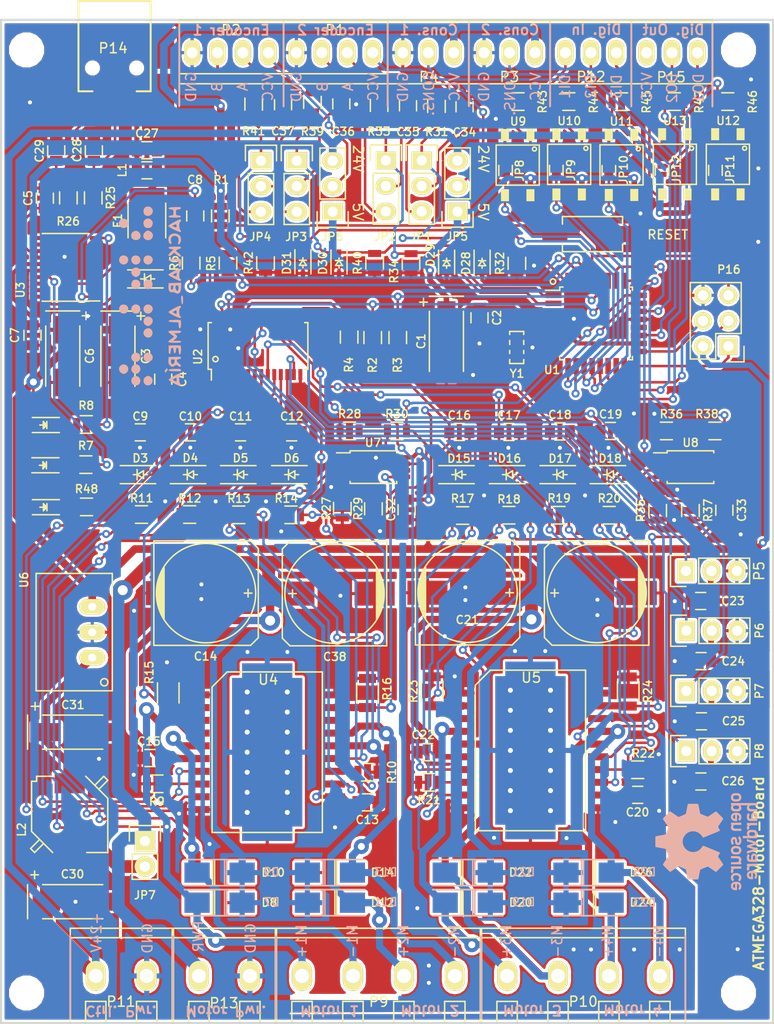
<source format=kicad_pcb>
(kicad_pcb (version 4) (host pcbnew 4.1.0-alpha+201608101232+7015~46~ubuntu14.04.1-product)
  (layers (0 F.Cu signal) (31 B.Cu signal) (34 B.Paste user) (35 F.Paste user) (36 B.SilkS user) (37 F.SilkS user) (38 B.Mask user) (39 F.Mask user) (44 Edge.Cuts user))
  (net 0 "")
  (net 1 GND)
  (net 2 +5V)
  (net 3 "Net-(C5-Pad1)")
  (net 4 RESET)
  (net 5 "Net-(C8-Pad2)")
  (net 6 /Potencia/Motor1_A_in)
  (net 7 MOTOR1_A)
  (net 8 /Potencia/Motor1_B_in)
  (net 9 MOTOR1_B)
  (net 10 /Potencia/Motor2_A_in)
  (net 11 MOTOR2_A)
  (net 12 /Potencia/Motor2_B_in)
  (net 13 MOTOR2_B)
  (net 14 VSS)
  (net 15 /Potencia/Motor3_A_in)
  (net 16 MOTOR3_A)
  (net 17 /Potencia/Motor3_B_in)
  (net 18 MOTOR3_B)
  (net 19 /Potencia/Motor4_A_in)
  (net 20 MOTOR4_A)
  (net 21 /Potencia/Motor4_B_in)
  (net 22 MOTOR4_B)
  (net 23 /Pines/XUSB)
  (net 24 "Net-(C28-Pad1)")
  (net 25 "Net-(C29-Pad1)")
  (net 26 "Net-(C31-Pad1)")
  (net 27 ENC1_A)
  (net 28 ENC1_B)
  (net 29 ENC2_A)
  (net 30 ENC2_B)
  (net 31 "Net-(D1-Pad1)")
  (net 32 "Net-(D2-Pad1)")
  (net 33 Motor1+)
  (net 34 Motor1-)
  (net 35 Motor2+)
  (net 36 Motor2-)
  (net 37 Motor3+)
  (net 38 Motor3-)
  (net 39 Motor4+)
  (net 40 Motor4-)
  (net 41 VUSB)
  (net 42 ENC1_A2)
  (net 43 ENC1_B2)
  (net 44 ENC2_A2)
  (net 45 ENC2_B2)
  (net 46 "Net-(F1-Pad1)")
  (net 47 "Net-(JP1-Pad3)")
  (net 48 "Net-(JP2-Pad3)")
  (net 49 "Net-(JP3-Pad3)")
  (net 50 "Net-(JP4-Pad3)")
  (net 51 ENC1_PWR)
  (net 52 +24V)
  (net 53 ENC2_PWR)
  (net 54 CONSIGNA1)
  (net 55 CONSIGNA2)
  (net 56 SERVO1)
  (net 57 SERVO2)
  (net 58 SERVO3)
  (net 59 SERVO4)
  (net 60 DI3)
  (net 61 DI2)
  (net 62 DI1)
  (net 63 "Net-(P14-Pad4)")
  (net 64 "Net-(P14-Pad6)")
  (net 65 DO1)
  (net 66 DO2)
  (net 67 MISO)
  (net 68 SCK)
  (net 69 MOSI)
  (net 70 /Control/SDA)
  (net 71 /Control/SCL)
  (net 72 /Control/PWM_OE)
  (net 73 /Control/Rx)
  (net 74 "Net-(R5-Pad2)")
  (net 75 /Control/Tx)
  (net 76 "Net-(R6-Pad2)")
  (net 77 "Net-(R7-Pad2)")
  (net 78 "Net-(R8-Pad1)")
  (net 79 MOTOR1_EN)
  (net 80 MOTOR2_EN)
  (net 81 MOTOR1_SENSE)
  (net 82 MOTOR2_SENSE)
  (net 83 MOTOR3_EN)
  (net 84 MOTOR4_EN)
  (net 85 MOTOR3_SENSE)
  (net 86 MOTOR4_SENSE)
  (net 87 D-)
  (net 88 D+)
  (net 89 "Net-(R27-Pad1)")
  (net 90 "Net-(R28-Pad1)")
  (net 91 MOTOR1_CURRENT)
  (net 92 MOTOR2_CURRENT)
  (net 93 "Net-(R35-Pad1)")
  (net 94 "Net-(R36-Pad1)")
  (net 95 MOTOR3_CURRENT)
  (net 96 MOTOR4_CURRENT)
  (net 97 "Net-(U1-Pad7)")
  (net 98 "Net-(U1-Pad8)")
  (net 99 "Net-(U1-Pad20)")
  (net 100 "Net-(U3-Pad2)")
  (net 101 "Net-(U3-Pad5)")
  (net 102 "Net-(U3-Pad7)")
  (net 103 "Net-(U3-Pad8)")
  (net 104 "Net-(U3-Pad9)")
  (net 105 "Net-(U3-Pad18)")
  (net 106 "Net-(U3-Pad19)")
  (net 107 "Net-(U4-Pad3)")
  (net 108 "Net-(U4-Pad18)")
  (net 109 "Net-(U5-Pad3)")
  (net 110 "Net-(U5-Pad18)")
  (net 111 "Net-(JP8-Pad1)")
  (net 112 uC_DI1)
  (net 113 "Net-(JP9-Pad1)")
  (net 114 uC_DI2)
  (net 115 "Net-(JP10-Pad1)")
  (net 116 uC_DI3)
  (net 117 "Net-(JP11-Pad1)")
  (net 118 "Net-(JP12-Pad1)")
  (net 119 uC_DO1)
  (net 120 uC_DO2)
  (net 121 "Net-(D32-Pad1)")
  (module PhoenixContact:PhoenixContact_MPT_0,5_3-2,54 (layer F.Cu) (at 177.905 43.275 180)
    (fp_text reference P15 (at 2.615 -2.445 180) (layer F.SilkS))
    (fp_text value CONN_01X02)
    (pad 1 thru_hole oval (at 0 0 180) (size 1.6 2.5) (drill 1.1) (layers *.Cu *.Mask F.SilkS) (net 65 DO1))
    (pad 2 thru_hole oval (at 2.54 0 180) (size 1.6 2.5) (drill 1.1) (layers *.Cu *.Mask F.SilkS) (net 66 DO2))
    (pad 3 thru_hole oval (at 5.08 0 180) (size 1.6 2.5) (drill 1.1) (layers *.Cu *.Mask F.SilkS))
  )
  (module Vias:Gnd-Via (layer F.Cu) (at 181.92 132.64)
    (fp_text reference Gnd-Via hide)
    (fp_text value VAL** hide)
    (pad 1 thru_hole circle (at 0 0) (size 0.8 0.8) (drill 0.4) (layers *.Cu) (net 1 GND))
  )
  (module Vias:Gnd-Via (layer F.Cu) (at 176.13 132.66)
    (fp_text reference Gnd-Via hide)
    (fp_text value VAL** hide)
    (pad 1 thru_hole circle (at 0 0) (size 0.8 0.8) (drill 0.4) (layers *.Cu) (net 1 GND))
  )
  (module Vias:Gnd-Via (layer F.Cu) (at 171.59 132.66)
    (fp_text reference Gnd-Via hide)
    (fp_text value VAL** hide)
    (pad 1 thru_hole circle (at 0 0) (size 0.8 0.8) (drill 0.4) (layers *.Cu) (net 1 GND))
  )
  (module Vias:Gnd-Via (layer F.Cu) (at 167.29 132.66)
    (fp_text reference Gnd-Via hide)
    (fp_text value VAL** hide)
    (pad 1 thru_hole circle (at 0 0) (size 0.8 0.8) (drill 0.4) (layers *.Cu) (net 1 GND))
  )
  (module Vias:Gnd-Via (layer F.Cu) (at 165.56 132.66)
    (fp_text reference Gnd-Via hide)
    (fp_text value VAL** hide)
    (pad 1 thru_hole circle (at 0 0) (size 0.8 0.8) (drill 0.4) (layers *.Cu) (net 1 GND))
  )
  (module Vias:Gnd-Via (layer F.Cu) (at 115.88 127.91)
    (fp_text reference Gnd-Via hide)
    (fp_text value VAL** hide)
    (pad 1 thru_hole circle (at 0 0) (size 0.8 0.8) (drill 0.4) (layers *.Cu) (net 1 GND))
  )
  (module Vias:Gnd-Via (layer F.Cu) (at 118.22 113.66)
    (fp_text reference Gnd-Via hide)
    (fp_text value VAL** hide)
    (pad 1 thru_hole circle (at 0 0) (size 0.8 0.8) (drill 0.4) (layers *.Cu) (net 1 GND))
  )
  (module Vias:Gnd-Via (layer F.Cu) (at 126.21 119.12)
    (fp_text reference Gnd-Via hide)
    (fp_text value VAL** hide)
    (pad 1 thru_hole circle (at 0 0) (size 0.8 0.8) (drill 0.4) (layers *.Cu) (net 1 GND))
  )
  (module Vias:Gnd-Via (layer F.Cu) (at 134.88 88)
    (fp_text reference Gnd-Via hide)
    (fp_text value VAL** hide)
    (pad 1 thru_hole circle (at 0 0) (size 0.8 0.8) (drill 0.4) (layers *.Cu) (net 1 GND))
  )
  (module Vias:Gnd-Via (layer F.Cu) (at 129.86 88)
    (fp_text reference Gnd-Via hide)
    (fp_text value VAL** hide)
    (pad 1 thru_hole circle (at 0 0) (size 0.8 0.8) (drill 0.4) (layers *.Cu) (net 1 GND))
  )
  (module Vias:Gnd-Via (layer F.Cu) (at 124.83 88)
    (fp_text reference Gnd-Via hide)
    (fp_text value VAL** hide)
    (pad 1 thru_hole circle (at 0 0) (size 0.8 0.8) (drill 0.4) (layers *.Cu) (net 1 GND))
  )
  (module Housings_SSOP:TSSOP-28_4.4x9.7mm_Pitch0.65mm (layer F.Cu) (at 134.08 72.51 90)
    (fp_text reference U2 (at -1.07 -5.99 90) (layer F.SilkS) (effects (font (size 0.8 0.8))))
    (fp_text value PCA9685)
    (pad 1 smd rect (at -2.85 -4.225 90) (size 1.1 0.4) (layers F.Cu F.Paste F.Mask) (net 1 GND))
    (pad 2 smd rect (at -2.85 -3.575 90) (size 1.1 0.4) (layers F.Cu F.Paste F.Mask) (net 2 +5V))
    (pad 3 smd rect (at -2.85 -2.925 90) (size 1.1 0.4) (layers F.Cu F.Paste F.Mask) (net 1 GND))
    (pad 4 smd rect (at -2.85 -2.275 90) (size 1.1 0.4) (layers F.Cu F.Paste F.Mask) (net 2 +5V))
    (pad 5 smd rect (at -2.85 -1.625 90) (size 1.1 0.4) (layers F.Cu F.Paste F.Mask) (net 1 GND))
    (pad 6 smd rect (at -2.85 -0.975 90) (size 1.1 0.4) (layers F.Cu F.Paste F.Mask) (net 7 MOTOR1_A))
    (pad 7 smd rect (at -2.85 -0.325 90) (size 1.1 0.4) (layers F.Cu F.Paste F.Mask) (net 9 MOTOR1_B))
    (pad 8 smd rect (at -2.85 0.325 90) (size 1.1 0.4) (layers F.Cu F.Paste F.Mask) (net 79 MOTOR1_EN))
    (pad 9 smd rect (at -2.85 0.975 90) (size 1.1 0.4) (layers F.Cu F.Paste F.Mask) (net 56 SERVO1))
    (pad 10 smd rect (at -2.85 1.625 90) (size 1.1 0.4) (layers F.Cu F.Paste F.Mask) (net 11 MOTOR2_A))
    (pad 11 smd rect (at -2.85 2.275 90) (size 1.1 0.4) (layers F.Cu F.Paste F.Mask) (net 13 MOTOR2_B))
    (pad 12 smd rect (at -2.85 2.925 90) (size 1.1 0.4) (layers F.Cu F.Paste F.Mask) (net 80 MOTOR2_EN))
    (pad 13 smd rect (at -2.85 3.575 90) (size 1.1 0.4) (layers F.Cu F.Paste F.Mask) (net 57 SERVO2))
    (pad 14 smd rect (at -2.85 4.225 90) (size 1.1 0.4) (layers F.Cu F.Paste F.Mask) (net 1 GND))
    (pad 15 smd rect (at 2.85 4.225 90) (size 1.1 0.4) (layers F.Cu F.Paste F.Mask) (net 16 MOTOR3_A))
    (pad 16 smd rect (at 2.85 3.575 90) (size 1.1 0.4) (layers F.Cu F.Paste F.Mask) (net 18 MOTOR3_B))
    (pad 17 smd rect (at 2.85 2.925 90) (size 1.1 0.4) (layers F.Cu F.Paste F.Mask) (net 83 MOTOR3_EN))
    (pad 18 smd rect (at 2.85 2.275 90) (size 1.1 0.4) (layers F.Cu F.Paste F.Mask) (net 58 SERVO3))
    (pad 19 smd rect (at 2.85 1.625 90) (size 1.1 0.4) (layers F.Cu F.Paste F.Mask) (net 20 MOTOR4_A))
    (pad 20 smd rect (at 2.85 0.975 90) (size 1.1 0.4) (layers F.Cu F.Paste F.Mask) (net 22 MOTOR4_B))
    (pad 21 smd rect (at 2.85 0.325 90) (size 1.1 0.4) (layers F.Cu F.Paste F.Mask) (net 84 MOTOR4_EN))
    (pad 22 smd rect (at 2.85 -0.325 90) (size 1.1 0.4) (layers F.Cu F.Paste F.Mask) (net 59 SERVO4))
    (pad 23 smd rect (at 2.85 -0.975 90) (size 1.1 0.4) (layers F.Cu F.Paste F.Mask) (net 72 /Control/PWM_OE))
    (pad 24 smd rect (at 2.85 -1.625 90) (size 1.1 0.4) (layers F.Cu F.Paste F.Mask) (net 2 +5V))
    (pad 25 smd rect (at 2.85 -2.275 90) (size 1.1 0.4) (layers F.Cu F.Paste F.Mask) (net 1 GND))
    (pad 26 smd rect (at 2.85 -2.925 90) (size 1.1 0.4) (layers F.Cu F.Paste F.Mask) (net 71 /Control/SCL))
    (pad 27 smd rect (at 2.85 -3.575 90) (size 1.1 0.4) (layers F.Cu F.Paste F.Mask) (net 70 /Control/SDA))
    (pad 28 smd rect (at 2.85 -4.225 90) (size 1.1 0.4) (layers F.Cu F.Paste F.Mask) (net 2 +5V))
  )
  (module Vias:Gnd-Via (layer F.Cu) (at 166.7 87.41)
    (fp_text reference Gnd-Via hide)
    (fp_text value VAL** hide)
    (pad 1 thru_hole circle (at 0 0) (size 0.8 0.8) (drill 0.4) (layers *.Cu) (net 1 GND))
  )
  (module Vias:Gnd-Via (layer F.Cu) (at 156.63 87.41)
    (fp_text reference Gnd-Via hide)
    (fp_text value VAL** hide)
    (pad 1 thru_hole circle (at 0 0) (size 0.8 0.8) (drill 0.4) (layers *.Cu) (net 1 GND))
  )
  (module Vias:Gnd-Via (layer F.Cu) (at 169.03 82.66)
    (fp_text reference Gnd-Via hide)
    (fp_text value VAL** hide)
    (pad 1 thru_hole circle (at 0 0) (size 0.8 0.8) (drill 0.4) (layers *.Cu) (net 1 GND))
  )
  (module Vias:Gnd-Via (layer F.Cu) (at 164.85 121.56)
    (fp_text reference Gnd-Via hide)
    (fp_text value VAL** hide)
    (pad 1 thru_hole circle (at 0 0) (size 0.8 0.8) (drill 0.4) (layers *.Cu) (net 1 GND))
  )
  (module Vias:Gnd-Via (layer F.Cu) (at 157.62 121.53)
    (fp_text reference Gnd-Via hide)
    (fp_text value VAL** hide)
    (pad 1 thru_hole circle (at 0 0) (size 0.8 0.8) (drill 0.4) (layers *.Cu) (net 1 GND))
  )
  (module Vias:Gnd-Via (layer F.Cu) (at 162.73 102.92)
    (fp_text reference Gnd-Via hide)
    (fp_text value VAL** hide)
    (pad 1 thru_hole circle (at 0 0) (size 0.8 0.8) (drill 0.4) (layers *.Cu) (net 1 GND))
  )
  (module Vias:Gnd-Via (layer F.Cu) (at 159.71 102.92)
    (fp_text reference Gnd-Via hide)
    (fp_text value VAL** hide)
    (pad 1 thru_hole circle (at 0 0) (size 0.8 0.8) (drill 0.4) (layers *.Cu) (net 1 GND))
  )
  (module Vias:Gnd-Via (layer F.Cu) (at 137.01 103.01)
    (fp_text reference Gnd-Via hide)
    (fp_text value VAL** hide)
    (pad 1 thru_hole circle (at 0 0) (size 0.8 0.8) (drill 0.4) (layers *.Cu) (net 1 GND))
  )
  (module Vias:Gnd-Via (layer F.Cu) (at 133.03 103.01)
    (fp_text reference Gnd-Via hide)
    (fp_text value VAL** hide)
    (pad 1 thru_hole circle (at 0 0) (size 0.8 0.8) (drill 0.4) (layers *.Cu) (net 1 GND))
  )
  (module Vias:Gnd-Via (layer F.Cu) (at 122.31 82.64)
    (fp_text reference Gnd-Via hide)
    (fp_text value VAL** hide)
    (pad 1 thru_hole circle (at 0 0) (size 0.8 0.8) (drill 0.4) (layers *.Cu) (net 1 GND))
  )
  (module Vias:Gnd-Via (layer F.Cu) (at 127.33 82.64)
    (fp_text reference Gnd-Via hide)
    (fp_text value VAL** hide)
    (pad 1 thru_hole circle (at 0 0) (size 0.8 0.8) (drill 0.4) (layers *.Cu) (net 1 GND))
  )
  (module Vias:Gnd-Via (layer F.Cu) (at 132.32 82.64)
    (fp_text reference Gnd-Via hide)
    (fp_text value VAL** hide)
    (pad 1 thru_hole circle (at 0 0) (size 0.8 0.8) (drill 0.4) (layers *.Cu) (net 1 GND))
  )
  (module Vias:Gnd-Via (layer F.Cu) (at 137.42 82.64)
    (fp_text reference Gnd-Via hide)
    (fp_text value VAL** hide)
    (pad 1 thru_hole circle (at 0 0) (size 0.8 0.8) (drill 0.4) (layers *.Cu) (net 1 GND))
  )
  (module Housings_QFP:TQFP-32_7x7mm_Pitch0.8mm (layer F.Cu) (at 167.8 70.26)
    (fp_text reference U1 (at -4.39 4.63) (layer F.SilkS) (effects (font (size 0.8 0.8))))
    (fp_text value ATMEGA328)
    (pad 1 smd rect (at -4.25 -2.8) (size 1.6 0.55) (layers F.Cu F.Paste F.Mask) (net 44 ENC2_A2))
    (pad 2 smd rect (at -4.25 -2) (size 1.6 0.55) (layers F.Cu F.Paste F.Mask) (net 43 ENC1_B2))
    (pad 3 smd rect (at -4.25 -1.2) (size 1.6 0.55) (layers F.Cu F.Paste F.Mask) (net 1 GND))
    (pad 4 smd rect (at -4.25 -0.4) (size 1.6 0.55) (layers F.Cu F.Paste F.Mask) (net 2 +5V))
    (pad 5 smd rect (at -4.25 0.4) (size 1.6 0.55) (layers F.Cu F.Paste F.Mask) (net 1 GND))
    (pad 6 smd rect (at -4.25 1.2) (size 1.6 0.55) (layers F.Cu F.Paste F.Mask) (net 2 +5V))
    (pad 7 smd rect (at -4.25 2) (size 1.6 0.55) (layers F.Cu F.Paste F.Mask) (net 97 "Net-(U1-Pad7)"))
    (pad 8 smd rect (at -4.25 2.8) (size 1.6 0.55) (layers F.Cu F.Paste F.Mask) (net 98 "Net-(U1-Pad8)"))
    (pad 9 smd rect (at -2.8 4.25 90) (size 1.6 0.55) (layers F.Cu F.Paste F.Mask) (net 45 ENC2_B2))
    (pad 10 smd rect (at -2 4.25 90) (size 1.6 0.55) (layers F.Cu F.Paste F.Mask) (net 112 uC_DI1))
    (pad 11 smd rect (at -1.2 4.25 90) (size 1.6 0.55) (layers F.Cu F.Paste F.Mask) (net 114 uC_DI2))
    (pad 12 smd rect (at -0.4 4.25 90) (size 1.6 0.55) (layers F.Cu F.Paste F.Mask) (net 116 uC_DI3))
    (pad 13 smd rect (at 0.4 4.25 90) (size 1.6 0.55) (layers F.Cu F.Paste F.Mask) (net 119 uC_DO1))
    (pad 14 smd rect (at 1.2 4.25 90) (size 1.6 0.55) (layers F.Cu F.Paste F.Mask) (net 120 uC_DO2))
    (pad 15 smd rect (at 2 4.25 90) (size 1.6 0.55) (layers F.Cu F.Paste F.Mask) (net 69 MOSI))
    (pad 16 smd rect (at 2.8 4.25 90) (size 1.6 0.55) (layers F.Cu F.Paste F.Mask) (net 67 MISO))
    (pad 17 smd rect (at 4.25 2.8) (size 1.6 0.55) (layers F.Cu F.Paste F.Mask) (net 68 SCK))
    (pad 18 smd rect (at 4.25 2) (size 1.6 0.55) (layers F.Cu F.Paste F.Mask) (net 2 +5V))
    (pad 19 smd rect (at 4.25 1.2) (size 1.6 0.55) (layers F.Cu F.Paste F.Mask) (net 54 CONSIGNA1))
    (pad 20 smd rect (at 4.25 0.4) (size 1.6 0.55) (layers F.Cu F.Paste F.Mask) (net 99 "Net-(U1-Pad20)"))
    (pad 21 smd rect (at 4.25 -0.4) (size 1.6 0.55) (layers F.Cu F.Paste F.Mask) (net 1 GND))
    (pad 22 smd rect (at 4.25 -1.2) (size 1.6 0.55) (layers F.Cu F.Paste F.Mask) (net 55 CONSIGNA2))
    (pad 23 smd rect (at 4.25 -2) (size 1.6 0.55) (layers F.Cu F.Paste F.Mask) (net 91 MOTOR1_CURRENT))
    (pad 24 smd rect (at 4.25 -2.8) (size 1.6 0.55) (layers F.Cu F.Paste F.Mask) (net 92 MOTOR2_CURRENT))
    (pad 25 smd rect (at 2.8 -4.25 90) (size 1.6 0.55) (layers F.Cu F.Paste F.Mask) (net 95 MOTOR3_CURRENT))
    (pad 26 smd rect (at 2 -4.25 90) (size 1.6 0.55) (layers F.Cu F.Paste F.Mask) (net 96 MOTOR4_CURRENT))
    (pad 27 smd rect (at 1.2 -4.25 90) (size 1.6 0.55) (layers F.Cu F.Paste F.Mask) (net 70 /Control/SDA))
    (pad 28 smd rect (at 0.4 -4.25 90) (size 1.6 0.55) (layers F.Cu F.Paste F.Mask) (net 71 /Control/SCL))
    (pad 29 smd rect (at -0.4 -4.25 90) (size 1.6 0.55) (layers F.Cu F.Paste F.Mask) (net 4 RESET))
    (pad 30 smd rect (at -1.2 -4.25 90) (size 1.6 0.55) (layers F.Cu F.Paste F.Mask) (net 74 "Net-(R5-Pad2)"))
    (pad 31 smd rect (at -2 -4.25 90) (size 1.6 0.55) (layers F.Cu F.Paste F.Mask) (net 76 "Net-(R6-Pad2)"))
    (pad 32 smd rect (at -2.8 -4.25 90) (size 1.6 0.55) (layers F.Cu F.Paste F.Mask) (net 42 ENC1_A2))
  )
  (module Vias:Gnd-Via (layer F.Cu) (at 175.89 86.83)
    (fp_text reference Gnd-Via hide)
    (fp_text value VAL** hide)
    (pad 1 thru_hole circle (at 0 0) (size 0.8 0.8) (drill 0.4) (layers *.Cu) (net 1 GND))
  )
  (module Vias:Gnd-Via (layer F.Cu) (at 128.43 97.74)
    (fp_text reference Gnd-Via hide)
    (fp_text value VAL** hide)
    (pad 1 thru_hole circle (at 0 0) (size 0.8 0.8) (drill 0.4) (layers *.Cu) (net 1 GND))
  )
  (module Vias:Gnd-Via (layer F.Cu) (at 167.93 99.34)
    (fp_text reference Gnd-Via hide)
    (fp_text value VAL** hide)
    (pad 1 thru_hole circle (at 0 0) (size 0.8 0.8) (drill 0.4) (layers *.Cu) (net 1 GND))
  )
  (module Vias:Gnd-Via (layer F.Cu) (at 167.93 97.8)
    (fp_text reference Gnd-Via hide)
    (fp_text value VAL** hide)
    (pad 1 thru_hole circle (at 0 0) (size 0.8 0.8) (drill 0.4) (layers *.Cu) (net 1 GND))
  )
  (module Vias:Gnd-Via (layer F.Cu) (at 152.7 101.44)
    (fp_text reference Gnd-Via hide)
    (fp_text value VAL** hide)
    (pad 1 thru_hole circle (at 0 0) (size 0.8 0.8) (drill 0.4) (layers *.Cu) (net 1 GND))
  )
  (module Vias:Gnd-Via (layer F.Cu) (at 161.61 64.5)
    (fp_text reference Gnd-Via hide)
    (fp_text value VAL** hide)
    (pad 1 thru_hole circle (at 0 0) (size 0.8 0.8) (drill 0.4) (layers *.Cu) (net 1 GND))
  )
  (module Vias:Gnd-Via (layer F.Cu) (at 165.58 69.8)
    (fp_text reference Gnd-Via hide)
    (fp_text value VAL** hide)
    (pad 1 thru_hole circle (at 0 0) (size 0.8 0.8) (drill 0.4) (layers *.Cu) (net 1 GND))
  )
  (module Vias:Gnd-Via (layer F.Cu) (at 111.34 48.23)
    (fp_text reference Gnd-Via hide)
    (fp_text value VAL** hide)
    (pad 1 thru_hole circle (at 0 0) (size 0.8 0.8) (drill 0.4) (layers *.Cu) (net 1 GND))
  )
  (module Vias:Gnd-Via (layer F.Cu) (at 117.1 69.53)
    (fp_text reference Gnd-Via hide)
    (fp_text value VAL** hide)
    (pad 1 thru_hole circle (at 0 0) (size 0.8 0.8) (drill 0.4) (layers *.Cu) (net 1 GND))
  )
  (module Vias:Gnd-Via (layer F.Cu) (at 114.79 63.62)
    (fp_text reference Gnd-Via hide)
    (fp_text value VAL** hide)
    (pad 1 thru_hole circle (at 0 0) (size 0.8 0.8) (drill 0.4) (layers *.Cu) (net 1 GND))
  )
  (module Vias:Gnd-Via (layer F.Cu) (at 143.87 48.42)
    (fp_text reference Gnd-Via hide)
    (fp_text value VAL** hide)
    (pad 1 thru_hole circle (at 0 0) (size 0.8 0.8) (drill 0.4) (layers *.Cu) (net 1 GND))
  )
  (module Vias:Gnd-Via (layer F.Cu) (at 157.8 49.87)
    (fp_text reference Gnd-Via hide)
    (fp_text value VAL** hide)
    (pad 1 thru_hole circle (at 0 0) (size 0.8 0.8) (drill 0.4) (layers *.Cu) (net 1 GND))
  )
  (module PhoenixContact:PhoenixContact_MPT_0,5_3-2,54 (layer F.Cu) (at 169.815 43.275 180)
    (fp_text reference P12 (at 2.525 -2.405 180) (layer F.SilkS))
    (fp_text value CONN_01X03)
    (pad 1 thru_hole oval (at 0 0 180) (size 1.6 2.5) (drill 1.1) (layers *.Cu *.Mask F.SilkS) (net 60 DI3))
    (pad 2 thru_hole oval (at 2.54 0 180) (size 1.6 2.5) (drill 1.1) (layers *.Cu *.Mask F.SilkS) (net 61 DI2))
    (pad 3 thru_hole oval (at 5.08 0 180) (size 1.6 2.5) (drill 1.1) (layers *.Cu *.Mask F.SilkS) (net 62 DI1))
  )
  (module PhoenixContact:PhoenixContact_MPT_0,5_3-2,54 (layer F.Cu) (at 161.705 43.275 180)
    (fp_text reference P3 (at 2.545 -2.415 180) (layer F.SilkS))
    (fp_text value CONN_01X03)
    (pad 1 thru_hole oval (at 0 0 180) (size 1.6 2.5) (drill 1.1) (layers *.Cu *.Mask F.SilkS) (net 2 +5V))
    (pad 2 thru_hole oval (at 2.54 0 180) (size 1.6 2.5) (drill 1.1) (layers *.Cu *.Mask F.SilkS) (net 54 CONSIGNA1))
    (pad 3 thru_hole oval (at 5.08 0 180) (size 1.6 2.5) (drill 1.1) (layers *.Cu *.Mask F.SilkS) (net 1 GND))
  )
  (module PhoenixContact:PhoenixContact_MPT_0,5_3-2,54 (layer F.Cu) (at 153.605 43.275 180)
    (fp_text reference P4 (at 2.495 -2.415 180) (layer F.SilkS))
    (fp_text value CONN_01X03)
    (pad 1 thru_hole oval (at 0 0 180) (size 1.6 2.5) (drill 1.1) (layers *.Cu *.Mask F.SilkS) (net 2 +5V))
    (pad 2 thru_hole oval (at 2.54 0 180) (size 1.6 2.5) (drill 1.1) (layers *.Cu *.Mask F.SilkS) (net 55 CONSIGNA2))
    (pad 3 thru_hole oval (at 5.08 0 180) (size 1.6 2.5) (drill 1.1) (layers *.Cu *.Mask F.SilkS) (net 1 GND))
  )
  (module Vias:Gnd-Via (layer F.Cu) (at 121.68 115.25)
    (fp_text reference Gnd-Via hide)
    (fp_text value VAL** hide)
    (pad 1 thru_hole circle (at 0 0) (size 0.8 0.8) (drill 0.4) (layers *.Cu) (net 1 GND))
  )
  (module Vias:Gnd-Via (layer F.Cu) (at 172.22 59.3)
    (fp_text reference Gnd-Via hide)
    (fp_text value VAL** hide)
    (pad 1 thru_hole circle (at 0 0) (size 0.8 0.8) (drill 0.4) (layers *.Cu) (net 1 GND))
  )
  (module Vias:Gnd-Via (layer F.Cu) (at 183.97 62.13)
    (fp_text reference Gnd-Via hide)
    (fp_text value VAL** hide)
    (pad 1 thru_hole circle (at 0 0) (size 0.8 0.8) (drill 0.4) (layers *.Cu) (net 1 GND))
  )
  (module Vias:Gnd-Via (layer F.Cu) (at 183.98 54.81)
    (fp_text reference Gnd-Via hide)
    (fp_text value VAL** hide)
    (pad 1 thru_hole circle (at 0 0) (size 0.8 0.8) (drill 0.4) (layers *.Cu) (net 1 GND))
  )
  (module Vias:Gnd-Via (layer F.Cu) (at 183.25 45.94)
    (fp_text reference Gnd-Via hide)
    (fp_text value VAL** hide)
    (pad 1 thru_hole circle (at 0 0) (size 0.8 0.8) (drill 0.4) (layers *.Cu) (net 1 GND))
  )
  (module Vias:Gnd-Via (layer F.Cu) (at 171.57 79.24)
    (fp_text reference Gnd-Via hide)
    (fp_text value VAL** hide)
    (pad 1 thru_hole circle (at 0 0) (size 0.8 0.8) (drill 0.4) (layers *.Cu) (net 1 GND))
  )
  (module Vias:Gnd-Via (layer F.Cu) (at 173.61 79.27)
    (fp_text reference Gnd-Via hide)
    (fp_text value VAL** hide)
    (pad 1 thru_hole circle (at 0 0) (size 0.8 0.8) (drill 0.4) (layers *.Cu) (net 1 GND))
  )
  (module Vias:Gnd-Via (layer F.Cu) (at 169.72 119.96)
    (fp_text reference Gnd-Via hide)
    (fp_text value VAL** hide)
    (pad 1 thru_hole circle (at 0 0) (size 0.8 0.8) (drill 0.4) (layers *.Cu) (net 1 GND))
  )
  (module Vias:Gnd-Via (layer F.Cu) (at 174.04 113.21)
    (fp_text reference Gnd-Via hide)
    (fp_text value VAL** hide)
    (pad 1 thru_hole circle (at 0 0) (size 0.8 0.8) (drill 0.4) (layers *.Cu) (net 1 GND))
  )
  (module Vias:Gnd-Via (layer F.Cu) (at 174.09 118.84)
    (fp_text reference Gnd-Via hide)
    (fp_text value VAL** hide)
    (pad 1 thru_hole circle (at 0 0) (size 0.8 0.8) (drill 0.4) (layers *.Cu) (net 1 GND))
  )
  (module Vias:Gnd-Via (layer F.Cu) (at 136.4 90.99)
    (fp_text reference Gnd-Via hide)
    (fp_text value VAL** hide)
    (pad 1 thru_hole circle (at 0 0) (size 0.8 0.8) (drill 0.4) (layers *.Cu) (net 1 GND))
  )
  (module Vias:Gnd-Via (layer F.Cu) (at 175.58 89.86)
    (fp_text reference Gnd-Via hide)
    (fp_text value VAL** hide)
    (pad 1 thru_hole circle (at 0 0) (size 0.8 0.8) (drill 0.4) (layers *.Cu) (net 1 GND))
  )
  (module Vias:Gnd-Via (layer F.Cu) (at 182.22 91.29)
    (fp_text reference Gnd-Via hide)
    (fp_text value VAL** hide)
    (pad 1 thru_hole circle (at 0 0) (size 0.8 0.8) (drill 0.4) (layers *.Cu) (net 1 GND))
  )
  (module Vias:Gnd-Via (layer F.Cu) (at 149.97 128.55)
    (fp_text reference Gnd-Via hide)
    (fp_text value VAL** hide)
    (pad 1 thru_hole circle (at 0 0) (size 0.8 0.8) (drill 0.4) (layers *.Cu) (net 1 GND))
  )
  (module Vias:Gnd-Via (layer F.Cu) (at 145.84 83.65)
    (fp_text reference Gnd-Via hide)
    (fp_text value VAL** hide)
    (pad 1 thru_hole circle (at 0 0) (size 0.8 0.8) (drill 0.4) (layers *.Cu) (net 1 GND))
  )
  (module Vias:Gnd-Via (layer F.Cu) (at 141.38 86.57)
    (fp_text reference Gnd-Via hide)
    (fp_text value VAL** hide)
    (pad 1 thru_hole circle (at 0 0) (size 0.8 0.8) (drill 0.4) (layers *.Cu) (net 1 GND))
  )
  (module Capacitors_SMD:C_0805 (layer F.Cu) (at 123.31 113.58 180)
    (fp_text reference C15 (at 0.1 1.66 180) (layer F.SilkS) (effects (font (size 0.8 0.8))))
    (fp_text value 100n)
    (pad 1 smd rect (at -1 0 180) (size 1 1.25) (layers F.Cu F.Paste F.Mask) (net 14 VSS))
    (pad 2 smd rect (at 1 0 180) (size 1 1.25) (layers F.Cu F.Paste F.Mask) (net 1 GND))
  )
  (module Vias:Gnd-Via (layer F.Cu) (at 151.12 135.99)
    (fp_text reference Gnd-Via hide)
    (fp_text value VAL** hide)
    (pad 1 thru_hole circle (at 0 0) (size 0.8 0.8) (drill 0.4) (layers *.Cu) (net 1 GND))
  )
  (module Vias:Gnd-Via (layer F.Cu) (at 151.12 134.27)
    (fp_text reference Gnd-Via hide)
    (fp_text value VAL** hide)
    (pad 1 thru_hole circle (at 0 0) (size 0.8 0.8) (drill 0.4) (layers *.Cu) (net 1 GND))
  )
  (module Vias:Gnd-Via (layer F.Cu) (at 141.76 120.49)
    (fp_text reference Gnd-Via hide)
    (fp_text value VAL** hide)
    (pad 1 thru_hole circle (at 0 0) (size 0.8 0.8) (drill 0.4) (layers *.Cu) (net 1 GND))
  )
  (module Vias:Gnd-Via (layer F.Cu) (at 129.25 122.15)
    (fp_text reference Gnd-Via hide)
    (fp_text value VAL** hide)
    (pad 1 thru_hole circle (at 0 0) (size 0.8 0.8) (drill 0.4) (layers *.Cu) (net 1 GND))
  )
  (module Vias:Gnd-Via (layer F.Cu) (at 125 104.04)
    (fp_text reference Gnd-Via hide)
    (fp_text value VAL** hide)
    (pad 1 thru_hole circle (at 0 0) (size 0.8 0.8) (drill 0.4) (layers *.Cu) (net 1 GND))
  )
  (module Vias:Gnd-Via (layer F.Cu) (at 156.17 72.26)
    (fp_text reference Gnd-Via hide)
    (fp_text value VAL** hide)
    (pad 1 thru_hole circle (at 0 0) (size 0.8 0.8) (drill 0.4) (layers *.Cu) (net 1 GND))
  )
  (module Vias:Gnd-Via (layer F.Cu) (at 155.53 75.4)
    (fp_text reference Gnd-Via hide)
    (fp_text value VAL** hide)
    (pad 1 thru_hole circle (at 0 0) (size 0.8 0.8) (drill 0.4) (layers *.Cu) (net 1 GND))
  )
  (module Vias:Gnd-Via (layer F.Cu) (at 146.25 90.97)
    (fp_text reference Gnd-Via hide)
    (fp_text value VAL** hide)
    (pad 1 thru_hole circle (at 0 0) (size 0.8 0.8) (drill 0.4) (layers *.Cu) (net 1 GND))
  )
  (module Vias:Gnd-Via (layer F.Cu) (at 132.11 72.74)
    (fp_text reference Gnd-Via hide)
    (fp_text value VAL** hide)
    (pad 1 thru_hole circle (at 0 0) (size 0.8 0.8) (drill 0.4) (layers *.Cu) (net 1 GND))
  )
  (module Vias:Gnd-Via (layer F.Cu) (at 154.15 82.65)
    (fp_text reference Gnd-Via hide)
    (fp_text value VAL** hide)
    (pad 1 thru_hole circle (at 0 0) (size 0.8 0.8) (drill 0.4) (layers *.Cu) (net 1 GND))
  )
  (module Vias:Gnd-Via (layer F.Cu) (at 159.05 82.66)
    (fp_text reference Gnd-Via hide)
    (fp_text value VAL** hide)
    (pad 1 thru_hole circle (at 0 0) (size 0.8 0.8) (drill 0.4) (layers *.Cu) (net 1 GND))
  )
  (module Vias:Gnd-Via (layer F.Cu) (at 164.19 82.66)
    (fp_text reference Gnd-Via hide)
    (fp_text value VAL** hide)
    (pad 1 thru_hole circle (at 0 0) (size 0.8 0.8) (drill 0.4) (layers *.Cu) (net 1 GND))
  )
  (module Vias:Gnd-Via (layer F.Cu) (at 128.32 70.85)
    (fp_text reference Gnd-Via hide)
    (fp_text value VAL** hide)
    (pad 1 thru_hole circle (at 0 0) (size 0.8 0.8) (drill 0.4) (layers *.Cu) (net 1 GND))
  )
  (module Vias:Gnd-Via (layer F.Cu) (at 131.31 70.86)
    (fp_text reference Gnd-Via hide)
    (fp_text value VAL** hide)
    (pad 1 thru_hole circle (at 0 0) (size 0.8 0.8) (drill 0.4) (layers *.Cu) (net 1 GND))
  )
  (module Vias:Gnd-Via (layer F.Cu) (at 175.61 115.94)
    (fp_text reference Gnd-Via hide)
    (fp_text value VAL** hide)
    (pad 1 thru_hole circle (at 0 0) (size 0.8 0.8) (drill 0.4) (layers *.Cu) (net 1 GND))
  )
  (module Vias:Gnd-Via (layer F.Cu) (at 175.64 109.92)
    (fp_text reference Gnd-Via hide)
    (fp_text value VAL** hide)
    (pad 1 thru_hole circle (at 0 0) (size 0.8 0.8) (drill 0.4) (layers *.Cu) (net 1 GND))
  )
  (module Vias:Gnd-Via (layer F.Cu) (at 175.64 103.92)
    (fp_text reference Gnd-Via hide)
    (fp_text value VAL** hide)
    (pad 1 thru_hole circle (at 0 0) (size 0.8 0.8) (drill 0.4) (layers *.Cu) (net 1 GND))
  )
  (module Vias:Gnd-Via (layer F.Cu) (at 175.64 97.95)
    (fp_text reference Gnd-Via hide)
    (fp_text value VAL** hide)
    (pad 1 thru_hole circle (at 0 0) (size 0.8 0.8) (drill 0.4) (layers *.Cu) (net 1 GND))
  )
  (module Vias:Gnd-Via (layer F.Cu) (at 153.7 105.44)
    (fp_text reference Gnd-Via hide)
    (fp_text value VAL** hide)
    (pad 1 thru_hole circle (at 0 0) (size 0.8 0.8) (drill 0.4) (layers *.Cu) (net 1 GND))
  )
  (module Vias:Gnd-Via (layer F.Cu) (at 154.76 97.84)
    (fp_text reference Gnd-Via hide)
    (fp_text value VAL** hide)
    (pad 1 thru_hole circle (at 0 0) (size 0.8 0.8) (drill 0.4) (layers *.Cu) (net 1 GND))
  )
  (module Capacitors_SMD:c_elec_10x10 (layer F.Cu) (at 128.9 97.145)
    (fp_text reference C14 (at -0.05 6.305) (layer F.SilkS) (effects (font (size 0.8 0.8))))
    (fp_text value 220u)
    (pad 1 smd rect (at 4.0005 0) (size 4.0005 2.4003) (layers F.Cu F.Paste F.Mask) (net 14 VSS))
    (pad 2 smd rect (at -4.0005 0) (size 4.0005 2.4003) (layers F.Cu F.Paste F.Mask) (net 1 GND))
  )
  (module Magneticos:FERROCORE_SMD_0703 (layer F.Cu) (at 115.3 119.2 90)
    (fp_text reference L2 (at -1.52 -4.79 90) (layer F.SilkS) (effects (font (size 0.8 0.8))))
    (fp_text value 10u)
    (pad 1 smd rect (at -3.1 0 90) (size 2 3) (layers F.Cu F.Paste F.Mask) (net 52 +24V))
    (pad 2 smd rect (at 3.1 0 90) (size 2 3) (layers F.Cu F.Paste F.Mask) (net 26 "Net-(C31-Pad1)"))
  )
  (module Vias:Gnd-Via (layer F.Cu) (at 182 137)
    (fp_text reference Gnd-Via hide)
    (fp_text value VAL** hide)
    (pad "" np_thru_hole circle (at 0 0) (size 3 3) (drill 3) (layers *.Cu *.Mask F.SilkS))
  )
  (module Vias:Gnd-Via (layer F.Cu) (at 182 43)
    (fp_text reference Gnd-Via hide)
    (fp_text value VAL** hide)
    (pad "" np_thru_hole circle (at 0 0) (size 3 3) (drill 3) (layers *.Cu *.Mask F.SilkS))
  )
  (module Vias:Gnd-Via (layer F.Cu) (at 111 43)
    (fp_text reference Gnd-Via hide)
    (fp_text value VAL** hide)
    (pad "" np_thru_hole circle (at 0 0) (size 3 3) (drill 3) (layers *.Cu *.Mask F.SilkS))
  )
  (module Vias:Gnd-Via (layer F.Cu) (at 111 137)
    (fp_text reference Gnd-Via hide)
    (fp_text value VAL** hide)
    (pad "" np_thru_hole circle (at 0 0) (size 3 3) (drill 3) (layers *.Cu *.Mask F.SilkS))
  )
  (module Vias:Gnd-Via (layer F.Cu) (at 121.725 98.9)
    (fp_text reference Gnd-Via hide)
    (fp_text value VAL** hide)
    (pad 1 thru_hole circle (at 0 0) (size 0.8 0.8) (drill 0.4) (layers *.Cu) (net 1 GND))
  )
  (module Vias:Gnd-Via (layer F.Cu) (at 128.44 96.27)
    (fp_text reference Gnd-Via hide)
    (fp_text value VAL** hide)
    (pad 1 thru_hole circle (at 0 0) (size 0.8 0.8) (drill 0.4) (layers *.Cu) (net 1 GND))
  )
  (module Vias:Gnd-Via (layer F.Cu) (at 142.3 97.4)
    (fp_text reference Gnd-Via hide)
    (fp_text value VAL** hide)
    (pad 1 thru_hole circle (at 0 0) (size 0.8 0.8) (drill 0.4) (layers *.Cu) (net 1 GND))
  )
  (module Diodos:DO-214AC (layer B.Cu) (at 130.25 128 180)
    (fp_text reference D7 (at -5.21 0.06 180) (layer B.SilkS) (effects (font (size 0.8 0.8)) (justify mirror)))
    (fp_text value 10MQ100)
    (pad 1 smd rect (at -2.25 0 180) (size 2.5 2) (layers B.Cu B.Paste B.Mask) (net 14 VSS))
    (pad 2 smd rect (at 2.25 0 180) (size 2.5 2) (layers B.Cu B.Paste B.Mask) (net 33 Motor1+))
  )
  (module Capacitors_SMD:C_0805 (layer F.Cu) (at 156.17 69.7 270)
    (fp_text reference C2 (at -0.01 -1.74 270) (layer F.SilkS) (effects (font (size 0.8 0.8))))
    (fp_text value 100n)
    (pad 1 smd rect (at -1 0 270) (size 1 1.25) (layers F.Cu F.Paste F.Mask) (net 2 +5V))
    (pad 2 smd rect (at 1 0 270) (size 1 1.25) (layers F.Cu F.Paste F.Mask) (net 1 GND))
  )
  (module Capacitors_SMD:C_0805 (layer F.Cu) (at 124.63 75.82 270)
    (fp_text reference C4 (at 0 -1.88 270) (layer F.SilkS) (effects (font (size 0.8 0.8))))
    (fp_text value 100n)
    (pad 1 smd rect (at -1 0 270) (size 1 1.25) (layers F.Cu F.Paste F.Mask) (net 2 +5V))
    (pad 2 smd rect (at 1 0 270) (size 1 1.25) (layers F.Cu F.Paste F.Mask) (net 1 GND))
  )
  (module Capacitors_SMD:C_0805 (layer F.Cu) (at 112.825 57.775 90)
    (fp_text reference C5 (at 0.005 -1.665 90) (layer F.SilkS) (effects (font (size 0.8 0.8))))
    (fp_text value 100n)
    (pad 1 smd rect (at -1 0 90) (size 1 1.25) (layers F.Cu F.Paste F.Mask) (net 3 "Net-(C5-Pad1)"))
    (pad 2 smd rect (at 1 0 90) (size 1 1.25) (layers F.Cu F.Paste F.Mask) (net 1 GND))
  )
  (module Capacitors_SMD:C_0805 (layer F.Cu) (at 111.59 71.44 270)
    (fp_text reference C7 (at 0 1.76 270) (layer F.SilkS) (effects (font (size 0.8 0.8))))
    (fp_text value 100n)
    (pad 1 smd rect (at -1 0 270) (size 1 1.25) (layers F.Cu F.Paste F.Mask) (net 2 +5V))
    (pad 2 smd rect (at 1 0 270) (size 1 1.25) (layers F.Cu F.Paste F.Mask) (net 1 GND))
  )
  (module Capacitors_SMD:C_0805 (layer F.Cu) (at 127.825 59.55 90)
    (fp_text reference C8 (at 3.61 -0.025 180) (layer F.SilkS) (effects (font (size 0.8 0.8))))
    (fp_text value 100n)
    (pad 1 smd rect (at -1 0 90) (size 1 1.25) (layers F.Cu F.Paste F.Mask) (net 4 RESET))
    (pad 2 smd rect (at 1 0 90) (size 1 1.25) (layers F.Cu F.Paste F.Mask) (net 5 "Net-(C8-Pad2)"))
  )
  (module Capacitors_SMD:C_0805 (layer F.Cu) (at 122.34 81.12 180)
    (fp_text reference C9 (at 0 1.59 180) (layer F.SilkS) (effects (font (size 0.8 0.8))))
    (fp_text value 1,5n)
    (pad 1 smd rect (at -1 0 180) (size 1 1.25) (layers F.Cu F.Paste F.Mask) (net 6 /Potencia/Motor1_A_in))
    (pad 2 smd rect (at 1 0 180) (size 1 1.25) (layers F.Cu F.Paste F.Mask) (net 7 MOTOR1_A))
  )
  (module Capacitors_SMD:C_0805 (layer F.Cu) (at 127.34 81.12 180)
    (fp_text reference C10 (at 0 1.59 180) (layer F.SilkS) (effects (font (size 0.8 0.8))))
    (fp_text value 1,5n)
    (pad 1 smd rect (at -1 0 180) (size 1 1.25) (layers F.Cu F.Paste F.Mask) (net 8 /Potencia/Motor1_B_in))
    (pad 2 smd rect (at 1 0 180) (size 1 1.25) (layers F.Cu F.Paste F.Mask) (net 9 MOTOR1_B))
  )
  (module Capacitors_SMD:C_0805 (layer F.Cu) (at 132.34 81.12 180)
    (fp_text reference C11 (at -0.01 1.59 180) (layer F.SilkS) (effects (font (size 0.8 0.8))))
    (fp_text value 1,5n)
    (pad 1 smd rect (at -1 0 180) (size 1 1.25) (layers F.Cu F.Paste F.Mask) (net 10 /Potencia/Motor2_A_in))
    (pad 2 smd rect (at 1 0 180) (size 1 1.25) (layers F.Cu F.Paste F.Mask) (net 11 MOTOR2_A))
  )
  (module Capacitors_SMD:C_0805 (layer F.Cu) (at 137.44 81.12 180)
    (fp_text reference C12 (at -0.01 1.59 180) (layer F.SilkS) (effects (font (size 0.8 0.8))))
    (fp_text value 1,5n)
    (pad 1 smd rect (at -1 0 180) (size 1 1.25) (layers F.Cu F.Paste F.Mask) (net 12 /Potencia/Motor2_B_in))
    (pad 2 smd rect (at 1 0 180) (size 1 1.25) (layers F.Cu F.Paste F.Mask) (net 13 MOTOR2_B))
  )
  (module Capacitors_SMD:C_0805 (layer F.Cu) (at 145 118 180)
    (fp_text reference C13 (at 0.01 -1.74 180) (layer F.SilkS) (effects (font (size 0.8 0.8))))
    (fp_text value 100n)
    (pad 1 smd rect (at -1 0 180) (size 1 1.25) (layers F.Cu F.Paste F.Mask) (net 1 GND))
    (pad 2 smd rect (at 1 0 180) (size 1 1.25) (layers F.Cu F.Paste F.Mask) (net 2 +5V))
  )
  (module Capacitors_SMD:C_0805 (layer F.Cu) (at 154.16 81.08 180)
    (fp_text reference C16 (at 0 1.66 180) (layer F.SilkS) (effects (font (size 0.8 0.8))))
    (fp_text value 1,5n)
    (pad 1 smd rect (at -1 0 180) (size 1 1.25) (layers F.Cu F.Paste F.Mask) (net 15 /Potencia/Motor3_A_in))
    (pad 2 smd rect (at 1 0 180) (size 1 1.25) (layers F.Cu F.Paste F.Mask) (net 16 MOTOR3_A))
  )
  (module Capacitors_SMD:C_0805 (layer F.Cu) (at 159.11 81.08 180)
    (fp_text reference C17 (at -0.01 1.66 180) (layer F.SilkS) (effects (font (size 0.8 0.8))))
    (fp_text value 1,5n)
    (pad 1 smd rect (at -1 0 180) (size 1 1.25) (layers F.Cu F.Paste F.Mask) (net 17 /Potencia/Motor3_B_in))
    (pad 2 smd rect (at 1 0 180) (size 1 1.25) (layers F.Cu F.Paste F.Mask) (net 18 MOTOR3_B))
  )
  (module Capacitors_SMD:C_0805 (layer F.Cu) (at 164.19 81.03 180)
    (fp_text reference C18 (at 0 1.66 180) (layer F.SilkS) (effects (font (size 0.8 0.8))))
    (fp_text value 1,5n)
    (pad 1 smd rect (at -1 0 180) (size 1 1.25) (layers F.Cu F.Paste F.Mask) (net 19 /Potencia/Motor4_A_in))
    (pad 2 smd rect (at 1 0 180) (size 1 1.25) (layers F.Cu F.Paste F.Mask) (net 20 MOTOR4_A))
  )
  (module Capacitors_SMD:C_0805 (layer F.Cu) (at 169.23 80.98 180)
    (fp_text reference C19 (at -0.02 1.66 180) (layer F.SilkS) (effects (font (size 0.8 0.8))))
    (fp_text value 1,5n)
    (pad 1 smd rect (at -1 0 180) (size 1 1.25) (layers F.Cu F.Paste F.Mask) (net 21 /Potencia/Motor4_B_in))
    (pad 2 smd rect (at 1 0 180) (size 1 1.25) (layers F.Cu F.Paste F.Mask) (net 22 MOTOR4_B))
  )
  (module Capacitors_SMD:C_0805 (layer F.Cu) (at 171.95 117.25 180)
    (fp_text reference C20 (at 0.02 -1.74 180) (layer F.SilkS) (effects (font (size 0.8 0.8))))
    (fp_text value 100n)
    (pad 1 smd rect (at -1 0 180) (size 1 1.25) (layers F.Cu F.Paste F.Mask) (net 1 GND))
    (pad 2 smd rect (at 1 0 180) (size 1 1.25) (layers F.Cu F.Paste F.Mask) (net 2 +5V))
  )
  (module Capacitors_SMD:c_elec_10x10 (layer F.Cu) (at 154.98 97.105)
    (fp_text reference C21 (at -0.02 2.705) (layer F.SilkS) (effects (font (size 0.8 0.8))))
    (fp_text value 220u)
    (pad 1 smd rect (at 4.0005 0) (size 4.0005 2.4003) (layers F.Cu F.Paste F.Mask) (net 14 VSS))
    (pad 2 smd rect (at -4.0005 0) (size 4.0005 2.4003) (layers F.Cu F.Paste F.Mask) (net 1 GND))
  )
  (module Capacitors_SMD:C_0805 (layer F.Cu) (at 151 113 180)
    (fp_text reference C22 (at 0.44 1.73 180) (layer F.SilkS) (effects (font (size 0.8 0.8))))
    (fp_text value 100n)
    (pad 1 smd rect (at -1 0 180) (size 1 1.25) (layers F.Cu F.Paste F.Mask) (net 14 VSS))
    (pad 2 smd rect (at 1 0 180) (size 1 1.25) (layers F.Cu F.Paste F.Mask) (net 1 GND))
  )
  (module Capacitors_SMD:C_0805 (layer F.Cu) (at 178.23 97.93 180)
    (fp_text reference C23 (at -3.22 0 180) (layer F.SilkS) (effects (font (size 0.8 0.8))))
    (fp_text value 100n)
    (pad 1 smd rect (at -1 0 180) (size 1 1.25) (layers F.Cu F.Paste F.Mask) (net 2 +5V))
    (pad 2 smd rect (at 1 0 180) (size 1 1.25) (layers F.Cu F.Paste F.Mask) (net 1 GND))
  )
  (module Capacitors_SMD:C_0805 (layer F.Cu) (at 178.27 103.92 180)
    (fp_text reference C24 (at -3.21 -0.02 180) (layer F.SilkS) (effects (font (size 0.8 0.8))))
    (fp_text value 100n)
    (pad 1 smd rect (at -1 0 180) (size 1 1.25) (layers F.Cu F.Paste F.Mask) (net 2 +5V))
    (pad 2 smd rect (at 1 0 180) (size 1 1.25) (layers F.Cu F.Paste F.Mask) (net 1 GND))
  )
  (module Capacitors_SMD:C_0805 (layer F.Cu) (at 178.3 109.92 180)
    (fp_text reference C25 (at -3.21 0.02 180) (layer F.SilkS) (effects (font (size 0.8 0.8))))
    (fp_text value 100n)
    (pad 1 smd rect (at -1 0 180) (size 1 1.25) (layers F.Cu F.Paste F.Mask) (net 2 +5V))
    (pad 2 smd rect (at 1 0 180) (size 1 1.25) (layers F.Cu F.Paste F.Mask) (net 1 GND))
  )
  (module Capacitors_SMD:C_0805 (layer F.Cu) (at 178.25 115.92 180)
    (fp_text reference C26 (at -3.21 0.04 180) (layer F.SilkS) (effects (font (size 0.8 0.8))))
    (fp_text value 100n)
    (pad 1 smd rect (at -1 0 180) (size 1 1.25) (layers F.Cu F.Paste F.Mask) (net 2 +5V))
    (pad 2 smd rect (at 1 0 180) (size 1 1.25) (layers F.Cu F.Paste F.Mask) (net 1 GND))
  )
  (module Capacitors_SMD:C_0805 (layer F.Cu) (at 123 53)
    (fp_text reference C27 (at 0 -1.67) (layer F.SilkS) (effects (font (size 0.8 0.8))))
    (fp_text value 10n)
    (pad 1 smd rect (at -1 0) (size 1 1.25) (layers F.Cu F.Paste F.Mask) (net 23 /Pines/XUSB))
    (pad 2 smd rect (at 1 0) (size 1 1.25) (layers F.Cu F.Paste F.Mask) (net 1 GND))
  )
  (module Capacitors_SMD:C_0805 (layer F.Cu) (at 117.71 53.06 90)
    (fp_text reference C28 (at 0.03 -1.66 90) (layer F.SilkS) (effects (font (size 0.8 0.8))))
    (fp_text value 0,047n)
    (pad 1 smd rect (at -1 0 90) (size 1 1.25) (layers F.Cu F.Paste F.Mask) (net 24 "Net-(C28-Pad1)"))
    (pad 2 smd rect (at 1 0 90) (size 1 1.25) (layers F.Cu F.Paste F.Mask) (net 1 GND))
  )
  (module Capacitors_SMD:C_0805 (layer F.Cu) (at 113.96 53.06 90)
    (fp_text reference C29 (at 0 -1.67 90) (layer F.SilkS) (effects (font (size 0.8 0.8))))
    (fp_text value 0,047n)
    (pad 1 smd rect (at -1 0 90) (size 1 1.25) (layers F.Cu F.Paste F.Mask) (net 25 "Net-(C29-Pad1)"))
    (pad 2 smd rect (at 1 0 90) (size 1 1.25) (layers F.Cu F.Paste F.Mask) (net 1 GND))
  )
  (module Capacitors_SMD:C_0805 (layer F.Cu) (at 148.9 88.83 270)
    (fp_text reference C32 (at 0 1.56 270) (layer F.SilkS) (effects (font (size 0.8 0.8))))
    (fp_text value 100n)
    (pad 1 smd rect (at -1 0 270) (size 1 1.25) (layers F.Cu F.Paste F.Mask) (net 2 +5V))
    (pad 2 smd rect (at 1 0 270) (size 1 1.25) (layers F.Cu F.Paste F.Mask) (net 1 GND))
  )
  (module Capacitors_SMD:C_0805 (layer F.Cu) (at 180.59 88.88 270)
    (fp_text reference C33 (at -0.01 -1.74 270) (layer F.SilkS) (effects (font (size 0.8 0.8))))
    (fp_text value 100n)
    (pad 1 smd rect (at -1 0 270) (size 1 1.25) (layers F.Cu F.Paste F.Mask) (net 2 +5V))
    (pad 2 smd rect (at 1 0 270) (size 1 1.25) (layers F.Cu F.Paste F.Mask) (net 1 GND))
  )
  (module Capacitors_SMD:C_0805 (layer F.Cu) (at 154.68 48.67 90)
    (fp_text reference C34 (at -2.54 -0.01 180) (layer F.SilkS) (effects (font (size 0.8 0.8))))
    (fp_text value 100n)
    (pad 1 smd rect (at -1 0 90) (size 1 1.25) (layers F.Cu F.Paste F.Mask) (net 27 ENC1_A))
    (pad 2 smd rect (at 1 0 90) (size 1 1.25) (layers F.Cu F.Paste F.Mask) (net 1 GND))
  )
  (module Capacitors_SMD:C_0805 (layer F.Cu) (at 149.04 48.57 90)
    (fp_text reference C35 (at -2.6 0 180) (layer F.SilkS) (effects (font (size 0.8 0.8))))
    (fp_text value 100n)
    (pad 1 smd rect (at -1 0 90) (size 1 1.25) (layers F.Cu F.Paste F.Mask) (net 28 ENC1_B))
    (pad 2 smd rect (at 1 0 90) (size 1 1.25) (layers F.Cu F.Paste F.Mask) (net 1 GND))
  )
  (module Capacitors_SMD:C_0805 (layer F.Cu) (at 142.39 48.38 90)
    (fp_text reference C36 (at -2.76 0.2 180) (layer F.SilkS) (effects (font (size 0.8 0.8))))
    (fp_text value 100n)
    (pad 1 smd rect (at -1 0 90) (size 1 1.25) (layers F.Cu F.Paste F.Mask) (net 29 ENC2_A))
    (pad 2 smd rect (at 1 0 90) (size 1 1.25) (layers F.Cu F.Paste F.Mask) (net 1 GND))
  )
  (module Capacitors_SMD:C_0805 (layer F.Cu) (at 136.58 48.46 90)
    (fp_text reference C37 (at -2.64 -0.02 180) (layer F.SilkS) (effects (font (size 0.8 0.8))))
    (fp_text value 100n)
    (pad 1 smd rect (at -1 0 90) (size 1 1.25) (layers F.Cu F.Paste F.Mask) (net 30 ENC2_B))
    (pad 2 smd rect (at 1 0 90) (size 1 1.25) (layers F.Cu F.Paste F.Mask) (net 1 GND))
  )
  (module Leds:LED_0805 (layer F.Cu) (at 112.63098 84.4 180)
    (fp_text reference D1 hide)
    (fp_text value Rojo)
    (pad 2 smd rect (at 1.04902 0) (size 1.19888 1.19888) (layers F.Cu F.Paste F.Mask) (net 2 +5V))
    (pad 1 smd rect (at -1.04902 0) (size 1.19888 1.19888) (layers F.Cu F.Paste F.Mask) (net 31 "Net-(D1-Pad1)"))
  )
  (module Leds:LED_0805 (layer F.Cu) (at 112.67 80.39 180)
    (fp_text reference D2 hide)
    (fp_text value Rojo)
    (pad 2 smd rect (at 1.04902 0) (size 1.19888 1.19888) (layers F.Cu F.Paste F.Mask) (net 2 +5V))
    (pad 1 smd rect (at -1.04902 0) (size 1.19888 1.19888) (layers F.Cu F.Paste F.Mask) (net 32 "Net-(D2-Pad1)"))
  )
  (module Diodos:SOD-123 (layer F.Cu) (at 122.34 85.335)
    (fp_text reference D3 (at 0 -1.635) (layer F.SilkS) (effects (font (size 0.8 0.8))))
    (fp_text value 1N4148)
    (pad 1 smd rect (at -1.635 0) (size 0.91 1.22) (layers F.Cu F.Paste F.Mask) (net 7 MOTOR1_A))
    (pad 2 smd rect (at 1.635 0) (size 0.91 1.22) (layers F.Cu F.Paste F.Mask) (net 6 /Potencia/Motor1_A_in))
  )
  (module Diodos:SOD-123 (layer F.Cu) (at 127.34 85.335)
    (fp_text reference D4 (at -0.01 -1.645) (layer F.SilkS) (effects (font (size 0.8 0.8))))
    (fp_text value 1N4148)
    (pad 1 smd rect (at -1.635 0) (size 0.91 1.22) (layers F.Cu F.Paste F.Mask) (net 9 MOTOR1_B))
    (pad 2 smd rect (at 1.635 0) (size 0.91 1.22) (layers F.Cu F.Paste F.Mask) (net 8 /Potencia/Motor1_B_in))
  )
  (module Diodos:SOD-123 (layer F.Cu) (at 132.34 85.335)
    (fp_text reference D5 (at 0 -1.645) (layer F.SilkS) (effects (font (size 0.8 0.8))))
    (fp_text value 1N4148)
    (pad 1 smd rect (at -1.635 0) (size 0.91 1.22) (layers F.Cu F.Paste F.Mask) (net 11 MOTOR2_A))
    (pad 2 smd rect (at 1.635 0) (size 0.91 1.22) (layers F.Cu F.Paste F.Mask) (net 10 /Potencia/Motor2_A_in))
  )
  (module Diodos:SOD-123 (layer F.Cu) (at 137.44 85.335)
    (fp_text reference D6 (at -0.01 -1.645) (layer F.SilkS) (effects (font (size 0.8 0.8))))
    (fp_text value 1N4148)
    (pad 1 smd rect (at -1.635 0) (size 0.91 1.22) (layers F.Cu F.Paste F.Mask) (net 13 MOTOR2_B))
    (pad 2 smd rect (at 1.635 0) (size 0.91 1.22) (layers F.Cu F.Paste F.Mask) (net 12 /Potencia/Motor2_B_in))
  )
  (module Diodos:DO-214AC (layer F.Cu) (at 130.25 128)
    (fp_text reference D8 (at 4.97 -0.01) (layer F.SilkS) (effects (font (size 0.8 0.8))))
    (fp_text value 10MQ100)
    (pad 1 smd rect (at -2.25 0) (size 2.5 2) (layers F.Cu F.Paste F.Mask) (net 33 Motor1+))
    (pad 2 smd rect (at 2.25 0) (size 2.5 2) (layers F.Cu F.Paste F.Mask) (net 1 GND))
  )
  (module Diodos:DO-214AC (layer B.Cu) (at 130.25 125 180)
    (fp_text reference D9 (at -5.18 0.06 180) (layer B.SilkS) (effects (font (size 0.8 0.8)) (justify mirror)))
    (fp_text value 10MQ100)
    (pad 1 smd rect (at -2.25 0 180) (size 2.5 2) (layers B.Cu B.Paste B.Mask) (net 14 VSS))
    (pad 2 smd rect (at 2.25 0 180) (size 2.5 2) (layers B.Cu B.Paste B.Mask) (net 34 Motor1-))
  )
  (module Diodos:DO-214AC (layer F.Cu) (at 130.25 125)
    (fp_text reference D10 (at 5.34 -0.01) (layer F.SilkS) (effects (font (size 0.8 0.8))))
    (fp_text value 10MQ100)
    (pad 1 smd rect (at -2.25 0) (size 2.5 2) (layers F.Cu F.Paste F.Mask) (net 34 Motor1-))
    (pad 2 smd rect (at 2.25 0) (size 2.5 2) (layers F.Cu F.Paste F.Mask) (net 1 GND))
  )
  (module Diodos:DO-214AC (layer B.Cu) (at 141.25 128)
    (fp_text reference D11 (at 5.56 -0.07) (layer B.SilkS) (effects (font (size 0.8 0.8)) (justify mirror)))
    (fp_text value 10MQ100)
    (pad 1 smd rect (at -2.25 0) (size 2.5 2) (layers B.Cu B.Paste B.Mask) (net 14 VSS))
    (pad 2 smd rect (at 2.25 0) (size 2.5 2) (layers B.Cu B.Paste B.Mask) (net 35 Motor2+))
  )
  (module Diodos:DO-214AC (layer F.Cu) (at 141.25 128 180)
    (fp_text reference D12 (at -5.25 0 180) (layer F.SilkS) (effects (font (size 0.8 0.8))))
    (fp_text value 10MQ100)
    (pad 1 smd rect (at -2.25 0 180) (size 2.5 2) (layers F.Cu F.Paste F.Mask) (net 35 Motor2+))
    (pad 2 smd rect (at 2.25 0 180) (size 2.5 2) (layers F.Cu F.Paste F.Mask) (net 1 GND))
  )
  (module Diodos:DO-214AC (layer B.Cu) (at 141.25 125)
    (fp_text reference D13 (at 5.56 -0.05) (layer B.SilkS) (effects (font (size 0.8 0.8)) (justify mirror)))
    (fp_text value 10MQ100)
    (pad 1 smd rect (at -2.25 0) (size 2.5 2) (layers B.Cu B.Paste B.Mask) (net 14 VSS))
    (pad 2 smd rect (at 2.25 0) (size 2.5 2) (layers B.Cu B.Paste B.Mask) (net 36 Motor2-))
  )
  (module Diodos:DO-214AC (layer F.Cu) (at 141.25 125 180)
    (fp_text reference D14 (at -5.25 0 180) (layer F.SilkS) (effects (font (size 0.8 0.8))))
    (fp_text value 10MQ100)
    (pad 1 smd rect (at -2.25 0 180) (size 2.5 2) (layers F.Cu F.Paste F.Mask) (net 36 Motor2-))
    (pad 2 smd rect (at 2.25 0 180) (size 2.5 2) (layers F.Cu F.Paste F.Mask) (net 1 GND))
  )
  (module Diodos:SOD-123 (layer F.Cu) (at 154.11 85.335)
    (fp_text reference D15 (at 0.01 -1.605) (layer F.SilkS) (effects (font (size 0.8 0.8))))
    (fp_text value 1N4148)
    (pad 1 smd rect (at -1.635 0) (size 0.91 1.22) (layers F.Cu F.Paste F.Mask) (net 16 MOTOR3_A))
    (pad 2 smd rect (at 1.635 0) (size 0.91 1.22) (layers F.Cu F.Paste F.Mask) (net 15 /Potencia/Motor3_A_in))
  )
  (module Diodos:SOD-123 (layer F.Cu) (at 159.155 85.335)
    (fp_text reference D16 (at 0.005 -1.615) (layer F.SilkS) (effects (font (size 0.8 0.8))))
    (fp_text value 1N4148)
    (pad 1 smd rect (at -1.635 0) (size 0.91 1.22) (layers F.Cu F.Paste F.Mask) (net 18 MOTOR3_B))
    (pad 2 smd rect (at 1.635 0) (size 0.91 1.22) (layers F.Cu F.Paste F.Mask) (net 17 /Potencia/Motor3_B_in))
  )
  (module Diodos:SOD-123 (layer F.Cu) (at 164.205 85.335)
    (fp_text reference D17 (at 0.005 -1.605) (layer F.SilkS) (effects (font (size 0.8 0.8))))
    (fp_text value 1N4148)
    (pad 1 smd rect (at -1.635 0) (size 0.91 1.22) (layers F.Cu F.Paste F.Mask) (net 20 MOTOR4_A))
    (pad 2 smd rect (at 1.635 0) (size 0.91 1.22) (layers F.Cu F.Paste F.Mask) (net 19 /Potencia/Motor4_A_in))
  )
  (module Diodos:SOD-123 (layer F.Cu) (at 169.205 85.335)
    (fp_text reference D18 (at -0.005 -1.615) (layer F.SilkS) (effects (font (size 0.8 0.8))))
    (fp_text value 1N4148)
    (pad 1 smd rect (at -1.635 0) (size 0.91 1.22) (layers F.Cu F.Paste F.Mask) (net 22 MOTOR4_B))
    (pad 2 smd rect (at 1.635 0) (size 0.91 1.22) (layers F.Cu F.Paste F.Mask) (net 21 /Potencia/Motor4_B_in))
  )
  (module Diodos:DO-214AC (layer B.Cu) (at 155 128 180)
    (fp_text reference D19 (at -5.56 0.07 180) (layer B.SilkS) (effects (font (size 0.8 0.8)) (justify mirror)))
    (fp_text value 10MQ100)
    (pad 1 smd rect (at -2.25 0 180) (size 2.5 2) (layers B.Cu B.Paste B.Mask) (net 14 VSS))
    (pad 2 smd rect (at 2.25 0 180) (size 2.5 2) (layers B.Cu B.Paste B.Mask) (net 37 Motor3+))
  )
  (module Diodos:DO-214AC (layer F.Cu) (at 155 128)
    (fp_text reference D20 (at 5.28 -0.02) (layer F.SilkS) (effects (font (size 0.8 0.8))))
    (fp_text value 10MQ100)
    (pad 1 smd rect (at -2.25 0) (size 2.5 2) (layers F.Cu F.Paste F.Mask) (net 37 Motor3+))
    (pad 2 smd rect (at 2.25 0) (size 2.5 2) (layers F.Cu F.Paste F.Mask) (net 1 GND))
  )
  (module Diodos:DO-214AC (layer B.Cu) (at 155 125 180)
    (fp_text reference D21 (at -5.55 0.07 180) (layer B.SilkS) (effects (font (size 0.8 0.8)) (justify mirror)))
    (fp_text value 10MQ100)
    (pad 1 smd rect (at -2.25 0 180) (size 2.5 2) (layers B.Cu B.Paste B.Mask) (net 14 VSS))
    (pad 2 smd rect (at 2.25 0 180) (size 2.5 2) (layers B.Cu B.Paste B.Mask) (net 38 Motor3-))
  )
  (module Diodos:DO-214AC (layer F.Cu) (at 155 125)
    (fp_text reference D22 (at 5.27 -0.02) (layer F.SilkS) (effects (font (size 0.8 0.8))))
    (fp_text value 10MQ100)
    (pad 1 smd rect (at -2.25 0) (size 2.5 2) (layers F.Cu F.Paste F.Mask) (net 38 Motor3-))
    (pad 2 smd rect (at 2.25 0) (size 2.5 2) (layers F.Cu F.Paste F.Mask) (net 1 GND))
  )
  (module Diodos:DO-214AC (layer B.Cu) (at 167.05 128)
    (fp_text reference D23 (at 5.56 -0.03) (layer B.SilkS) (effects (font (size 0.8 0.8)) (justify mirror)))
    (fp_text value 10MQ100)
    (pad 1 smd rect (at -2.25 0) (size 2.5 2) (layers B.Cu B.Paste B.Mask) (net 14 VSS))
    (pad 2 smd rect (at 2.25 0) (size 2.5 2) (layers B.Cu B.Paste B.Mask) (net 39 Motor4+))
  )
  (module Diodos:DO-214AC (layer F.Cu) (at 167.05 128 180)
    (fp_text reference D24 (at -5.27 0.03 180) (layer F.SilkS) (effects (font (size 0.8 0.8))))
    (fp_text value 10MQ100)
    (pad 1 smd rect (at -2.25 0 180) (size 2.5 2) (layers F.Cu F.Paste F.Mask) (net 39 Motor4+))
    (pad 2 smd rect (at 2.25 0 180) (size 2.5 2) (layers F.Cu F.Paste F.Mask) (net 1 GND))
  )
  (module Diodos:DO-214AC (layer B.Cu) (at 167.05 125)
    (fp_text reference D25 (at 5.56 -0.06) (layer B.SilkS) (effects (font (size 0.8 0.8)) (justify mirror)))
    (fp_text value 10MQ100)
    (pad 1 smd rect (at -2.25 0) (size 2.5 2) (layers B.Cu B.Paste B.Mask) (net 14 VSS))
    (pad 2 smd rect (at 2.25 0) (size 2.5 2) (layers B.Cu B.Paste B.Mask) (net 40 Motor4-))
  )
  (module Diodos:DO-214AC (layer F.Cu) (at 167.05 125 180)
    (fp_text reference D26 (at -5.26 0.03 180) (layer F.SilkS) (effects (font (size 0.8 0.8))))
    (fp_text value 10MQ100)
    (pad 1 smd rect (at -2.25 0 180) (size 2.5 2) (layers F.Cu F.Paste F.Mask) (net 40 Motor4-))
    (pad 2 smd rect (at 2.25 0 180) (size 2.5 2) (layers F.Cu F.Paste F.Mask) (net 1 GND))
  )
  (module Diodos:SOD-123 (layer F.Cu) (at 123.075 65.825)
    (fp_text reference D27 hide)
    (fp_text value MBR0520)
    (pad 1 smd rect (at -1.635 0) (size 0.91 1.22) (layers F.Cu F.Paste F.Mask) (net 2 +5V))
    (pad 2 smd rect (at 1.635 0) (size 0.91 1.22) (layers F.Cu F.Paste F.Mask) (net 41 VUSB))
  )
  (module Diodos:SOD-323 (layer F.Cu) (at 156.43 64.26 270)
    (fp_text reference D28 (at 0 1.61 270) (layer F.SilkS) (effects (font (size 0.8 0.8))))
    (fp_text value PDZ5)
    (pad 1 smd rect (at -1.055 0 270) (size 0.59 0.45) (layers F.Cu F.Paste F.Mask) (net 42 ENC1_A2))
    (pad 2 smd rect (at 1.055 0 270) (size 0.59 0.45) (layers F.Cu F.Paste F.Mask) (net 1 GND))
  )
  (module Diodos:SOD-323 (layer F.Cu) (at 152.89 64.26 270)
    (fp_text reference D29 (at -0.82 1.61 270) (layer F.SilkS) (effects (font (size 0.8 0.8))))
    (fp_text value PDZ5)
    (pad 1 smd rect (at -1.055 0 270) (size 0.59 0.45) (layers F.Cu F.Paste F.Mask) (net 43 ENC1_B2))
    (pad 2 smd rect (at 1.055 0 270) (size 0.59 0.45) (layers F.Cu F.Paste F.Mask) (net 1 GND))
  )
  (module Diodos:SOD-323 (layer F.Cu) (at 142.16 64.24 270)
    (fp_text reference D30 (at 0.01 1.61 270) (layer F.SilkS) (effects (font (size 0.8 0.8))))
    (fp_text value PDZ5)
    (pad 1 smd rect (at -1.055 0 270) (size 0.59 0.45) (layers F.Cu F.Paste F.Mask) (net 44 ENC2_A2))
    (pad 2 smd rect (at 1.055 0 270) (size 0.59 0.45) (layers F.Cu F.Paste F.Mask) (net 1 GND))
  )
  (module Diodos:SOD-323 (layer F.Cu) (at 138.56 64.22 270)
    (fp_text reference D31 (at 0.02 1.61 270) (layer F.SilkS) (effects (font (size 0.8 0.8))))
    (fp_text value PDZ5)
    (pad 1 smd rect (at -1.055 0 270) (size 0.59 0.45) (layers F.Cu F.Paste F.Mask) (net 45 ENC2_B2))
    (pad 2 smd rect (at 1.055 0 270) (size 0.59 0.45) (layers F.Cu F.Paste F.Mask) (net 1 GND))
  )
  (module Resistencias:R_1812 (layer F.Cu) (at 123 60 270)
    (fp_text reference F1 (at 0.02 2.9 270) (layer F.SilkS) (effects (font (size 0.8 0.8))))
    (fp_text value "500 mA")
    (pad 1 smd rect (at -2.4384 0 270) (size 1.6 3.5) (layers F.Cu F.Paste F.Mask) (net 46 "Net-(F1-Pad1)"))
    (pad 2 smd rect (at 2.4384 0 270) (size 1.6 3.5) (layers F.Cu F.Paste F.Mask) (net 41 VUSB))
  )
  (module Pin_Headers:Pin_Header_Straight_1x03 (layer F.Cu) (at 150.405 54.02)
    (fp_text reference JP1 (at -0.065 7.58 180) (layer F.SilkS) (effects (font (size 0.8 0.8))))
    (fp_text value JUMPER_3)
    (pad 1 thru_hole rect (at 0 0) (size 2.032 1.7272) (drill 1.016) (layers *.Cu *.Mask F.SilkS) (net 42 ENC1_A2))
    (pad 2 thru_hole oval (at 0 2.54) (size 2.032 1.7272) (drill 1.016) (layers *.Cu *.Mask F.SilkS) (net 27 ENC1_A))
    (pad 3 thru_hole oval (at 0 5.08) (size 2.032 1.7272) (drill 1.016) (layers *.Cu *.Mask F.SilkS) (net 47 "Net-(JP1-Pad3)"))
  )
  (module Pin_Headers:Pin_Header_Straight_1x03 (layer F.Cu) (at 146.83 54.02)
    (fp_text reference JP2 (at -0.06 7.58 180) (layer F.SilkS) (effects (font (size 0.8 0.8))))
    (fp_text value JUMPER_3)
    (pad 1 thru_hole rect (at 0 0) (size 2.032 1.7272) (drill 1.016) (layers *.Cu *.Mask F.SilkS) (net 43 ENC1_B2))
    (pad 2 thru_hole oval (at 0 2.54) (size 2.032 1.7272) (drill 1.016) (layers *.Cu *.Mask F.SilkS) (net 28 ENC1_B))
    (pad 3 thru_hole oval (at 0 5.08) (size 2.032 1.7272) (drill 1.016) (layers *.Cu *.Mask F.SilkS) (net 48 "Net-(JP2-Pad3)"))
  )
  (module Pin_Headers:Pin_Header_Straight_1x03 (layer F.Cu) (at 137.95 54.05)
    (fp_text reference JP3 (at -0.06 7.58 180) (layer F.SilkS) (effects (font (size 0.8 0.8))))
    (fp_text value JUMPER_3)
    (pad 1 thru_hole rect (at 0 0) (size 2.032 1.7272) (drill 1.016) (layers *.Cu *.Mask F.SilkS) (net 44 ENC2_A2))
    (pad 2 thru_hole oval (at 0 2.54) (size 2.032 1.7272) (drill 1.016) (layers *.Cu *.Mask F.SilkS) (net 29 ENC2_A))
    (pad 3 thru_hole oval (at 0 5.08) (size 2.032 1.7272) (drill 1.016) (layers *.Cu *.Mask F.SilkS) (net 49 "Net-(JP3-Pad3)"))
  )
  (module Pin_Headers:Pin_Header_Straight_1x03 (layer F.Cu) (at 134.375 54.05)
    (fp_text reference JP4 (at -0.065 7.58) (layer F.SilkS) (effects (font (size 0.8 0.8))))
    (fp_text value JUMPER_3)
    (pad 1 thru_hole rect (at 0 0) (size 2.032 1.7272) (drill 1.016) (layers *.Cu *.Mask F.SilkS) (net 45 ENC2_B2))
    (pad 2 thru_hole oval (at 0 2.54) (size 2.032 1.7272) (drill 1.016) (layers *.Cu *.Mask F.SilkS) (net 30 ENC2_B))
    (pad 3 thru_hole oval (at 0 5.08) (size 2.032 1.7272) (drill 1.016) (layers *.Cu *.Mask F.SilkS) (net 50 "Net-(JP4-Pad3)"))
  )
  (module Pin_Headers:Pin_Header_Straight_1x03 (layer F.Cu) (at 153.98 59.115 180)
    (fp_text reference JP5 (at 0.04 -2.475) (layer F.SilkS) (effects (font (size 0.8 0.8))))
    (fp_text value JUMPER_3)
    (pad 1 thru_hole rect (at 0 0 180) (size 2.032 1.7272) (drill 1.016) (layers *.Cu *.Mask F.SilkS) (net 2 +5V))
    (pad 2 thru_hole oval (at 0 2.54 180) (size 2.032 1.7272) (drill 1.016) (layers *.Cu *.Mask F.SilkS) (net 51 ENC1_PWR))
    (pad 3 thru_hole oval (at 0 5.08 180) (size 2.032 1.7272) (drill 1.016) (layers *.Cu *.Mask F.SilkS) (net 52 +24V))
  )
  (module Pin_Headers:Pin_Header_Straight_1x03 (layer F.Cu) (at 141.525 59.13 180)
    (fp_text reference JP6 (at 0.035 -2.48) (layer F.SilkS) (effects (font (size 0.8 0.8))))
    (fp_text value JUMPER_3)
    (pad 1 thru_hole rect (at 0 0 180) (size 2.032 1.7272) (drill 1.016) (layers *.Cu *.Mask F.SilkS) (net 2 +5V))
    (pad 2 thru_hole oval (at 0 2.54 180) (size 2.032 1.7272) (drill 1.016) (layers *.Cu *.Mask F.SilkS) (net 53 ENC2_PWR))
    (pad 3 thru_hole oval (at 0 5.08 180) (size 2.032 1.7272) (drill 1.016) (layers *.Cu *.Mask F.SilkS) (net 52 +24V))
  )
  (module Pin_Headers:Pin_Header_Straight_1x02 (layer F.Cu) (at 122.8 121.86)
    (fp_text reference JP7 (at 0 5.39) (layer F.SilkS) (effects (font (size 0.8 0.8))))
    (fp_text value JUMPER_2)
    (pad 1 thru_hole rect (at 0 0) (size 2.032 2.032) (drill 1.016) (layers *.Cu *.Mask F.SilkS) (net 14 VSS))
    (pad 2 thru_hole oval (at 0 2.54) (size 2.032 2.032) (drill 1.016) (layers *.Cu *.Mask F.SilkS) (net 52 +24V))
  )
  (module Capacitors_SMD:C_0805 (layer F.Cu) (at 123 55 180)
    (fp_text reference L1 (at 2.46 0.01 270) (layer F.SilkS) (effects (font (size 0.8 0.8))))
    (fp_text value BLM21)
    (pad 1 smd rect (at -1 0 180) (size 1 1.25) (layers F.Cu F.Paste F.Mask) (net 46 "Net-(F1-Pad1)"))
    (pad 2 smd rect (at 1 0 180) (size 1 1.25) (layers F.Cu F.Paste F.Mask) (net 23 /Pines/XUSB))
  )
  (module Pin_Headers:Pin_Header_Straight_1x03 (layer F.Cu) (at 176.76 94.93 90)
    (fp_text reference P5 (at -0.01 7.3 90) (layer F.SilkS))
    (fp_text value CONN_01X03)
    (pad 1 thru_hole rect (at 0 0 90) (size 2.032 1.7272) (drill 1.016) (layers *.Cu *.Mask F.SilkS) (net 56 SERVO1))
    (pad 2 thru_hole oval (at 0 2.54 90) (size 2.032 1.7272) (drill 1.016) (layers *.Cu *.Mask F.SilkS) (net 2 +5V))
    (pad 3 thru_hole oval (at 0 5.08 90) (size 2.032 1.7272) (drill 1.016) (layers *.Cu *.Mask F.SilkS) (net 1 GND))
  )
  (module Pin_Headers:Pin_Header_Straight_1x03 (layer F.Cu) (at 176.79 100.89 90)
    (fp_text reference P6 (at 0.01 7.3 90) (layer F.SilkS) (effects (font (size 0.8 0.8))))
    (fp_text value CONN_01X03)
    (pad 1 thru_hole rect (at 0 0 90) (size 2.032 1.7272) (drill 1.016) (layers *.Cu *.Mask F.SilkS) (net 57 SERVO2))
    (pad 2 thru_hole oval (at 0 2.54 90) (size 2.032 1.7272) (drill 1.016) (layers *.Cu *.Mask F.SilkS) (net 2 +5V))
    (pad 3 thru_hole oval (at 0 5.08 90) (size 2.032 1.7272) (drill 1.016) (layers *.Cu *.Mask F.SilkS) (net 1 GND))
  )
  (module Pin_Headers:Pin_Header_Straight_1x03 (layer F.Cu) (at 176.79 106.89 90)
    (fp_text reference P7 (at -0.02 7.3 90) (layer F.SilkS) (effects (font (size 0.8 0.8))))
    (fp_text value CONN_01X03)
    (pad 1 thru_hole rect (at 0 0 90) (size 2.032 1.7272) (drill 1.016) (layers *.Cu *.Mask F.SilkS) (net 58 SERVO3))
    (pad 2 thru_hole oval (at 0 2.54 90) (size 2.032 1.7272) (drill 1.016) (layers *.Cu *.Mask F.SilkS) (net 2 +5V))
    (pad 3 thru_hole oval (at 0 5.08 90) (size 2.032 1.7272) (drill 1.016) (layers *.Cu *.Mask F.SilkS) (net 1 GND))
  )
  (module Pin_Headers:Pin_Header_Straight_1x03 (layer F.Cu) (at 176.79 112.89 90)
    (fp_text reference P8 (at 0 7.3 90) (layer F.SilkS) (effects (font (size 0.8 0.8))))
    (fp_text value CONN_01X03)
    (pad 1 thru_hole rect (at 0 0 90) (size 2.032 1.7272) (drill 1.016) (layers *.Cu *.Mask F.SilkS) (net 59 SERVO4))
    (pad 2 thru_hole oval (at 0 2.54 90) (size 2.032 1.7272) (drill 1.016) (layers *.Cu *.Mask F.SilkS) (net 2 +5V))
    (pad 3 thru_hole oval (at 0 5.08 90) (size 2.032 1.7272) (drill 1.016) (layers *.Cu *.Mask F.SilkS) (net 1 GND))
  )
  (module Conectores:usb_mini_molex_675031020 (layer F.Cu) (at 119.775 47.125 270)
    (fp_text reference P14 (at -4.295 0.145) (layer F.SilkS))
    (fp_text value USB_MINI)
    (pad 3 smd rect (at 0 0 270) (size 2.25 0.5) (layers F.Cu F.Paste F.Mask) (net 25 "Net-(C29-Pad1)"))
    (pad 2 smd rect (at 0 -0.8 270) (size 2.25 0.5) (layers F.Cu F.Paste F.Mask) (net 24 "Net-(C28-Pad1)"))
    (pad 1 smd rect (at 0 -1.6 270) (size 2.25 0.5) (layers F.Cu F.Paste F.Mask) (net 23 /Pines/XUSB))
    (pad 4 smd rect (at 0 0.8 270) (size 2.25 0.5) (layers F.Cu F.Paste F.Mask) (net 63 "Net-(P14-Pad4)"))
    (pad 5 smd rect (at 0 1.6 270) (size 2.25 0.5) (layers F.Cu F.Paste F.Mask) (net 1 GND))
    (pad "" np_thru_hole circle (at -2.325 2.2 270) (size 1 1) (drill 1) (layers *.Cu *.Mask F.SilkS))
    (pad "" np_thru_hole circle (at -2.325 -2.2 270) (size 1 1) (drill 1) (layers *.Cu *.Mask F.SilkS))
    (pad 6 smd rect (at 0 -4.925 270) (size 3.5 2.05) (layers F.Cu F.Paste F.Mask) (net 64 "Net-(P14-Pad6)"))
    (pad 6 smd rect (at 0 4.925 270) (size 3.5 2.05) (layers F.Cu F.Paste F.Mask) (net 64 "Net-(P14-Pad6)"))
    (pad 6 smd rect (at -4.25 -4.925 270) (size 4 2.05) (layers F.Cu F.Paste F.Mask) (net 64 "Net-(P14-Pad6)"))
    (pad 6 smd rect (at -4.25 4.925 270) (size 4 2.05) (layers F.Cu F.Paste F.Mask) (net 64 "Net-(P14-Pad6)"))
  )
  (module Pin_Headers:Pin_Header_Straight_2x03 (layer F.Cu) (at 181 72.54 180)
    (fp_text reference P16 (at -0.04 7.65 180) (layer F.SilkS) (effects (font (size 0.8 0.8))))
    (fp_text value CONN_02X03)
    (pad 1 thru_hole rect (at 0 0 180) (size 1.7272 1.7272) (drill 1.016) (layers *.Cu *.Mask F.SilkS) (net 67 MISO))
    (pad 2 thru_hole oval (at 2.54 0 180) (size 1.7272 1.7272) (drill 1.016) (layers *.Cu *.Mask F.SilkS) (net 2 +5V))
    (pad 3 thru_hole oval (at 0 2.54 180) (size 1.7272 1.7272) (drill 1.016) (layers *.Cu *.Mask F.SilkS) (net 68 SCK))
    (pad 4 thru_hole oval (at 2.54 2.54 180) (size 1.7272 1.7272) (drill 1.016) (layers *.Cu *.Mask F.SilkS) (net 69 MOSI))
    (pad 5 thru_hole oval (at 0 5.08 180) (size 1.7272 1.7272) (drill 1.016) (layers *.Cu *.Mask F.SilkS) (net 4 RESET))
    (pad 6 thru_hole oval (at 2.54 5.08 180) (size 1.7272 1.7272) (drill 1.016) (layers *.Cu *.Mask F.SilkS) (net 1 GND))
  )
  (module Resistors_SMD:R_0805 (layer F.Cu) (at 130.325 59.55 270)
    (fp_text reference R1 (at -3.6 -0.085) (layer F.SilkS) (effects (font (size 0.8 0.8))))
    (fp_text value 1K)
    (pad 1 smd rect (at -0.95 0 270) (size 0.7 1.3) (layers F.Cu F.Paste F.Mask) (net 2 +5V))
    (pad 2 smd rect (at 0.95 0 270) (size 0.7 1.3) (layers F.Cu F.Paste F.Mask) (net 4 RESET))
  )
  (module Resistors_SMD:R_0805 (layer F.Cu) (at 145.52 71.675 90)
    (fp_text reference R2 (at -2.745 -0.01 90) (layer F.SilkS) (effects (font (size 0.8 0.8))))
    (fp_text value 1K)
    (pad 1 smd rect (at -0.95 0 90) (size 0.7 1.3) (layers F.Cu F.Paste F.Mask) (net 2 +5V))
    (pad 2 smd rect (at 0.95 0 90) (size 0.7 1.3) (layers F.Cu F.Paste F.Mask) (net 70 /Control/SDA))
  )
  (module Resistors_SMD:R_0805 (layer F.Cu) (at 148.02 71.675 90)
    (fp_text reference R3 (at -2.735 -0.01 90) (layer F.SilkS) (effects (font (size 0.8 0.8))))
    (fp_text value 1K)
    (pad 1 smd rect (at -0.95 0 90) (size 0.7 1.3) (layers F.Cu F.Paste F.Mask) (net 2 +5V))
    (pad 2 smd rect (at 0.95 0 90) (size 0.7 1.3) (layers F.Cu F.Paste F.Mask) (net 71 /Control/SCL))
  )
  (module Resistors_SMD:R_0805 (layer F.Cu) (at 143.17 71.625 90)
    (fp_text reference R4 (at -2.755 -0.03 90) (layer F.SilkS) (effects (font (size 0.8 0.8))))
    (fp_text value 10K)
    (pad 1 smd rect (at -0.95 0 90) (size 0.7 1.3) (layers F.Cu F.Paste F.Mask) (net 2 +5V))
    (pad 2 smd rect (at 0.95 0 90) (size 0.7 1.3) (layers F.Cu F.Paste F.Mask) (net 72 /Control/PWM_OE))
  )
  (module Resistors_SMD:R_0805 (layer F.Cu) (at 131.09 64.25 270)
    (fp_text reference R5 (at 0.03 1.69 270) (layer F.SilkS) (effects (font (size 0.8 0.8))))
    (fp_text value 1K)
    (pad 1 smd rect (at -0.95 0 270) (size 0.7 1.3) (layers F.Cu F.Paste F.Mask) (net 73 /Control/Rx))
    (pad 2 smd rect (at 0.95 0 270) (size 0.7 1.3) (layers F.Cu F.Paste F.Mask) (net 74 "Net-(R5-Pad2)"))
  )
  (module Resistors_SMD:R_0805 (layer F.Cu) (at 127.415 64.25 270)
    (fp_text reference R6 (at 0 1.685 270) (layer F.SilkS) (effects (font (size 0.8 0.8))))
    (fp_text value 1K)
    (pad 1 smd rect (at -0.95 0 270) (size 0.7 1.3) (layers F.Cu F.Paste F.Mask) (net 75 /Control/Tx))
    (pad 2 smd rect (at 0.95 0 270) (size 0.7 1.3) (layers F.Cu F.Paste F.Mask) (net 76 "Net-(R6-Pad2)"))
  )
  (module Resistors_SMD:R_0805 (layer F.Cu) (at 116.915 84.335)
    (fp_text reference R7 (at -0.005 -1.885) (layer F.SilkS) (effects (font (size 0.8 0.8))))
    (fp_text value 270)
    (pad 1 smd rect (at -0.95 0) (size 0.7 1.3) (layers F.Cu F.Paste F.Mask) (net 31 "Net-(D1-Pad1)"))
    (pad 2 smd rect (at 0.95 0) (size 0.7 1.3) (layers F.Cu F.Paste F.Mask) (net 77 "Net-(R7-Pad2)"))
  )
  (module Resistors_SMD:R_0805 (layer F.Cu) (at 116.955 80.335 180)
    (fp_text reference R8 (at 0.005 1.885 180) (layer F.SilkS) (effects (font (size 0.8 0.8))))
    (fp_text value 270)
    (pad 1 smd rect (at -0.95 0 180) (size 0.7 1.3) (layers F.Cu F.Paste F.Mask) (net 78 "Net-(R8-Pad1)"))
    (pad 2 smd rect (at 0.95 0 180) (size 0.7 1.3) (layers F.Cu F.Paste F.Mask) (net 32 "Net-(D2-Pad1)"))
  )
  (module Resistors_SMD:R_0805 (layer F.Cu) (at 124 116.15 180)
    (fp_text reference R9 (at 0.01 -1.77 180) (layer F.SilkS) (effects (font (size 0.8 0.8))))
    (fp_text value 10K)
    (pad 1 smd rect (at -0.95 0 180) (size 0.7 1.3) (layers F.Cu F.Paste F.Mask) (net 79 MOTOR1_EN))
    (pad 2 smd rect (at 0.95 0 180) (size 0.7 1.3) (layers F.Cu F.Paste F.Mask) (net 1 GND))
  )
  (module Resistors_SMD:R_0805 (layer F.Cu) (at 145 115)
    (fp_text reference R10 (at 2.43 0 90) (layer F.SilkS) (effects (font (size 0.8 0.8))))
    (fp_text value 10K)
    (pad 1 smd rect (at -0.95 0) (size 0.7 1.3) (layers F.Cu F.Paste F.Mask) (net 80 MOTOR2_EN))
    (pad 2 smd rect (at 0.95 0) (size 0.7 1.3) (layers F.Cu F.Paste F.Mask) (net 1 GND))
  )
  (module Resistors_SMD:R_0805 (layer F.Cu) (at 122.46 89.31 180)
    (fp_text reference R11 (at -0.02 1.62 180) (layer F.SilkS) (effects (font (size 0.8 0.8))))
    (fp_text value 10K)
    (pad 1 smd rect (at -0.95 0 180) (size 0.7 1.3) (layers F.Cu F.Paste F.Mask) (net 33 Motor1+))
    (pad 2 smd rect (at 0.95 0 180) (size 0.7 1.3) (layers F.Cu F.Paste F.Mask) (net 6 /Potencia/Motor1_A_in))
  )
  (module Resistors_SMD:R_0805 (layer F.Cu) (at 127.265 89.31 180)
    (fp_text reference R12 (at -0.015 1.61 180) (layer F.SilkS) (effects (font (size 0.8 0.8))))
    (fp_text value 10K)
    (pad 1 smd rect (at -0.95 0 180) (size 0.7 1.3) (layers F.Cu F.Paste F.Mask) (net 34 Motor1-))
    (pad 2 smd rect (at 0.95 0 180) (size 0.7 1.3) (layers F.Cu F.Paste F.Mask) (net 8 /Potencia/Motor1_B_in))
  )
  (module Resistors_SMD:R_0805 (layer F.Cu) (at 132.165 89.34 180)
    (fp_text reference R13 (at -0.015 1.61 180) (layer F.SilkS) (effects (font (size 0.8 0.8))))
    (fp_text value 10K)
    (pad 1 smd rect (at -0.95 0 180) (size 0.7 1.3) (layers F.Cu F.Paste F.Mask) (net 35 Motor2+))
    (pad 2 smd rect (at 0.95 0 180) (size 0.7 1.3) (layers F.Cu F.Paste F.Mask) (net 10 /Potencia/Motor2_A_in))
  )
  (module Resistors_SMD:R_0805 (layer F.Cu) (at 137.365 89.34 180)
    (fp_text reference R14 (at 0.465 1.62 180) (layer F.SilkS) (effects (font (size 0.8 0.8))))
    (fp_text value 10K)
    (pad 1 smd rect (at -0.95 0 180) (size 0.7 1.3) (layers F.Cu F.Paste F.Mask) (net 36 Motor2-))
    (pad 2 smd rect (at 0.95 0 180) (size 0.7 1.3) (layers F.Cu F.Paste F.Mask) (net 12 /Potencia/Motor2_B_in))
  )
  (module Resistors_SMD:R_1206 (layer F.Cu) (at 125.13 107.09 90)
    (fp_text reference R15 (at 2.04 -1.89 90) (layer F.SilkS) (effects (font (size 0.8 0.8))))
    (fp_text value 0.02)
    (pad 1 smd rect (at -1.45 0 90) (size 0.9 1.7) (layers F.Cu F.Paste F.Mask) (net 81 MOTOR1_SENSE))
    (pad 2 smd rect (at 1.45 0 90) (size 0.9 1.7) (layers F.Cu F.Paste F.Mask) (net 1 GND))
  )
  (module Resistors_SMD:R_1206 (layer F.Cu) (at 145 107.1 90)
    (fp_text reference R16 (at 0.42 1.97 90) (layer F.SilkS) (effects (font (size 0.8 0.8))))
    (fp_text value 0.02)
    (pad 1 smd rect (at -1.45 0 90) (size 0.9 1.7) (layers F.Cu F.Paste F.Mask) (net 82 MOTOR2_SENSE))
    (pad 2 smd rect (at 1.45 0 90) (size 0.9 1.7) (layers F.Cu F.Paste F.Mask) (net 1 GND))
  )
  (module Resistors_SMD:R_0805 (layer F.Cu) (at 154.485 89.41 180)
    (fp_text reference R17 (at 0.005 1.69 180) (layer F.SilkS) (effects (font (size 0.8 0.8))))
    (fp_text value 10K)
    (pad 1 smd rect (at -0.95 0 180) (size 0.7 1.3) (layers F.Cu F.Paste F.Mask) (net 37 Motor3+))
    (pad 2 smd rect (at 0.95 0 180) (size 0.7 1.3) (layers F.Cu F.Paste F.Mask) (net 15 /Potencia/Motor3_A_in))
  )
  (module Resistors_SMD:R_0805 (layer F.Cu) (at 159.105 89.38 180)
    (fp_text reference R18 (at -0.005 1.59 180) (layer F.SilkS) (effects (font (size 0.8 0.8))))
    (fp_text value 10K)
    (pad 1 smd rect (at -0.95 0 180) (size 0.7 1.3) (layers F.Cu F.Paste F.Mask) (net 38 Motor3-))
    (pad 2 smd rect (at 0.95 0 180) (size 0.7 1.3) (layers F.Cu F.Paste F.Mask) (net 17 /Potencia/Motor3_B_in))
  )
  (module Resistors_SMD:R_0805 (layer F.Cu) (at 164.105 89.38 180)
    (fp_text reference R19 (at -0.005 1.69 180) (layer F.SilkS) (effects (font (size 0.8 0.8))))
    (fp_text value 10K)
    (pad 1 smd rect (at -0.95 0 180) (size 0.7 1.3) (layers F.Cu F.Paste F.Mask) (net 39 Motor4+))
    (pad 2 smd rect (at 0.95 0 180) (size 0.7 1.3) (layers F.Cu F.Paste F.Mask) (net 19 /Potencia/Motor4_A_in))
  )
  (module Resistors_SMD:R_0805 (layer F.Cu) (at 169.105 89.38 180)
    (fp_text reference R20 (at -0.015 1.68 180) (layer F.SilkS) (effects (font (size 0.8 0.8))))
    (fp_text value 10K)
    (pad 1 smd rect (at -0.95 0 180) (size 0.7 1.3) (layers F.Cu F.Paste F.Mask) (net 40 Motor4-))
    (pad 2 smd rect (at 0.95 0 180) (size 0.7 1.3) (layers F.Cu F.Paste F.Mask) (net 21 /Potencia/Motor4_B_in))
  )
  (module Resistors_SMD:R_0805 (layer F.Cu) (at 151.05 116 180)
    (fp_text reference R21 (at -0.09 -1.77 180) (layer F.SilkS) (effects (font (size 0.8 0.8))))
    (fp_text value 10K)
    (pad 1 smd rect (at -0.95 0 180) (size 0.7 1.3) (layers F.Cu F.Paste F.Mask) (net 83 MOTOR3_EN))
    (pad 2 smd rect (at 0.95 0 180) (size 0.7 1.3) (layers F.Cu F.Paste F.Mask) (net 1 GND))
  )
  (module Resistors_SMD:R_0805 (layer F.Cu) (at 171.95 114.75)
    (fp_text reference R22 (at 0.57 -1.63) (layer F.SilkS) (effects (font (size 0.8 0.8))))
    (fp_text value 10K)
    (pad 1 smd rect (at -0.95 0) (size 0.7 1.3) (layers F.Cu F.Paste F.Mask) (net 84 MOTOR4_EN))
    (pad 2 smd rect (at 0.95 0) (size 0.7 1.3) (layers F.Cu F.Paste F.Mask) (net 1 GND))
  )
  (module Resistors_SMD:R_1206 (layer F.Cu) (at 151.45 106.93 90)
    (fp_text reference R23 (at 0 -1.88 90) (layer F.SilkS) (effects (font (size 0.8 0.8))))
    (fp_text value 0.02)
    (pad 1 smd rect (at -1.45 0 90) (size 0.9 1.7) (layers F.Cu F.Paste F.Mask) (net 85 MOTOR3_SENSE))
    (pad 2 smd rect (at 1.45 0 90) (size 0.9 1.7) (layers F.Cu F.Paste F.Mask) (net 1 GND))
  )
  (module Resistors_SMD:R_1206 (layer F.Cu) (at 171 106.95 90)
    (fp_text reference R24 (at 0.01 1.96 90) (layer F.SilkS) (effects (font (size 0.8 0.8))))
    (fp_text value 0.02)
    (pad 1 smd rect (at -1.45 0 90) (size 0.9 1.7) (layers F.Cu F.Paste F.Mask) (net 86 MOTOR4_SENSE))
    (pad 2 smd rect (at 1.45 0 90) (size 0.9 1.7) (layers F.Cu F.Paste F.Mask) (net 1 GND))
  )
  (module Resistors_SMD:R_0805 (layer F.Cu) (at 117.65 57.75 90)
    (fp_text reference R25 (at 0.02 1.74 90) (layer F.SilkS) (effects (font (size 0.8 0.8))))
    (fp_text value 22R)
    (pad 1 smd rect (at -0.95 0 90) (size 0.7 1.3) (layers F.Cu F.Paste F.Mask) (net 87 D-))
    (pad 2 smd rect (at 0.95 0 90) (size 0.7 1.3) (layers F.Cu F.Paste F.Mask) (net 24 "Net-(C28-Pad1)"))
  )
  (module Resistors_SMD:R_0805 (layer F.Cu) (at 115.17 57.75 90)
    (fp_text reference R26 (at -2.34 -0.02 180) (layer F.SilkS) (effects (font (size 0.8 0.8))))
    (fp_text value 22R)
    (pad 1 smd rect (at -0.95 0 90) (size 0.7 1.3) (layers F.Cu F.Paste F.Mask) (net 88 D+))
    (pad 2 smd rect (at 0.95 0 90) (size 0.7 1.3) (layers F.Cu F.Paste F.Mask) (net 25 "Net-(C29-Pad1)"))
  )
  (module Resistors_SMD:R_0805 (layer F.Cu) (at 142.49 88.7 270)
    (fp_text reference R27 (at 0 1.58 270) (layer F.SilkS) (effects (font (size 0.8 0.8))))
    (fp_text value 10K)
    (pad 1 smd rect (at -0.95 0 270) (size 0.7 1.3) (layers F.Cu F.Paste F.Mask) (net 89 "Net-(R27-Pad1)"))
    (pad 2 smd rect (at 0.95 0 270) (size 0.7 1.3) (layers F.Cu F.Paste F.Mask) (net 1 GND))
  )
  (module Resistors_SMD:R_0805 (layer F.Cu) (at 143.21 80.97 180)
    (fp_text reference R28 (at -0.01 1.69 180) (layer F.SilkS) (effects (font (size 0.8 0.8))))
    (fp_text value 10K)
    (pad 1 smd rect (at -0.95 0 180) (size 0.7 1.3) (layers F.Cu F.Paste F.Mask) (net 90 "Net-(R28-Pad1)"))
    (pad 2 smd rect (at 0.95 0 180) (size 0.7 1.3) (layers F.Cu F.Paste F.Mask) (net 1 GND))
  )
  (module Resistors_SMD:R_0805 (layer F.Cu) (at 145.59 88.74 90)
    (fp_text reference R29 (at 0.02 -1.52 90) (layer F.SilkS) (effects (font (size 0.8 0.8))))
    (fp_text value 23K2)
    (pad 1 smd rect (at -0.95 0 90) (size 0.7 1.3) (layers F.Cu F.Paste F.Mask) (net 91 MOTOR1_CURRENT))
    (pad 2 smd rect (at 0.95 0 90) (size 0.7 1.3) (layers F.Cu F.Paste F.Mask) (net 89 "Net-(R27-Pad1)"))
  )
  (module Resistors_SMD:R_0805 (layer F.Cu) (at 147.94 80.97 180)
    (fp_text reference R30 (at 0.01 1.69 180) (layer F.SilkS) (effects (font (size 0.8 0.8))))
    (fp_text value 23K2)
    (pad 1 smd rect (at -0.95 0 180) (size 0.7 1.3) (layers F.Cu F.Paste F.Mask) (net 92 MOTOR2_CURRENT))
    (pad 2 smd rect (at 0.95 0 180) (size 0.7 1.3) (layers F.Cu F.Paste F.Mask) (net 90 "Net-(R28-Pad1)"))
  )
  (module Resistors_SMD:R_0805 (layer F.Cu) (at 151.88 48.63 90)
    (fp_text reference R31 (at -2.54 0.02 180) (layer F.SilkS) (effects (font (size 0.8 0.8))))
    (fp_text value 38K3)
    (pad 1 smd rect (at -0.95 0 90) (size 0.7 1.3) (layers F.Cu F.Paste F.Mask) (net 42 ENC1_A2))
    (pad 2 smd rect (at 0.95 0 90) (size 0.7 1.3) (layers F.Cu F.Paste F.Mask) (net 47 "Net-(JP1-Pad3)"))
  )
  (module Resistors_SMD:R_0805 (layer F.Cu) (at 159.9 64.27 270)
    (fp_text reference R32 (at 0 1.69 270) (layer F.SilkS) (effects (font (size 0.8 0.8))))
    (fp_text value 10K)
    (pad 1 smd rect (at -0.95 0 270) (size 0.7 1.3) (layers F.Cu F.Paste F.Mask) (net 42 ENC1_A2))
    (pad 2 smd rect (at 0.95 0 270) (size 0.7 1.3) (layers F.Cu F.Paste F.Mask) (net 1 GND))
  )
  (module Resistors_SMD:R_0805 (layer F.Cu) (at 146.16 48.53 90)
    (fp_text reference R33 (at -2.6 -0.02 180) (layer F.SilkS) (effects (font (size 0.8 0.8))))
    (fp_text value 38K3)
    (pad 1 smd rect (at -0.95 0 90) (size 0.7 1.3) (layers F.Cu F.Paste F.Mask) (net 43 ENC1_B2))
    (pad 2 smd rect (at 0.95 0 90) (size 0.7 1.3) (layers F.Cu F.Paste F.Mask) (net 48 "Net-(JP2-Pad3)"))
  )
  (module Resistors_SMD:R_0805 (layer F.Cu) (at 149.34 64.26 270)
    (fp_text reference R34 (at 0.85 1.69 270) (layer F.SilkS) (effects (font (size 0.8 0.8))))
    (fp_text value 10K)
    (pad 1 smd rect (at -0.95 0 270) (size 0.7 1.3) (layers F.Cu F.Paste F.Mask) (net 43 ENC1_B2))
    (pad 2 smd rect (at 0.95 0 270) (size 0.7 1.3) (layers F.Cu F.Paste F.Mask) (net 1 GND))
  )
  (module Resistors_SMD:R_0805 (layer F.Cu) (at 173.94 88.91 270)
    (fp_text reference R35 (at 0 1.69 270) (layer F.SilkS) (effects (font (size 0.8 0.8))))
    (fp_text value 10K)
    (pad 1 smd rect (at -0.95 0 270) (size 0.7 1.3) (layers F.Cu F.Paste F.Mask) (net 93 "Net-(R35-Pad1)"))
    (pad 2 smd rect (at 0.95 0 270) (size 0.7 1.3) (layers F.Cu F.Paste F.Mask) (net 1 GND))
  )
  (module Resistors_SMD:R_0805 (layer F.Cu) (at 174.81 80.98 180)
    (fp_text reference R36 (at -0.5 1.68 180) (layer F.SilkS) (effects (font (size 0.8 0.8))))
    (fp_text value 10K)
    (pad 1 smd rect (at -0.95 0 180) (size 0.7 1.3) (layers F.Cu F.Paste F.Mask) (net 94 "Net-(R36-Pad1)"))
    (pad 2 smd rect (at 0.95 0 180) (size 0.7 1.3) (layers F.Cu F.Paste F.Mask) (net 1 GND))
  )
  (module Resistors_SMD:R_0805 (layer F.Cu) (at 177.21 88.91 90)
    (fp_text reference R37 (at 0.02 1.76 90) (layer F.SilkS) (effects (font (size 0.8 0.8))))
    (fp_text value 23K2)
    (pad 1 smd rect (at -0.95 0 90) (size 0.7 1.3) (layers F.Cu F.Paste F.Mask) (net 95 MOTOR3_CURRENT))
    (pad 2 smd rect (at 0.95 0 90) (size 0.7 1.3) (layers F.Cu F.Paste F.Mask) (net 93 "Net-(R35-Pad1)"))
  )
  (module Resistors_SMD:R_0805 (layer F.Cu) (at 179.65 80.98 180)
    (fp_text reference R38 (at 0.8 1.69 180) (layer F.SilkS) (effects (font (size 0.8 0.8))))
    (fp_text value 23K2)
    (pad 1 smd rect (at -0.95 0 180) (size 0.7 1.3) (layers F.Cu F.Paste F.Mask) (net 96 MOTOR4_CURRENT))
    (pad 2 smd rect (at 0.95 0 180) (size 0.7 1.3) (layers F.Cu F.Paste F.Mask) (net 94 "Net-(R36-Pad1)"))
  )
  (module Resistors_SMD:R_0805 (layer F.Cu) (at 139.51 48.23 90)
    (fp_text reference R39 (at -2.9 0 180) (layer F.SilkS) (effects (font (size 0.8 0.8))))
    (fp_text value 38K3)
    (pad 1 smd rect (at -0.95 0 90) (size 0.7 1.3) (layers F.Cu F.Paste F.Mask) (net 44 ENC2_A2))
    (pad 2 smd rect (at 0.95 0 90) (size 0.7 1.3) (layers F.Cu F.Paste F.Mask) (net 49 "Net-(JP3-Pad3)"))
  )
  (module Resistors_SMD:R_0805 (layer F.Cu) (at 145.71 64.24 270)
    (fp_text reference R40 (at 0 1.69 270) (layer F.SilkS) (effects (font (size 0.8 0.8))))
    (fp_text value 10K)
    (pad 1 smd rect (at -0.95 0 270) (size 0.7 1.3) (layers F.Cu F.Paste F.Mask) (net 44 ENC2_A2))
    (pad 2 smd rect (at 0.95 0 270) (size 0.7 1.3) (layers F.Cu F.Paste F.Mask) (net 1 GND))
  )
  (module Resistors_SMD:R_0805 (layer F.Cu) (at 133.65 48.4 90)
    (fp_text reference R41 (at -2.7 -0.01 180) (layer F.SilkS) (effects (font (size 0.8 0.8))))
    (fp_text value 38K3)
    (pad 1 smd rect (at -0.95 0 90) (size 0.7 1.3) (layers F.Cu F.Paste F.Mask) (net 45 ENC2_B2))
    (pad 2 smd rect (at 0.95 0 90) (size 0.7 1.3) (layers F.Cu F.Paste F.Mask) (net 50 "Net-(JP4-Pad3)"))
  )
  (module Resistors_SMD:R_0805 (layer F.Cu) (at 134.83 64.22 270)
    (fp_text reference R42 (at 0.01 1.69 270) (layer F.SilkS) (effects (font (size 0.8 0.8))))
    (fp_text value 10K)
    (pad 1 smd rect (at -0.95 0 270) (size 0.7 1.3) (layers F.Cu F.Paste F.Mask) (net 45 ENC2_B2))
    (pad 2 smd rect (at 0.95 0 270) (size 0.7 1.3) (layers F.Cu F.Paste F.Mask) (net 1 GND))
  )
  (module Housings_SSOP:SSOP-20_4.4x6.5mm_Pitch0.65mm (layer F.Cu) (at 114.9 64.675 180)
    (fp_text reference U3 (at 4.51 -2.255 270) (layer F.SilkS) (effects (font (size 0.8 0.8))))
    (fp_text value FT231X)
    (pad 1 smd rect (at -2.9 -2.925 180) (size 1 0.4) (layers F.Cu F.Paste F.Mask) (net 5 "Net-(C8-Pad2)"))
    (pad 2 smd rect (at -2.9 -2.275 180) (size 1 0.4) (layers F.Cu F.Paste F.Mask) (net 100 "Net-(U3-Pad2)"))
    (pad 3 smd rect (at -2.9 -1.625 180) (size 1 0.4) (layers F.Cu F.Paste F.Mask) (net 3 "Net-(C5-Pad1)"))
    (pad 4 smd rect (at -2.9 -0.975 180) (size 1 0.4) (layers F.Cu F.Paste F.Mask) (net 75 /Control/Tx))
    (pad 5 smd rect (at -2.9 -0.325 180) (size 1 0.4) (layers F.Cu F.Paste F.Mask) (net 101 "Net-(U3-Pad5)"))
    (pad 6 smd rect (at -2.9 0.325 180) (size 1 0.4) (layers F.Cu F.Paste F.Mask) (net 1 GND))
    (pad 7 smd rect (at -2.9 0.975 180) (size 1 0.4) (layers F.Cu F.Paste F.Mask) (net 102 "Net-(U3-Pad7)"))
    (pad 8 smd rect (at -2.9 1.625 180) (size 1 0.4) (layers F.Cu F.Paste F.Mask) (net 103 "Net-(U3-Pad8)"))
    (pad 9 smd rect (at -2.9 2.275 180) (size 1 0.4) (layers F.Cu F.Paste F.Mask) (net 104 "Net-(U3-Pad9)"))
    (pad 10 smd rect (at -2.9 2.925 180) (size 1 0.4) (layers F.Cu F.Paste F.Mask) (net 78 "Net-(R8-Pad1)"))
    (pad 11 smd rect (at 2.9 2.925 180) (size 1 0.4) (layers F.Cu F.Paste F.Mask) (net 88 D+))
    (pad 12 smd rect (at 2.9 2.275 180) (size 1 0.4) (layers F.Cu F.Paste F.Mask) (net 87 D-))
    (pad 13 smd rect (at 2.9 1.625 180) (size 1 0.4) (layers F.Cu F.Paste F.Mask) (net 3 "Net-(C5-Pad1)"))
    (pad 14 smd rect (at 2.9 0.975 180) (size 1 0.4) (layers F.Cu F.Paste F.Mask) (net 3 "Net-(C5-Pad1)"))
    (pad 15 smd rect (at 2.9 0.325 180) (size 1 0.4) (layers F.Cu F.Paste F.Mask) (net 2 +5V))
    (pad 16 smd rect (at 2.9 -0.325 180) (size 1 0.4) (layers F.Cu F.Paste F.Mask) (net 1 GND))
    (pad 17 smd rect (at 2.9 -0.975 180) (size 1 0.4) (layers F.Cu F.Paste F.Mask) (net 77 "Net-(R7-Pad2)"))
    (pad 18 smd rect (at 2.9 -1.625 180) (size 1 0.4) (layers F.Cu F.Paste F.Mask) (net 105 "Net-(U3-Pad18)"))
    (pad 19 smd rect (at 2.9 -2.275 180) (size 1 0.4) (layers F.Cu F.Paste F.Mask) (net 106 "Net-(U3-Pad19)"))
    (pad 20 smd rect (at 2.9 -2.925 180) (size 1 0.4) (layers F.Cu F.Paste F.Mask) (net 73 /Control/Rx))
  )
  (module Traco:TSR-1 (layer F.Cu) (at 119.55 106.88 90)
    (fp_text reference U6 (at 11.06 -8.8 270) (layer F.SilkS) (effects (font (size 0.8 0.8))))
    (fp_text value TSR_1)
    (pad 3 thru_hole oval (at 8.38 -2 90) (size 1.524 2.54) (drill 0.8) (layers *.Cu *.Mask F.SilkS) (net 2 +5V))
    (pad 2 thru_hole oval (at 5.84 -2 90) (size 1.524 2.54) (drill 0.8) (layers *.Cu *.Mask F.SilkS) (net 1 GND))
    (pad 1 thru_hole oval (at 3.3 -2 90) (size 1.524 2.54) (drill 0.8) (layers *.Cu *.Mask F.SilkS) (net 26 "Net-(C31-Pad1)"))
  )
  (module Condensadores:TantalC_SizeC_EIA-6032_Wave (layer F.Cu) (at 115.6 111)
    (fp_text reference C31 (at 0.02 -2.71) (layer F.SilkS) (effects (font (size 0.8 0.8))))
    (fp_text value 4,7u)
    (fp_text user + (at -3.75 -2.65) (layer F.SilkS))
    (pad 2 smd rect (at 2.62382 0) (size 2.75082 1.80086) (layers F.Cu F.Paste F.Mask) (net 1 GND))
    (pad 1 smd rect (at -2.62382 0) (size 2.75082 1.80086) (layers F.Cu F.Paste F.Mask) (net 26 "Net-(C31-Pad1)"))
  )
  (module Condensadores:TantalC_SizeC_EIA-6032_Wave (layer F.Cu) (at 115.6 127.9)
    (fp_text reference C30 (at -0.02 -2.74) (layer F.SilkS) (effects (font (size 0.8 0.8))))
    (fp_text value 4,7u)
    (fp_text user + (at -3.8 -2.75) (layer F.SilkS))
    (pad 2 smd rect (at 2.62382 0) (size 2.75082 1.80086) (layers F.Cu F.Paste F.Mask) (net 1 GND))
    (pad 1 smd rect (at -2.62382 0) (size 2.75082 1.80086) (layers F.Cu F.Paste F.Mask) (net 52 +24V))
  )
  (module Condensadores:TantalC_SizeC_EIA-6032_Wave (layer F.Cu) (at 114.61 73.52 270)
    (fp_text reference C6 (at -0.02 -2.69 270) (layer F.SilkS) (effects (font (size 0.8 0.8))))
    (fp_text value 4,7u)
    (fp_text user + (at -4.02 -2.24 270) (layer F.SilkS))
    (pad 2 smd rect (at 2.62382 0 270) (size 2.75082 1.80086) (layers F.Cu F.Paste F.Mask) (net 1 GND))
    (pad 1 smd rect (at -2.62382 0 270) (size 2.75082 1.80086) (layers F.Cu F.Paste F.Mask) (net 2 +5V))
  )
  (module Condensadores:TantalC_SizeC_EIA-6032_Wave (layer F.Cu) (at 120.11 73.53 270)
    (fp_text reference C3 (at 0 -2.79 270) (layer F.SilkS) (effects (font (size 0.8 0.8))))
    (fp_text value 4,7u)
    (fp_text user + (at -4.01 -2.21 270) (layer F.SilkS))
    (pad 2 smd rect (at 2.62382 0 270) (size 2.75082 1.80086) (layers F.Cu F.Paste F.Mask) (net 1 GND))
    (pad 1 smd rect (at -2.62382 0 270) (size 2.75082 1.80086) (layers F.Cu F.Paste F.Mask) (net 2 +5V))
  )
  (module Condensadores:TantalC_SizeC_EIA-6032_Wave (layer F.Cu) (at 152.87 72.05 270)
    (fp_text reference C1 (at -0.01 2.52 270) (layer F.SilkS) (effects (font (size 0.8 0.8))))
    (fp_text value 4,7u)
    (fp_text user + (at -3.91 2.36 270) (layer F.SilkS))
    (pad 2 smd rect (at 2.62382 0 270) (size 2.75082 1.80086) (layers F.Cu F.Paste F.Mask) (net 1 GND))
    (pad 1 smd rect (at -2.62382 0 270) (size 2.75082 1.80086) (layers F.Cu F.Paste F.Mask) (net 2 +5V))
  )
  (module PhoenixContact:PhoenixContact_MPT_0,5_4-2,54 (layer F.Cu) (at 145.525 43.275 180)
    (fp_text reference P1 (at 3.755 2.255 180) (layer F.SilkS))
    (fp_text value CONN_01X04)
    (pad 1 thru_hole oval (at 0 0 180) (size 1.6 2.5) (drill 1.1) (layers *.Cu *.Mask F.SilkS) (net 51 ENC1_PWR))
    (pad 2 thru_hole oval (at 2.54 0 180) (size 1.6 2.5) (drill 1.1) (layers *.Cu *.Mask F.SilkS) (net 27 ENC1_A))
    (pad 3 thru_hole oval (at 5.08 0 180) (size 1.6 2.5) (drill 1.1) (layers *.Cu *.Mask F.SilkS) (net 28 ENC1_B))
    (pad 4 thru_hole oval (at 7.62 0 180) (size 1.6 2.5) (drill 1.1) (layers *.Cu *.Mask F.SilkS) (net 1 GND))
  )
  (module PhoenixContact:PhoenixContact_MPT_0,5_4-2,54 (layer F.Cu) (at 135.125 43.275 180)
    (fp_text reference P2 (at 3.735 2.255 180) (layer F.SilkS))
    (fp_text value CONN_01X04)
    (pad 1 thru_hole oval (at 0 0 180) (size 1.6 2.5) (drill 1.1) (layers *.Cu *.Mask F.SilkS) (net 53 ENC2_PWR))
    (pad 2 thru_hole oval (at 2.54 0 180) (size 1.6 2.5) (drill 1.1) (layers *.Cu *.Mask F.SilkS) (net 29 ENC2_A))
    (pad 3 thru_hole oval (at 5.08 0 180) (size 1.6 2.5) (drill 1.1) (layers *.Cu *.Mask F.SilkS) (net 30 ENC2_B))
    (pad 4 thru_hole oval (at 7.62 0 180) (size 1.6 2.5) (drill 1.1) (layers *.Cu *.Mask F.SilkS) (net 1 GND))
  )
  (module PhoenixContact:PhoenixContact_mkdsn_4_5.08 (layer F.Cu) (at 138.47 135.3)
    (fp_text reference P9 (at 7.65 2.57) (layer F.SilkS))
    (fp_text value CONN_01X04)
    (pad 2 thru_hole oval (at 5.08 0) (size 2 3) (drill 1.4) (layers *.Cu *.Mask F.SilkS) (net 34 Motor1-))
    (pad 1 thru_hole oval (at 0 0) (size 2 3) (drill 1.4) (layers *.Cu *.Mask F.SilkS) (net 33 Motor1+))
    (pad 3 thru_hole oval (at 10.16 0) (size 2 3) (drill 1.4) (layers *.Cu *.Mask F.SilkS) (net 35 Motor2+))
    (pad 4 thru_hole oval (at 15.24 0) (size 2 3) (drill 1.4) (layers *.Cu *.Mask F.SilkS) (net 36 Motor2-))
  )
  (module PhoenixContact:PhoenixContact_mkdsn_4_5.08 (layer F.Cu) (at 158.92 135.3)
    (fp_text reference P10 (at 7.59 2.56) (layer F.SilkS))
    (fp_text value CONN_01X04)
    (pad 2 thru_hole oval (at 5.08 0) (size 2 3) (drill 1.4) (layers *.Cu *.Mask F.SilkS) (net 38 Motor3-))
    (pad 1 thru_hole oval (at 0 0) (size 2 3) (drill 1.4) (layers *.Cu *.Mask F.SilkS) (net 37 Motor3+))
    (pad 3 thru_hole oval (at 10.16 0) (size 2 3) (drill 1.4) (layers *.Cu *.Mask F.SilkS) (net 39 Motor4+))
    (pad 4 thru_hole oval (at 15.24 0) (size 2 3) (drill 1.4) (layers *.Cu *.Mask F.SilkS) (net 40 Motor4-))
  )
  (module PhoenixContact:PhoenixContact_mkdsn_2_5.08 (layer F.Cu) (at 117.9 135.3)
    (fp_text reference P11 (at 2.52 2.56) (layer F.SilkS))
    (fp_text value CONN_01X02)
    (pad 2 thru_hole oval (at 5.08 0) (size 2 3) (drill 1.4) (layers *.Cu *.Mask F.SilkS) (net 1 GND))
    (pad 1 thru_hole oval (at 0 0) (size 2 3) (drill 1.4) (layers *.Cu *.Mask F.SilkS) (net 52 +24V))
  )
  (module PhoenixContact:PhoenixContact_mkdsn_2_5.08 (layer F.Cu) (at 128.19 135.3)
    (fp_text reference P13 (at 2.5 2.71) (layer F.SilkS))
    (fp_text value CONN_01X02)
    (pad 2 thru_hole oval (at 5.08 0) (size 2 3) (drill 1.4) (layers *.Cu *.Mask F.SilkS) (net 1 GND))
    (pad 1 thru_hole oval (at 0 0) (size 2 3) (drill 1.4) (layers *.Cu *.Mask F.SilkS) (net 14 VSS))
  )
  (module Vias:JMP_0603 (layer F.Cu) (at 158.77 55.01 270)
    (fp_text reference JP8 (at 0.02 -1.4 270) (layer F.SilkS) (effects (font (size 0.8 0.8))))
    (fp_text value Jumper_NO_Small)
    (pad 1 smd rect (at -0.4 0 270) (size 0.5 0.9) (layers F.Cu F.Paste F.Mask) (net 111 "Net-(JP8-Pad1)"))
    (pad 2 smd rect (at 0.4 0 270) (size 0.5 0.9) (layers F.Cu F.Paste F.Mask) (net 112 uC_DI1))
  )
  (module Vias:JMP_0603 (layer F.Cu) (at 163.83 55 270)
    (fp_text reference JP9 (at -0.01 -1.46 270) (layer F.SilkS) (effects (font (size 0.8 0.8))))
    (fp_text value Jumper_NO_Small)
    (pad 1 smd rect (at -0.4 0 270) (size 0.5 0.9) (layers F.Cu F.Paste F.Mask) (net 113 "Net-(JP9-Pad1)"))
    (pad 2 smd rect (at 0.4 0 270) (size 0.5 0.9) (layers F.Cu F.Paste F.Mask) (net 114 uC_DI2))
  )
  (module Vias:JMP_0603 (layer F.Cu) (at 169.07 55.03 270)
    (fp_text reference JP10 (at -0.07 -1.47 270) (layer F.SilkS) (effects (font (size 0.8 0.8))))
    (fp_text value Jumper_NO_Small)
    (pad 1 smd rect (at -0.4 0 270) (size 0.5 0.9) (layers F.Cu F.Paste F.Mask) (net 115 "Net-(JP10-Pad1)"))
    (pad 2 smd rect (at 0.4 0 270) (size 0.5 0.9) (layers F.Cu F.Paste F.Mask) (net 116 uC_DI3))
  )
  (module Vias:JMP_0603 (layer F.Cu) (at 179.7 55 270)
    (fp_text reference JP11 (at -0.1 -1.46 270) (layer F.SilkS) (effects (font (size 0.8 0.8))))
    (fp_text value Jumper_NO_Small)
    (pad 1 smd rect (at -0.4 0 270) (size 0.5 0.9) (layers F.Cu F.Paste F.Mask) (net 117 "Net-(JP11-Pad1)"))
    (pad 2 smd rect (at 0.4 0 270) (size 0.5 0.9) (layers F.Cu F.Paste F.Mask) (net 65 DO1))
  )
  (module Vias:JMP_0603 (layer F.Cu) (at 174.37 55 270)
    (fp_text reference JP12 (at -0.1 -1.46 270) (layer F.SilkS) (effects (font (size 0.8 0.8))))
    (fp_text value Jumper_NO_Small)
    (pad 1 smd rect (at -0.4 0 270) (size 0.5 0.9) (layers F.Cu F.Paste F.Mask) (net 118 "Net-(JP12-Pad1)"))
    (pad 2 smd rect (at 0.4 0 270) (size 0.5 0.9) (layers F.Cu F.Paste F.Mask) (net 66 DO2))
  )
  (module Resistors_SMD:R_0805 (layer F.Cu) (at 160.01 48.15)
    (fp_text reference R43 (at 2.44 0.01 90) (layer F.SilkS) (effects (font (size 0.8 0.8))))
    (fp_text value R)
    (pad 1 smd rect (at -0.95 0) (size 0.7 1.3) (layers F.Cu F.Paste F.Mask) (net 111 "Net-(JP8-Pad1)"))
    (pad 2 smd rect (at 0.95 0) (size 0.7 1.3) (layers F.Cu F.Paste F.Mask) (net 62 DI1))
  )
  (module Resistors_SMD:R_0805 (layer F.Cu) (at 165.08 48.15)
    (fp_text reference R44 (at 2.48 0.01 90) (layer F.SilkS) (effects (font (size 0.8 0.8))))
    (fp_text value R)
    (pad 1 smd rect (at -0.95 0) (size 0.7 1.3) (layers F.Cu F.Paste F.Mask) (net 113 "Net-(JP9-Pad1)"))
    (pad 2 smd rect (at 0.95 0) (size 0.7 1.3) (layers F.Cu F.Paste F.Mask) (net 61 DI2))
  )
  (module Resistors_SMD:R_0805 (layer F.Cu) (at 170.34 48.16)
    (fp_text reference R45 (at 2.48 0.01 90) (layer F.SilkS) (effects (font (size 0.8 0.8))))
    (fp_text value R)
    (pad 1 smd rect (at -0.95 0) (size 0.7 1.3) (layers F.Cu F.Paste F.Mask) (net 115 "Net-(JP10-Pad1)"))
    (pad 2 smd rect (at 0.95 0) (size 0.7 1.3) (layers F.Cu F.Paste F.Mask) (net 60 DI3))
  )
  (module Resistors_SMD:R_0805 (layer F.Cu) (at 180.93 48.15 180)
    (fp_text reference R46 (at -2.48 -0.02 270) (layer F.SilkS) (effects (font (size 0.8 0.8))))
    (fp_text value R)
    (pad 1 smd rect (at -0.95 0 180) (size 0.7 1.3) (layers F.Cu F.Paste F.Mask) (net 117 "Net-(JP11-Pad1)"))
    (pad 2 smd rect (at 0.95 0 180) (size 0.7 1.3) (layers F.Cu F.Paste F.Mask) (net 119 uC_DO1))
  )
  (module Resistors_SMD:R_0805 (layer F.Cu) (at 175.6 48.15 180)
    (fp_text reference R47 (at -2.48 -0.01 270) (layer F.SilkS) (effects (font (size 0.8 0.8))))
    (fp_text value R)
    (pad 1 smd rect (at -0.95 0 180) (size 0.7 1.3) (layers F.Cu F.Paste F.Mask) (net 118 "Net-(JP12-Pad1)"))
    (pad 2 smd rect (at 0.95 0 180) (size 0.7 1.3) (layers F.Cu F.Paste F.Mask) (net 120 uC_DO2))
  )
  (module SOP:SOP-4 (layer F.Cu) (at 176.92 51.4 180)
    (fp_text reference U13 (at 1.26 1.33) (layer F.SilkS) (effects (font (size 0.8 0.8))))
    (fp_text value ASSR-1218)
    (pad 1 smd rect (at 0 0 180) (size 0.8 1.2) (layers F.Cu F.Paste F.SilkS F.Mask) (net 118 "Net-(JP12-Pad1)"))
    (pad 2 smd rect (at 2.54 0 180) (size 0.8 1.2) (layers F.Cu F.Paste F.SilkS F.Mask) (net 1 GND))
    (pad 3 smd rect (at 2.54 -6 180) (size 0.8 1.2) (layers F.Cu F.Paste F.SilkS F.Mask) (net 66 DO2))
    (pad 4 smd rect (at 0 -6 180) (size 0.8 1.2) (layers F.Cu F.Paste F.SilkS F.Mask) (net 52 +24V))
  )
  (module SOP:SOP-4 (layer F.Cu) (at 182.21 51.4 180)
    (fp_text reference U12 (at 1.24 1.34) (layer F.SilkS) (effects (font (size 0.8 0.8))))
    (fp_text value ASSR-1218)
    (pad 1 smd rect (at 0 0 180) (size 0.8 1.2) (layers F.Cu F.Paste F.SilkS F.Mask) (net 117 "Net-(JP11-Pad1)"))
    (pad 2 smd rect (at 2.54 0 180) (size 0.8 1.2) (layers F.Cu F.Paste F.SilkS F.Mask) (net 1 GND))
    (pad 3 smd rect (at 2.54 -6 180) (size 0.8 1.2) (layers F.Cu F.Paste F.SilkS F.Mask) (net 65 DO1))
    (pad 4 smd rect (at 0 -6 180) (size 0.8 1.2) (layers F.Cu F.Paste F.SilkS F.Mask) (net 52 +24V))
  )
  (module SOP:SOP-4 (layer F.Cu) (at 171.605 51.46 180)
    (fp_text reference U11 (at 1.265 1.33) (layer F.SilkS) (effects (font (size 0.8 0.8))))
    (fp_text value VOM617A)
    (pad 1 smd rect (at 0 0 180) (size 0.8 1.2) (layers F.Cu F.Paste F.SilkS F.Mask) (net 115 "Net-(JP10-Pad1)"))
    (pad 2 smd rect (at 2.54 0 180) (size 0.8 1.2) (layers F.Cu F.Paste F.SilkS F.Mask) (net 1 GND))
    (pad 3 smd rect (at 2.54 -6 180) (size 0.8 1.2) (layers F.Cu F.Paste F.SilkS F.Mask) (net 116 uC_DI3))
    (pad 4 smd rect (at 0 -6 180) (size 0.8 1.2) (layers F.Cu F.Paste F.SilkS F.Mask) (net 2 +5V))
  )
  (module SOP:SOP-4 (layer F.Cu) (at 166.38 51.41 180)
    (fp_text reference U10 (at 1.26 1.33) (layer F.SilkS) (effects (font (size 0.8 0.8))))
    (fp_text value VOM617A)
    (pad 1 smd rect (at 0 0 180) (size 0.8 1.2) (layers F.Cu F.Paste F.SilkS F.Mask) (net 113 "Net-(JP9-Pad1)"))
    (pad 2 smd rect (at 2.54 0 180) (size 0.8 1.2) (layers F.Cu F.Paste F.SilkS F.Mask) (net 1 GND))
    (pad 3 smd rect (at 2.54 -6 180) (size 0.8 1.2) (layers F.Cu F.Paste F.SilkS F.Mask) (net 114 uC_DI2))
    (pad 4 smd rect (at 0 -6 180) (size 0.8 1.2) (layers F.Cu F.Paste F.SilkS F.Mask) (net 2 +5V))
  )
  (module SOP:SOP-4 (layer F.Cu) (at 161.25 51.481738 180)
    (fp_text reference U9 (at 1.23 1.351738) (layer F.SilkS) (effects (font (size 0.8 0.8))))
    (fp_text value VOM617A)
    (pad 1 smd rect (at 0 0 180) (size 0.8 1.2) (layers F.Cu F.Paste F.SilkS F.Mask) (net 111 "Net-(JP8-Pad1)"))
    (pad 2 smd rect (at 2.54 0 180) (size 0.8 1.2) (layers F.Cu F.Paste F.SilkS F.Mask) (net 1 GND))
    (pad 3 smd rect (at 2.54 -6 180) (size 0.8 1.2) (layers F.Cu F.Paste F.SilkS F.Mask) (net 112 uC_DI1))
    (pad 4 smd rect (at 0 -6 180) (size 0.8 1.2) (layers F.Cu F.Paste F.SilkS F.Mask) (net 2 +5V))
  )
  (module Cristal:Murata_CSTCE_V_A (layer F.Cu) (at 159.88 72.66 270)
    (fp_text reference Y1 (at 2.6 -0.03 180) (layer F.SilkS) (effects (font (size 0.8 0.8))))
    (fp_text value 16MHz)
    (pad 1 smd rect (at -0.95 0 270) (size 0.3 1.6) (layers F.Cu F.Paste F.Mask) (net 97 "Net-(U1-Pad7)"))
    (pad 2 smd rect (at 0 0 270) (size 0.3 1.6) (layers F.Cu F.Paste F.Mask) (net 1 GND))
    (pad 3 smd rect (at 0.95 0 270) (size 0.3 1.6) (layers F.Cu F.Paste F.Mask) (net 98 "Net-(U1-Pad8)"))
  )
  (module Relays_and_Contacts:CANAL_ELECTRONIC_DTSM-31N-B (layer F.Cu) (at 167.44 61.36 180)
    (fp_text reference SW1 hide)
    (fp_text value Pulsador_2p)
    (pad 1 smd rect (at -3.75 0 180) (size 2.5 1.6) (layers F.Cu F.Paste F.Mask) (net 1 GND))
    (pad 2 smd rect (at 3.75 0 180) (size 2.5 1.6) (layers F.Cu F.Paste F.Mask) (net 4 RESET))
  )
  (module Vias:Gnd-Via (layer F.Cu) (at 154.76 96.57)
    (fp_text reference Gnd-Via hide)
    (fp_text value VAL** hide)
    (pad 1 thru_hole circle (at 0 0) (size 0.8 0.8) (drill 0.4) (layers *.Cu) (net 1 GND))
  )
  (module Capacitors_SMD:c_elec_10x10 (layer F.Cu) (at 141.71 97.19 180)
    (fp_text reference C38 (at -0.03 -6.3 180) (layer F.SilkS) (effects (font (size 0.8 0.8))))
    (fp_text value 220u)
    (pad 1 smd rect (at 4.0005 0 180) (size 4.0005 2.4003) (layers F.Cu F.Paste F.Mask) (net 14 VSS))
    (pad 2 smd rect (at -4.0005 0 180) (size 4.0005 2.4003) (layers F.Cu F.Paste F.Mask) (net 1 GND))
  )
  (module Capacitors_SMD:c_elec_10x10 (layer F.Cu) (at 167.85 97.13 180)
    (fp_text reference C39 hide)
    (fp_text value 220u)
    (pad 1 smd rect (at 4.0005 0 180) (size 4.0005 2.4003) (layers F.Cu F.Paste F.Mask) (net 14 VSS))
    (pad 2 smd rect (at -4.0005 0 180) (size 4.0005 2.4003) (layers F.Cu F.Paste F.Mask) (net 1 GND))
  )
  (module Leds:LED_0805 (layer F.Cu) (at 112.68 88.58 180)
    (fp_text reference D32 hide)
    (fp_text value LED)
    (pad 2 smd rect (at 1.04902 0) (size 1.19888 1.19888) (layers F.Cu F.Paste F.Mask) (net 2 +5V))
    (pad 1 smd rect (at -1.04902 0) (size 1.19888 1.19888) (layers F.Cu F.Paste F.Mask) (net 121 "Net-(D32-Pad1)"))
  )
  (module Resistors_SMD:R_0805 (layer F.Cu) (at 116.98 88.55)
    (fp_text reference R48 (at 0 -1.78) (layer F.SilkS) (effects (font (size 0.8 0.8))))
    (fp_text value R)
    (pad 1 smd rect (at -0.95 0) (size 0.7 1.3) (layers F.Cu F.Paste F.Mask) (net 121 "Net-(D32-Pad1)"))
    (pad 2 smd rect (at 0.95 0) (size 0.7 1.3) (layers F.Cu F.Paste F.Mask) (net 1 GND))
  )
  (module Soportes_PCB:BOPLA_ABP_800_0100 (layer F.Cu) (at 146.95 90)
    (fp_text reference REF** hide)
    (fp_text value BOPLA_ABP_800_0100)
    (fp_line (start -38.5 -50) (end -38.5 50) (layer Edge.Cuts) (width 0.2))
    (fp_line (start -38.5 50) (end 38.5 50) (layer Edge.Cuts) (width 0.2))
    (fp_line (start 38.5 -50) (end 38.5 50) (layer Edge.Cuts) (width 0.2))
    (fp_line (start -38.5 -50) (end 38.5 -50) (layer Edge.Cuts) (width 0.2))
  )
  (module MotorDrivers:L298_PowerSO20 (layer F.Cu) (at 135 113 270)
    (fp_text reference U4 (at -7.23 -0.1) (layer F.SilkS))
    (fp_text value L298P)
    (pad 1 smd rect (at -5.715 6.75 270) (size 0.7 2) (layers F.Cu F.Paste F.Mask) (net 1 GND))
    (pad 2 smd rect (at -4.445 6.75 270) (size 0.7 2) (layers F.Cu F.Paste F.Mask) (net 81 MOTOR1_SENSE))
    (pad 3 smd rect (at -3.175 6.75 270) (size 0.7 2) (layers F.Cu F.Paste F.Mask) (net 107 "Net-(U4-Pad3)"))
    (pad 4 smd rect (at -1.905 6.75 270) (size 0.7 2) (layers F.Cu F.Paste F.Mask) (net 33 Motor1+))
    (pad 5 smd rect (at -0.635 6.75 270) (size 0.7 2) (layers F.Cu F.Paste F.Mask) (net 34 Motor1-))
    (pad 6 smd rect (at 0.635 6.75 270) (size 0.7 2) (layers F.Cu F.Paste F.Mask) (net 14 VSS))
    (pad 7 smd rect (at 1.905 6.75 270) (size 0.7 2) (layers F.Cu F.Paste F.Mask) (net 6 /Potencia/Motor1_A_in))
    (pad 8 smd rect (at 3.175 6.75 270) (size 0.7 2) (layers F.Cu F.Paste F.Mask) (net 79 MOTOR1_EN))
    (pad 9 smd rect (at 4.445 6.75 270) (size 0.7 2) (layers F.Cu F.Paste F.Mask) (net 8 /Potencia/Motor1_B_in))
    (pad 10 smd rect (at 5.715 6.75 270) (size 0.7 2) (layers F.Cu F.Paste F.Mask) (net 1 GND))
    (pad 20 smd rect (at -5.715 -6.75 270) (size 0.7 2) (layers F.Cu F.Paste F.Mask) (net 1 GND))
    (pad 19 smd rect (at -4.445 -6.75 270) (size 0.7 2) (layers F.Cu F.Paste F.Mask) (net 82 MOTOR2_SENSE))
    (pad 18 smd rect (at -3.175 -6.75 270) (size 0.7 2) (layers F.Cu F.Paste F.Mask) (net 108 "Net-(U4-Pad18)"))
    (pad 17 smd rect (at -1.905 -6.75 270) (size 0.7 2) (layers F.Cu F.Paste F.Mask) (net 36 Motor2-))
    (pad 16 smd rect (at -0.635 -6.75 270) (size 0.7 2) (layers F.Cu F.Paste F.Mask) (net 35 Motor2+))
    (pad 15 smd rect (at 0.635 -6.75 270) (size 0.7 2) (layers F.Cu F.Paste F.Mask) (net 12 /Potencia/Motor2_B_in))
    (pad 14 smd rect (at 1.905 -6.75 270) (size 0.7 2) (layers F.Cu F.Paste F.Mask) (net 80 MOTOR2_EN))
    (pad 13 smd rect (at 3.175 -6.75 270) (size 0.7 2) (layers F.Cu F.Paste F.Mask) (net 10 /Potencia/Motor2_A_in))
    (pad 12 smd rect (at 4.445 -6.75 270) (size 0.7 2) (layers F.Cu F.Paste F.Mask) (net 2 +5V))
    (pad 11 smd rect (at 5.715 -6.75 270) (size 0.7 2) (layers F.Cu F.Paste F.Mask) (net 1 GND))
    (pad "" smd rect (at 0 0 270) (size 14.8 7) (layers F.Cu F.Mask))
    (pad 1 smd rect (at 0 0 270) (size 14.8 7) (layers B.Cu F.Mask) (net 1 GND))
    (pad 1 smd rect (at 0 0 270) (size 17.7 5) (layers F.Cu F.Mask) (net 1 GND))
    (pad 1 smd rect (at 0 0 270) (size 17.7 5) (layers B.Cu F.Mask) (net 1 GND))
    (pad 1 thru_hole circle (at -6 -2 270) (size 1 1) (drill 0.5) (layers *.Cu) (net 1 GND))
    (pad 1 thru_hole circle (at -4 -2 270) (size 1 1) (drill 0.5) (layers *.Cu) (net 1 GND))
    (pad 1 thru_hole circle (at -2 -2 270) (size 1 1) (drill 0.5) (layers *.Cu) (net 1 GND))
    (pad 1 thru_hole circle (at 0 -2 270) (size 1 1) (drill 0.5) (layers *.Cu) (net 1 GND))
    (pad 1 thru_hole circle (at 2 -2 270) (size 1 1) (drill 0.5) (layers *.Cu) (net 1 GND))
    (pad 1 thru_hole circle (at 4 -2 270) (size 1 1) (drill 0.5) (layers *.Cu) (net 1 GND))
    (pad 1 thru_hole circle (at 6 -2 270) (size 1 1) (drill 0.5) (layers *.Cu) (net 1 GND))
    (pad 1 thru_hole circle (at -6 2 270) (size 1 1) (drill 0.5) (layers *.Cu) (net 1 GND))
    (pad 1 thru_hole circle (at -4 2 270) (size 1 1) (drill 0.5) (layers *.Cu) (net 1 GND))
    (pad 1 thru_hole circle (at -2 2 270) (size 1 1) (drill 0.5) (layers *.Cu) (net 1 GND))
    (pad 1 thru_hole circle (at 0 2 270) (size 1 1) (drill 0.5) (layers *.Cu) (net 1 GND))
    (pad 1 thru_hole circle (at 2 2 270) (size 1 1) (drill 0.5) (layers *.Cu) (net 1 GND))
    (pad 1 thru_hole circle (at 4 2 270) (size 1 1) (drill 0.5) (layers *.Cu) (net 1 GND))
    (pad 1 thru_hole circle (at 6 2 270) (size 1 1) (drill 0.5) (layers *.Cu) (net 1 GND))
  )
  (module MotorDrivers:L298_PowerSO20 (layer F.Cu) (at 161.25 112.825 270)
    (fp_text reference U5 (at -7.255 -0.08) (layer F.SilkS))
    (fp_text value L298P)
    (pad 1 smd rect (at -5.715 6.75 270) (size 0.7 2) (layers F.Cu F.Paste F.Mask) (net 1 GND))
    (pad 2 smd rect (at -4.445 6.75 270) (size 0.7 2) (layers F.Cu F.Paste F.Mask) (net 85 MOTOR3_SENSE))
    (pad 3 smd rect (at -3.175 6.75 270) (size 0.7 2) (layers F.Cu F.Paste F.Mask) (net 109 "Net-(U5-Pad3)"))
    (pad 4 smd rect (at -1.905 6.75 270) (size 0.7 2) (layers F.Cu F.Paste F.Mask) (net 37 Motor3+))
    (pad 5 smd rect (at -0.635 6.75 270) (size 0.7 2) (layers F.Cu F.Paste F.Mask) (net 38 Motor3-))
    (pad 6 smd rect (at 0.635 6.75 270) (size 0.7 2) (layers F.Cu F.Paste F.Mask) (net 14 VSS))
    (pad 7 smd rect (at 1.905 6.75 270) (size 0.7 2) (layers F.Cu F.Paste F.Mask) (net 15 /Potencia/Motor3_A_in))
    (pad 8 smd rect (at 3.175 6.75 270) (size 0.7 2) (layers F.Cu F.Paste F.Mask) (net 83 MOTOR3_EN))
    (pad 9 smd rect (at 4.445 6.75 270) (size 0.7 2) (layers F.Cu F.Paste F.Mask) (net 17 /Potencia/Motor3_B_in))
    (pad 10 smd rect (at 5.715 6.75 270) (size 0.7 2) (layers F.Cu F.Paste F.Mask) (net 1 GND))
    (pad 20 smd rect (at -5.715 -6.75 270) (size 0.7 2) (layers F.Cu F.Paste F.Mask) (net 1 GND))
    (pad 19 smd rect (at -4.445 -6.75 270) (size 0.7 2) (layers F.Cu F.Paste F.Mask) (net 86 MOTOR4_SENSE))
    (pad 18 smd rect (at -3.175 -6.75 270) (size 0.7 2) (layers F.Cu F.Paste F.Mask) (net 110 "Net-(U5-Pad18)"))
    (pad 17 smd rect (at -1.905 -6.75 270) (size 0.7 2) (layers F.Cu F.Paste F.Mask) (net 40 Motor4-))
    (pad 16 smd rect (at -0.635 -6.75 270) (size 0.7 2) (layers F.Cu F.Paste F.Mask) (net 39 Motor4+))
    (pad 15 smd rect (at 0.635 -6.75 270) (size 0.7 2) (layers F.Cu F.Paste F.Mask) (net 21 /Potencia/Motor4_B_in))
    (pad 14 smd rect (at 1.905 -6.75 270) (size 0.7 2) (layers F.Cu F.Paste F.Mask) (net 84 MOTOR4_EN))
    (pad 13 smd rect (at 3.175 -6.75 270) (size 0.7 2) (layers F.Cu F.Paste F.Mask) (net 19 /Potencia/Motor4_A_in))
    (pad 12 smd rect (at 4.445 -6.75 270) (size 0.7 2) (layers F.Cu F.Paste F.Mask) (net 2 +5V))
    (pad 11 smd rect (at 5.715 -6.75 270) (size 0.7 2) (layers F.Cu F.Paste F.Mask) (net 1 GND))
    (pad "" smd rect (at 0 0 270) (size 14.8 7) (layers F.Cu F.Mask))
    (pad 1 smd rect (at 0 0 270) (size 14.8 7) (layers B.Cu F.Mask) (net 1 GND))
    (pad 1 smd rect (at 0 0 270) (size 17.7 5) (layers F.Cu F.Mask) (net 1 GND))
    (pad 1 smd rect (at 0 0 270) (size 17.7 5) (layers B.Cu F.Mask) (net 1 GND))
    (pad 1 thru_hole circle (at -6 -2 270) (size 1 1) (drill 0.5) (layers *.Cu) (net 1 GND))
    (pad 1 thru_hole circle (at -4 -2 270) (size 1 1) (drill 0.5) (layers *.Cu) (net 1 GND))
    (pad 1 thru_hole circle (at -2 -2 270) (size 1 1) (drill 0.5) (layers *.Cu) (net 1 GND))
    (pad 1 thru_hole circle (at 0 -2 270) (size 1 1) (drill 0.5) (layers *.Cu) (net 1 GND))
    (pad 1 thru_hole circle (at 2 -2 270) (size 1 1) (drill 0.5) (layers *.Cu) (net 1 GND))
    (pad 1 thru_hole circle (at 4 -2 270) (size 1 1) (drill 0.5) (layers *.Cu) (net 1 GND))
    (pad 1 thru_hole circle (at 6 -2 270) (size 1 1) (drill 0.5) (layers *.Cu) (net 1 GND))
    (pad 1 thru_hole circle (at -6 2 270) (size 1 1) (drill 0.5) (layers *.Cu) (net 1 GND))
    (pad 1 thru_hole circle (at -4 2 270) (size 1 1) (drill 0.5) (layers *.Cu) (net 1 GND))
    (pad 1 thru_hole circle (at -2 2 270) (size 1 1) (drill 0.5) (layers *.Cu) (net 1 GND))
    (pad 1 thru_hole circle (at 0 2 270) (size 1 1) (drill 0.5) (layers *.Cu) (net 1 GND))
    (pad 1 thru_hole circle (at 2 2 270) (size 1 1) (drill 0.5) (layers *.Cu) (net 1 GND))
    (pad 1 thru_hole circle (at 4 2 270) (size 1 1) (drill 0.5) (layers *.Cu) (net 1 GND))
    (pad 1 thru_hole circle (at 6 2 270) (size 1 1) (drill 0.5) (layers *.Cu) (net 1 GND))
  )
  (module Housings_SSOP:TSSOP-8_4.4x3mm_Pitch0.65mm (layer F.Cu) (at 145.59 84.585)
    (fp_text reference U7 (at -0.04 -2.435) (layer F.SilkS) (effects (font (size 0.8 0.8))))
    (fp_text value LM2903)
    (pad 1 smd rect (at -2.95 -0.975) (size 1.45 0.45) (layers F.Cu F.Paste F.Mask) (net 91 MOTOR1_CURRENT))
    (pad 2 smd rect (at -2.95 -0.325) (size 1.45 0.45) (layers F.Cu F.Paste F.Mask) (net 89 "Net-(R27-Pad1)"))
    (pad 3 smd rect (at -2.95 0.325) (size 1.45 0.45) (layers F.Cu F.Paste F.Mask) (net 81 MOTOR1_SENSE))
    (pad 4 smd rect (at -2.95 0.975) (size 1.45 0.45) (layers F.Cu F.Paste F.Mask) (net 1 GND))
    (pad 5 smd rect (at 2.95 0.975) (size 1.45 0.45) (layers F.Cu F.Paste F.Mask) (net 82 MOTOR2_SENSE))
    (pad 6 smd rect (at 2.95 0.325) (size 1.45 0.45) (layers F.Cu F.Paste F.Mask) (net 90 "Net-(R28-Pad1)"))
    (pad 7 smd rect (at 2.95 -0.325) (size 1.45 0.45) (layers F.Cu F.Paste F.Mask) (net 92 MOTOR2_CURRENT))
    (pad 8 smd rect (at 2.95 -0.975) (size 1.45 0.45) (layers F.Cu F.Paste F.Mask) (net 2 +5V))
  )
  (module Housings_SSOP:TSSOP-8_4.4x3mm_Pitch0.65mm (layer F.Cu) (at 177.21 84.585)
    (fp_text reference U8 (at 0.01 -2.435) (layer F.SilkS) (effects (font (size 0.8 0.8))))
    (fp_text value LM2903)
    (pad 1 smd rect (at -2.95 -0.975) (size 1.45 0.45) (layers F.Cu F.Paste F.Mask) (net 95 MOTOR3_CURRENT))
    (pad 2 smd rect (at -2.95 -0.325) (size 1.45 0.45) (layers F.Cu F.Paste F.Mask) (net 93 "Net-(R35-Pad1)"))
    (pad 3 smd rect (at -2.95 0.325) (size 1.45 0.45) (layers F.Cu F.Paste F.Mask) (net 85 MOTOR3_SENSE))
    (pad 4 smd rect (at -2.95 0.975) (size 1.45 0.45) (layers F.Cu F.Paste F.Mask) (net 1 GND))
    (pad 5 smd rect (at 2.95 0.975) (size 1.45 0.45) (layers F.Cu F.Paste F.Mask) (net 86 MOTOR4_SENSE))
    (pad 6 smd rect (at 2.95 0.325) (size 1.45 0.45) (layers F.Cu F.Paste F.Mask) (net 94 "Net-(R36-Pad1)"))
    (pad 7 smd rect (at 2.95 -0.325) (size 1.45 0.45) (layers F.Cu F.Paste F.Mask) (net 96 MOTOR4_CURRENT))
    (pad 8 smd rect (at 2.95 -0.975) (size 1.45 0.45) (layers F.Cu F.Paste F.Mask) (net 2 +5V))
  )
  (module Vias:Gnd-Via (layer F.Cu) (at 161.45 72.66)
    (fp_text reference Gnd-Via hide)
    (fp_text value VAL** hide)
    (pad 1 thru_hole circle (at 0 0) (size 0.8 0.8) (drill 0.4) (layers *.Cu) (net 1 GND))
  )
  (module logos:osh-logo (layer B.Cu) (at 178.79 121.91 270)
    (fp_text reference G*** hide)
    (fp_text value LOGO hide)
  )
  (module logos:logo_HackLabAl (layer B.Cu) (at 123.3 67.74 270)
    (fp_text reference G*** hide)
    (fp_text value LOGO hide)
  )
  (gr_text M4- (at 174.06 131.83 90) (layer B.SilkS) (effects (font (size 1 1)) (justify mirror)))
  (gr_text M4+ (at 168.97 131.83 90) (layer B.SilkS) (effects (font (size 1 1)) (justify mirror)))
  (gr_text M3- (at 163.92 131.83 90) (layer B.SilkS) (effects (font (size 1 1)) (justify mirror)))
  (gr_text M3+ (at 158.83 131.83 90) (layer B.SilkS) (effects (font (size 1 1)) (justify mirror)))
  (gr_text M2+ (at 148.56 131.83 90) (layer B.SilkS) (effects (font (size 1 1)) (justify mirror)))
  (gr_text M2- (at 153.65 131.83 90) (layer B.SilkS) (effects (font (size 1 1)) (justify mirror)))
  (gr_text M1- (at 143.51 131.83 90) (layer B.SilkS) (effects (font (size 1 1)) (justify mirror)))
  (gr_text M1+ (at 138.42 131.83 90) (layer B.SilkS) (effects (font (size 1 1)) (justify mirror)))
  (gr_text GND (at 133.34 131.56 90) (layer B.SilkS) (effects (font (size 1 1)) (justify mirror)))
  (gr_text PWR (at 128.14 131.36 90) (layer B.SilkS) (effects (font (size 1 1)) (justify mirror)))
  (gr_text GND (at 123.05 131.56 90) (layer B.SilkS) (effects (font (size 1 1)) (justify mirror)))
  (gr_text +24V (at 117.96 130.97 90) (layer B.SilkS) (effects (font (size 1 1)) (justify mirror)))
  (gr_text "Motor 4" (at 171.46 138.68 180) (layer B.SilkS) (effects (font (size 1 1) (thickness 0.2)) (justify mirror)))
  (gr_text "Motor 3" (at 161.44 138.72 180) (layer B.SilkS) (effects (font (size 1 1) (thickness 0.2)) (justify mirror)))
  (gr_text "Motor 2" (at 151.24 138.74 180) (layer B.SilkS) (effects (font (size 1 1) (thickness 0.2)) (justify mirror)))
  (gr_text "Motor 1" (at 141.22 138.78 180) (layer B.SilkS) (effects (font (size 1 1) (thickness 0.2)) (justify mirror)))
  (gr_text "Motor Pwr." (at 130.87 138.79 180) (layer B.SilkS) (effects (font (size 1 1) (thickness 0.2)) (justify mirror)))
  (gr_text "Ctrl. Pwr." (at 120.41 138.79 180) (layer B.SilkS) (effects (font (size 1 1) (thickness 0.2)) (justify mirror)))
  (gr_line (start 125.59 131.36) (end 125.59 139.55) (layer B.SilkS) (width 0.2))
  (gr_line (start 115.36 131.35) (end 115.36 139.54) (layer B.SilkS) (width 0.2))
  (gr_line (start 135.87 131.35) (end 135.87 139.54) (layer B.SilkS) (width 0.2))
  (gr_line (start 156.32 131.34) (end 156.32 139.53) (layer B.SilkS) (width 0.2))
  (gr_line (start 176.7 131.35) (end 176.7 139.54) (layer B.SilkS) (width 0.2))
  (gr_text DO1 (at 178.02 46.84 90) (layer B.SilkS) (effects (font (size 1 1)) (justify mirror)))
  (gr_text DO2 (at 175.37 46.81 90) (layer B.SilkS) (effects (font (size 1 1)) (justify mirror)))
  (gr_text VCC (at 172.87 46.66 90) (layer B.SilkS) (effects (font (size 1 1)) (justify mirror)))
  (gr_text DI3 (at 169.84 46.65 90) (layer B.SilkS) (effects (font (size 1 1)) (justify mirror)))
  (gr_text DI2 (at 167.29 46.66 90) (layer B.SilkS) (effects (font (size 1 1)) (justify mirror)))
  (gr_text DI1 (at 164.69 46.66 90) (layer B.SilkS) (effects (font (size 1 1)) (justify mirror)))
  (gr_text VCC (at 161.77 46.65 90) (layer B.SilkS) (effects (font (size 1 1)) (justify mirror)))
  (gr_text CONS. (at 159.22 47.29 90) (layer B.SilkS) (effects (font (size 1 1)) (justify mirror)))
  (gr_text GND (at 156.62 46.66 90) (layer B.SilkS) (effects (font (size 1 1)) (justify mirror)))
  (gr_text VCC (at 153.68 46.68 90) (layer B.SilkS) (effects (font (size 1 1)) (justify mirror)))
  (gr_text CONS. (at 151.13 47.32 90) (layer B.SilkS) (effects (font (size 1 1)) (justify mirror)))
  (gr_text GND (at 148.53 46.69 90) (layer B.SilkS) (effects (font (size 1 1)) (justify mirror)))
  (gr_line (start 126.23 40.42) (end 126.23 48.61) (layer B.SilkS) (width 0.2))
  (gr_line (start 179.4 40.44) (end 179.4 48.63) (layer B.SilkS) (width 0.2))
  (gr_line (start 171.31 40.43) (end 171.31 48.62) (layer B.SilkS) (width 0.2))
  (gr_line (start 163.21 40.43) (end 163.21 48.62) (layer B.SilkS) (width 0.2))
  (gr_line (start 155.11 40.41) (end 155.11 48.6) (layer B.SilkS) (width 0.2))
  (gr_line (start 147.01 40.44) (end 147.01 48.63) (layer B.SilkS) (width 0.2))
  (gr_text VCC (at 145.57 46.68 90) (layer B.SilkS) (effects (font (size 1 1)) (justify mirror)))
  (gr_text A (at 143.06 46.68 90) (layer B.SilkS) (effects (font (size 1 1)) (justify mirror)))
  (gr_text B (at 140.52 46.68 90) (layer B.SilkS) (effects (font (size 1 1)) (justify mirror)))
  (gr_text GND (at 137.91 46.69 90) (layer B.SilkS) (effects (font (size 1 1)) (justify mirror)))
  (gr_text VCC (at 135.06 46.68 90) (layer B.SilkS) (effects (font (size 1 1)) (justify mirror)))
  (gr_text A (at 132.55 46.68 90) (layer B.SilkS) (effects (font (size 1 1)) (justify mirror)))
  (gr_text B (at 130.01 46.68 90) (layer B.SilkS) (effects (font (size 1 1)) (justify mirror)))
  (gr_text GND (at 127.4 46.69 90) (layer B.SilkS) (effects (font (size 1 1)) (justify mirror)))
  (gr_line (start 136.63 40.43) (end 136.63 48.62) (layer B.SilkS) (width 0.2))
  (gr_text "Dig. Out" (at 175.52 41) (layer B.SilkS) (effects (font (size 1 1) (thickness 0.2)) (justify mirror)))
  (gr_text "Dig. In" (at 167.82 40.97) (layer B.SilkS) (effects (font (size 1 1) (thickness 0.2)) (justify mirror)))
  (gr_text "Cons. 2" (at 159.21 41) (layer B.SilkS) (effects (font (size 1 1) (thickness 0.2)) (justify mirror)))
  (gr_text "Cons. 1" (at 151.11 41.02) (layer B.SilkS) (effects (font (size 1 1) (thickness 0.2)) (justify mirror)))
  (gr_text "Encoder 2" (at 141.82 41.03) (layer B.SilkS) (effects (font (size 1 1) (thickness 0.2)) (justify mirror)))
  (gr_text "Encoder 1" (at 131.4 41.04) (layer B.SilkS) (effects (font (size 1 1) (thickness 0.2)) (justify mirror)))
  (gr_text ATMEGA328-Motor-Board (at 184.02 125.08 90) (layer F.SilkS) (effects (font (size 1 1) (thickness 0.2))))
  (gr_text 24V (at 156.56 53.84 270) (layer F.SilkS) (effects (font (size 1 1))))
  (gr_text 5V (at 156.54 59.13 270) (layer F.SilkS) (effects (font (size 1 1))))
  (gr_text 5V (at 144.05 59.13 270) (layer F.SilkS) (effects (font (size 1 1))))
  (gr_text 24V (at 144.07 53.84 270) (layer F.SilkS) (effects (font (size 1 1))))
  (gr_text RESET (at 174.95 61.42) (layer F.SilkS) (effects (font (size 0.9 0.9))))
  (segment (start 174.26 86.0136) (end 174.26 86.34) (width 0.2286) (layer F.Cu) (net 1))
  (segment (start 174.26 85.56) (end 174.26 86.0136) (width 0.2286) (layer F.Cu) (net 1))
  (segment (start 142.64 86.0136) (end 142.64 86.18) (width 0.2286) (layer F.Cu) (net 1))
  (segment (start 142.64 85.56) (end 142.64 86.0136) (width 0.2286) (layer F.Cu) (net 1))
  (segment (start 142.64 85.56) (end 141.6864 85.56) (width 0.2286) (layer F.Cu) (net 1))
  (segment (start 143.5936 85.56) (end 143.76 85.56) (width 0.2286) (layer F.Cu) (net 1))
  (segment (start 142.64 85.56) (end 143.5936 85.56) (width 0.2286) (layer F.Cu) (net 1))
  (segment (start 174.26 85.56) (end 173.3064 85.56) (width 0.2286) (layer F.Cu) (net 1))
  (segment (start 175.2136 85.56) (end 175.36 85.56) (width 0.2286) (layer F.Cu) (net 1))
  (segment (start 174.26 85.56) (end 175.2136 85.56) (width 0.2286) (layer F.Cu) (net 1))
  (segment (start 150.975782 97.101282) (end 150.9795 97.105) (width 1.27) (layer F.Cu) (net 1))
  (segment (start 139.88 117.44) (end 140.588403 116.731597) (width 0.4064) (layer B.Cu) (net 2))
  (segment (start 140.588403 116.731597) (end 140.588403 100.488403) (width 0.4064) (layer B.Cu) (net 2))
  (segment (start 140.588403 100.488403) (end 133.249999 93.149999) (width 0.4064) (layer B.Cu) (net 2))
  (segment (start 133.249999 93.149999) (end 132.85 92.75) (width 0.4064) (layer B.Cu) (net 2))
  (segment (start 152.87 69.42618) (end 152.87 67.62) (width 0.5588) (layer F.Cu) (net 2))
  (segment (start 151.237135 64.961703) (end 151.237135 65.987135) (width 0.5588) (layer F.Cu) (net 2))
  (segment (start 151.237135 65.987135) (end 152.87 67.62) (width 0.5588) (layer F.Cu) (net 2))
  (segment (start 150.837136 64.561704) (end 151.237135 64.961703) (width 0.5588) (layer B.Cu) (net 2))
  (segment (start 150.6506 64.375168) (end 150.837136 64.561704) (width 0.5588) (layer B.Cu) (net 2))
  (segment (start 150.6506 64.07) (end 150.6506 64.375168) (width 0.5588) (layer B.Cu) (net 2))
  (via (at 151.237135 64.961703) (size 0.8) (drill 0.4) (layers F.Cu B.Cu) (net 2))
  (segment (start 121.79 92.75) (end 131.77 92.75) (width 0.762) (layer F.Cu) (net 2))
  (segment (start 131.77 92.75) (end 150.53 92.75) (width 0.762) (layer F.Cu) (net 2))
  (segment (start 132.85 92.75) (end 131.77 92.75) (width 0.254) (layer F.Cu) (net 2))
  (segment (start 168 117.27) (end 170.93 117.27) (width 0.254) (layer F.Cu) (net 2))
  (segment (start 170.93 117.27) (end 170.95 117.25) (width 0.254) (layer F.Cu) (net 2))
  (segment (start 184.43 92.13) (end 183.81 92.75) (width 0.5588) (layer F.Cu) (net 2))
  (segment (start 183.81 92.75) (end 183.68 92.75) (width 0.5588) (layer F.Cu) (net 2))
  (segment (start 184.81 76.08) (end 184.81 91.75) (width 0.5588) (layer B.Cu) (net 2))
  (segment (start 184.81 91.75) (end 184.43 92.13) (width 0.5588) (layer B.Cu) (net 2))
  (via (at 184.43 92.13) (size 0.8) (drill 0.4) (layers F.Cu B.Cu) (net 2))
  (segment (start 183.16 74.43) (end 184.81 76.08) (width 0.5588) (layer B.Cu) (net 2))
  (segment (start 179.128686 74.43) (end 183.16 74.43) (width 0.5588) (layer B.Cu) (net 2))
  (segment (start 178.46 72.54) (end 178.46 73.761314) (width 0.5588) (layer B.Cu) (net 2))
  (segment (start 178.46 73.761314) (end 179.128686 74.43) (width 0.5588) (layer B.Cu) (net 2))
  (segment (start 170.95 117.25) (end 168.02 117.25) (width 0.5588) (layer F.Cu) (net 2))
  (segment (start 168.02 117.25) (end 168 117.27) (width 0.5588) (layer F.Cu) (net 2))
  (segment (start 170.95 118.4338) (end 170.95 117.25) (width 0.5588) (layer F.Cu) (net 2))
  (segment (start 111.59 70.44) (end 111.59 69.705659) (width 0.4064) (layer F.Cu) (net 2))
  (segment (start 111.59 69.705659) (end 109.65 67.765659) (width 0.4064) (layer F.Cu) (net 2))
  (segment (start 109.65 67.765659) (end 109.65 65.25) (width 0.4064) (layer F.Cu) (net 2))
  (segment (start 109.65 65.25) (end 110.55 64.35) (width 0.4064) (layer F.Cu) (net 2))
  (segment (start 110.55 64.35) (end 112 64.35) (width 0.4064) (layer F.Cu) (net 2))
  (segment (start 161.162 40.72) (end 154.148 40.72) (width 0.762) (layer B.Cu) (net 2))
  (segment (start 154.148 40.72) (end 153.605 41.263) (width 0.762) (layer B.Cu) (net 2))
  (segment (start 161.705 43.275) (end 161.705 41.263) (width 0.762) (layer B.Cu) (net 2))
  (segment (start 161.705 41.263) (end 161.162 40.72) (width 0.762) (layer B.Cu) (net 2))
  (segment (start 130.368044 48.578683) (end 129.968045 48.178684) (width 0.762) (layer B.Cu) (net 2))
  (segment (start 129.968045 48.178684) (end 126.188684 48.178684) (width 0.762) (layer B.Cu) (net 2))
  (segment (start 126.188684 48.178684) (end 124.69 46.68) (width 0.762) (layer B.Cu) (net 2))
  (segment (start 124.69 46.68) (end 124.69 42.55) (width 0.762) (layer B.Cu) (net 2))
  (segment (start 124.69 42.55) (end 126.5 40.74) (width 0.762) (layer B.Cu) (net 2))
  (segment (start 126.5 40.74) (end 153.082 40.74) (width 0.762) (layer B.Cu) (net 2))
  (segment (start 153.082 40.74) (end 153.605 41.263) (width 0.762) (layer B.Cu) (net 2))
  (segment (start 153.605 41.263) (end 153.605 43.275) (width 0.762) (layer B.Cu) (net 2))
  (segment (start 130.37 48.580639) (end 130.368044 48.578683) (width 0.762) (layer F.Cu) (net 2))
  (segment (start 130.37 57.04) (end 130.37 48.580639) (width 0.762) (layer F.Cu) (net 2))
  (via (at 130.368044 48.578683) (size 0.8) (drill 0.4) (layers F.Cu B.Cu) (net 2))
  (segment (start 150.53 92.75) (end 151.56 92.75) (width 0.762) (layer F.Cu) (net 2))
  (segment (start 151.56 92.75) (end 183.68 92.75) (width 0.762) (layer F.Cu) (net 2))
  (segment (start 151.05 92.24) (end 151.56 92.75) (width 0.4064) (layer F.Cu) (net 2))
  (segment (start 151.05 92.23) (end 151.05 92.24) (width 0.4064) (layer F.Cu) (net 2))
  (segment (start 151.05 88.9486) (end 151.05 92.23) (width 0.4064) (layer F.Cu) (net 2))
  (segment (start 151.05 92.23) (end 150.53 92.75) (width 0.4064) (layer F.Cu) (net 2))
  (segment (start 148.9 87.83) (end 149.9314 87.83) (width 0.4064) (layer F.Cu) (net 2))
  (segment (start 149.9314 87.83) (end 151.05 88.9486) (width 0.4064) (layer F.Cu) (net 2))
  (segment (start 151.077806 83.907806) (end 151.077806 87.274252) (width 0.4064) (layer B.Cu) (net 2))
  (segment (start 150.15 82.98) (end 151.077806 83.907806) (width 0.4064) (layer B.Cu) (net 2))
  (segment (start 151.067869 87.83) (end 151.077806 87.839937) (width 0.4064) (layer F.Cu) (net 2))
  (segment (start 151.077806 87.274252) (end 151.077806 87.839937) (width 0.4064) (layer B.Cu) (net 2))
  (segment (start 148.9 87.83) (end 151.067869 87.83) (width 0.4064) (layer F.Cu) (net 2))
  (via (at 151.077806 87.839937) (size 0.8) (drill 0.4) (layers F.Cu B.Cu) (net 2))
  (segment (start 148.54 83.61) (end 149.52 83.61) (width 0.4064) (layer F.Cu) (net 2))
  (via (at 150.15 82.98) (size 0.8) (drill 0.4) (layers F.Cu B.Cu) (net 2))
  (segment (start 149.52 83.61) (end 150.15 82.98) (width 0.4064) (layer F.Cu) (net 2))
  (segment (start 170.95 118.4338) (end 172.594994 120.078794) (width 0.5588) (layer F.Cu) (net 2))
  (segment (start 172.594994 120.078794) (end 179.221206 120.078794) (width 0.5588) (layer F.Cu) (net 2))
  (segment (start 179.221206 120.078794) (end 183.38 115.92) (width 0.5588) (layer F.Cu) (net 2))
  (via (at 132.85 92.75) (size 0.8) (drill 0.4) (layers F.Cu B.Cu) (net 2))
  (segment (start 141.75 117.445) (end 139.885 117.445) (width 0.4064) (layer F.Cu) (net 2))
  (segment (start 139.885 117.445) (end 139.88 117.44) (width 0.4064) (layer F.Cu) (net 2))
  (via (at 139.88 117.44) (size 0.8) (drill 0.4) (layers F.Cu B.Cu) (net 2))
  (segment (start 141.519364 63.259458) (end 142.878816 64.61891) (width 0.762) (layer B.Cu) (net 2))
  (segment (start 142.878816 64.61891) (end 150.10169 64.61891) (width 0.762) (layer B.Cu) (net 2))
  (segment (start 150.10169 64.61891) (end 150.6506 64.07) (width 0.762) (layer B.Cu) (net 2))
  (segment (start 141.525 61.435) (end 141.525 63.304756) (width 0.762) (layer B.Cu) (net 2))
  (segment (start 141.525 63.304756) (end 140.309756 64.52) (width 0.762) (layer B.Cu) (net 2))
  (segment (start 140.309756 64.52) (end 132.96 64.52) (width 0.762) (layer B.Cu) (net 2))
  (segment (start 130.37 61.93) (end 130.37 57.04) (width 0.762) (layer B.Cu) (net 2))
  (segment (start 132.96 64.52) (end 130.37 61.93) (width 0.762) (layer B.Cu) (net 2))
  (segment (start 129.95 73.49) (end 129.95 72.081239) (width 0.4064) (layer F.Cu) (net 2))
  (segment (start 129.95 72.081239) (end 130.284722 71.746517) (width 0.4064) (layer F.Cu) (net 2))
  (segment (start 132.455 69.66) (end 132.455 71.293993) (width 0.4064) (layer F.Cu) (net 2))
  (segment (start 132.455 71.293993) (end 132.002476 71.746517) (width 0.4064) (layer F.Cu) (net 2))
  (segment (start 130.284722 71.746517) (end 129.855 71.316795) (width 0.4064) (layer F.Cu) (net 2))
  (segment (start 132.002476 71.746517) (end 130.284722 71.746517) (width 0.4064) (layer F.Cu) (net 2))
  (segment (start 129.855 71.316795) (end 129.855 69.66) (width 0.4064) (layer F.Cu) (net 2))
  (segment (start 150.06 71.6414) (end 150.06 70.77) (width 0.4064) (layer F.Cu) (net 2))
  (segment (start 150.06 70.77) (end 151.40382 69.42618) (width 0.4064) (layer F.Cu) (net 2))
  (segment (start 148.02 72.625) (end 149.0764 72.625) (width 0.4064) (layer F.Cu) (net 2))
  (segment (start 149.0764 72.625) (end 150.06 71.6414) (width 0.4064) (layer F.Cu) (net 2))
  (segment (start 145.52 72.625) (end 148.02 72.625) (width 0.4064) (layer F.Cu) (net 2))
  (segment (start 143.17 72.575) (end 145.47 72.575) (width 0.4064) (layer F.Cu) (net 2))
  (segment (start 145.47 72.575) (end 145.52 72.625) (width 0.4064) (layer F.Cu) (net 2))
  (segment (start 152.87 69.42618) (end 151.40382 69.42618) (width 0.4064) (layer F.Cu) (net 2))
  (segment (start 150.6506 64.07) (end 153.98 60.7406) (width 0.762) (layer B.Cu) (net 2))
  (segment (start 130.37 57.04) (end 130.37 56.44) (width 0.762) (layer B.Cu) (net 2))
  (segment (start 130.325 58.6) (end 130.325 57.085) (width 0.4064) (layer F.Cu) (net 2))
  (segment (start 130.325 57.085) (end 130.37 57.04) (width 0.4064) (layer F.Cu) (net 2))
  (via (at 130.37 57.04) (size 0.8) (drill 0.4) (layers F.Cu B.Cu) (net 2))
  (segment (start 128.06 54.13) (end 113.31 54.13) (width 0.762) (layer B.Cu) (net 2))
  (segment (start 130.37 56.44) (end 128.06 54.13) (width 0.762) (layer B.Cu) (net 2))
  (segment (start 113.31 54.13) (end 111.68 55.76) (width 0.762) (layer B.Cu) (net 2))
  (segment (start 111.68 55.76) (end 111.68 76.1) (width 0.762) (layer B.Cu) (net 2))
  (segment (start 110 89.426) (end 110 77.78) (width 0.762) (layer F.Cu) (net 2))
  (segment (start 110 77.78) (end 111.68 76.1) (width 0.762) (layer F.Cu) (net 2))
  (segment (start 117.55 96.976) (end 110 89.426) (width 0.762) (layer F.Cu) (net 2))
  (segment (start 181.6214 87.8914) (end 183.68 89.95) (width 0.4064) (layer F.Cu) (net 2))
  (segment (start 183.68 89.95) (end 183.68 92.75) (width 0.4064) (layer F.Cu) (net 2))
  (segment (start 181.6214 87.88) (end 181.6214 87.8914) (width 0.4064) (layer F.Cu) (net 2))
  (segment (start 180.16 83.61) (end 181.83 83.61) (width 0.4064) (layer F.Cu) (net 2))
  (segment (start 181.83 83.61) (end 182.36 84.14) (width 0.4064) (layer F.Cu) (net 2))
  (segment (start 182.36 84.14) (end 182.36 87.1414) (width 0.4064) (layer F.Cu) (net 2))
  (segment (start 182.36 87.1414) (end 181.6214 87.88) (width 0.4064) (layer F.Cu) (net 2))
  (segment (start 181.6214 87.88) (end 180.59 87.88) (width 0.4064) (layer F.Cu) (net 2))
  (segment (start 117.55 98.5) (end 117.55 96.976) (width 0.762) (layer F.Cu) (net 2))
  (segment (start 117.55 96.976) (end 118.496 96.03) (width 0.762) (layer F.Cu) (net 2))
  (segment (start 118.496 96.03) (end 118.51 96.03) (width 0.762) (layer F.Cu) (net 2))
  (segment (start 118.51 96.03) (end 121.79 92.75) (width 0.762) (layer F.Cu) (net 2))
  (segment (start 183.68 92.75) (end 184.63 93.7) (width 0.762) (layer F.Cu) (net 2))
  (segment (start 184.63 93.7) (end 184.63 96.95) (width 0.762) (layer F.Cu) (net 2))
  (segment (start 184.63 96.95) (end 183.65 97.93) (width 0.762) (layer F.Cu) (net 2))
  (segment (start 183.68 103.92) (end 183.68 103.91) (width 0.5588) (layer F.Cu) (net 2))
  (segment (start 183.68 103.91) (end 184.72 102.87) (width 0.762) (layer F.Cu) (net 2))
  (segment (start 184.72 102.87) (end 184.72 99) (width 0.762) (layer F.Cu) (net 2))
  (segment (start 184.72 99) (end 183.65 97.93) (width 0.762) (layer F.Cu) (net 2))
  (segment (start 183.65 97.93) (end 179.23 97.93) (width 0.5588) (layer F.Cu) (net 2))
  (segment (start 183.31 109.92) (end 183.32 109.92) (width 0.5588) (layer F.Cu) (net 2))
  (segment (start 183.32 109.92) (end 184.72 108.52) (width 0.762) (layer F.Cu) (net 2))
  (segment (start 184.72 108.52) (end 184.72 104.96) (width 0.762) (layer F.Cu) (net 2))
  (segment (start 184.72 104.96) (end 183.68 103.92) (width 0.762) (layer F.Cu) (net 2))
  (segment (start 183.68 103.92) (end 179.27 103.92) (width 0.5588) (layer F.Cu) (net 2))
  (segment (start 179.25 115.92) (end 183.38 115.92) (width 0.5588) (layer F.Cu) (net 2))
  (segment (start 183.38 115.92) (end 184.68 114.62) (width 0.5588) (layer F.Cu) (net 2))
  (segment (start 184.68 114.62) (end 184.68 111.29) (width 0.5588) (layer F.Cu) (net 2))
  (segment (start 184.68 111.29) (end 183.31 109.92) (width 0.5588) (layer F.Cu) (net 2))
  (segment (start 183.31 109.92) (end 179.3 109.92) (width 0.5588) (layer F.Cu) (net 2))
  (segment (start 179.23 97.93) (end 179.23 95.05) (width 0.5588) (layer F.Cu) (net 2))
  (segment (start 179.23 95.05) (end 179.16 94.98) (width 0.5588) (layer F.Cu) (net 2))
  (segment (start 179.27 103.92) (end 179.27 100.94) (width 0.5588) (layer F.Cu) (net 2))
  (segment (start 179.27 100.94) (end 179.26 100.93) (width 0.5588) (layer F.Cu) (net 2))
  (segment (start 179.3 109.92) (end 179.3 106.97) (width 0.5588) (layer F.Cu) (net 2))
  (segment (start 179.3 106.97) (end 179.26 106.93) (width 0.5588) (layer F.Cu) (net 2))
  (segment (start 179.25 115.92) (end 179.25 112.94) (width 0.5588) (layer F.Cu) (net 2))
  (segment (start 179.25 112.94) (end 179.26 112.93) (width 0.5588) (layer F.Cu) (net 2))
  (segment (start 163.55 71.46) (end 165.157404 71.46) (width 0.4064) (layer F.Cu) (net 2))
  (segment (start 165.157404 71.46) (end 165.957404 72.26) (width 0.4064) (layer F.Cu) (net 2))
  (segment (start 170.8436 72.26) (end 172.05 72.26) (width 0.4064) (layer F.Cu) (net 2))
  (segment (start 165.957404 72.26) (end 170.8436 72.26) (width 0.4064) (layer F.Cu) (net 2))
  (segment (start 166.39 55.77) (end 161.25 55.77) (width 0.5588) (layer B.Cu) (net 2))
  (segment (start 161.25 55.77) (end 158.8998 55.77) (width 0.5588) (layer B.Cu) (net 2))
  (segment (start 161.25 57.481738) (end 161.25 55.77) (width 0.5588) (layer F.Cu) (net 2))
  (via (at 161.25 55.77) (size 0.8) (drill 0.4) (layers F.Cu B.Cu) (net 2))
  (segment (start 171.6 55.77) (end 166.39 55.77) (width 0.5588) (layer B.Cu) (net 2))
  (segment (start 166.38 57.41) (end 166.38 55.78) (width 0.5588) (layer F.Cu) (net 2))
  (segment (start 166.38 55.78) (end 166.39 55.77) (width 0.5588) (layer F.Cu) (net 2))
  (via (at 166.39 55.77) (size 0.8) (drill 0.4) (layers F.Cu B.Cu) (net 2))
  (segment (start 158.8998 55.77) (end 155.5548 59.115) (width 0.5588) (layer B.Cu) (net 2))
  (segment (start 155.5548 59.115) (end 153.98 59.115) (width 0.5588) (layer B.Cu) (net 2))
  (segment (start 171.605 57.46) (end 171.605 55.775) (width 0.5588) (layer F.Cu) (net 2))
  (segment (start 171.605 55.775) (end 171.6 55.77) (width 0.5588) (layer F.Cu) (net 2))
  (via (at 171.6 55.77) (size 0.8) (drill 0.4) (layers F.Cu B.Cu) (net 2))
  (segment (start 111.58196 84.4) (end 111.58196 88.53098) (width 0.254) (layer F.Cu) (net 2))
  (segment (start 111.58196 88.53098) (end 111.63098 88.58) (width 0.254) (layer F.Cu) (net 2))
  (segment (start 111.62098 80.39) (end 111.62098 84.36098) (width 0.254) (layer F.Cu) (net 2))
  (segment (start 111.62098 84.36098) (end 111.58196 84.4) (width 0.254) (layer F.Cu) (net 2))
  (segment (start 111.68 76.1) (end 111.68 80.33098) (width 0.254) (layer F.Cu) (net 2))
  (segment (start 111.68 80.33098) (end 111.62098 80.39) (width 0.254) (layer F.Cu) (net 2))
  (segment (start 141.525 59.13) (end 141.525 61.435) (width 0.762) (layer B.Cu) (net 2))
  (segment (start 153.98 60.7406) (end 153.98 59.115) (width 0.762) (layer B.Cu) (net 2))
  (segment (start 121.44 65.825) (end 121.44 67.197) (width 0.762) (layer F.Cu) (net 2))
  (segment (start 121.44 67.197) (end 120.11 68.527) (width 0.762) (layer F.Cu) (net 2))
  (segment (start 120.11 68.527) (end 120.11 70.90618) (width 0.762) (layer F.Cu) (net 2))
  (segment (start 131.37 73.5) (end 131.805 73.935) (width 0.4064) (layer F.Cu) (net 2))
  (segment (start 131.805 73.935) (end 131.805 75.36) (width 0.4064) (layer F.Cu) (net 2))
  (segment (start 130.99 73.5) (end 131.37 73.5) (width 0.4064) (layer F.Cu) (net 2))
  (segment (start 130.505 73.985) (end 130.99 73.5) (width 0.4064) (layer F.Cu) (net 2))
  (segment (start 130.505 74.045) (end 130.505 73.985) (width 0.4064) (layer F.Cu) (net 2))
  (segment (start 129.95 73.49) (end 130.505 74.045) (width 0.4064) (layer F.Cu) (net 2))
  (segment (start 130.505 74.045) (end 130.505 75.36) (width 0.4064) (layer F.Cu) (net 2))
  (segment (start 126.9914 73.49) (end 129.95 73.49) (width 0.4064) (layer F.Cu) (net 2))
  (segment (start 124.63 74.82) (end 125.6614 74.82) (width 0.4064) (layer F.Cu) (net 2))
  (segment (start 125.6614 74.82) (end 126.9914 73.49) (width 0.4064) (layer F.Cu) (net 2))
  (segment (start 122.48618 70.90618) (end 124.63 73.05) (width 0.4064) (layer F.Cu) (net 2))
  (segment (start 124.63 73.05) (end 124.63 74.82) (width 0.4064) (layer F.Cu) (net 2))
  (segment (start 120.11 70.90618) (end 122.48618 70.90618) (width 0.4064) (layer F.Cu) (net 2))
  (segment (start 114.61 70.89618) (end 113.30317 70.89618) (width 0.4064) (layer F.Cu) (net 2))
  (segment (start 113.30317 70.89618) (end 112.84699 70.44) (width 0.4064) (layer F.Cu) (net 2))
  (segment (start 112.84699 70.44) (end 111.59 70.44) (width 0.4064) (layer F.Cu) (net 2))
  (segment (start 114.61 70.89618) (end 120.1 70.89618) (width 0.762) (layer F.Cu) (net 2))
  (segment (start 120.1 70.89618) (end 120.11 70.90618) (width 0.762) (layer F.Cu) (net 2))
  (segment (start 111.68 76.1) (end 112.799201 74.980799) (width 0.762) (layer F.Cu) (net 2))
  (segment (start 112.799201 74.980799) (end 112.799201 74.844389) (width 0.762) (layer F.Cu) (net 2))
  (segment (start 112.799201 74.844389) (end 114.61 73.03359) (width 0.762) (layer F.Cu) (net 2))
  (segment (start 114.61 73.03359) (end 114.61 70.89618) (width 0.762) (layer F.Cu) (net 2))
  (via (at 111.68 76.1) (size 1.4) (drill 0.7) (layers F.Cu B.Cu) (net 2))
  (segment (start 160.826975 69.86) (end 160.769956 69.86) (width 0.4064) (layer F.Cu) (net 2))
  (segment (start 160.769956 69.86) (end 159.609956 68.7) (width 0.4064) (layer F.Cu) (net 2))
  (segment (start 159.609956 68.7) (end 156.17 68.7) (width 0.4064) (layer F.Cu) (net 2))
  (segment (start 160.826975 69.86) (end 160.826975 69.943375) (width 0.4064) (layer F.Cu) (net 2))
  (segment (start 160.826975 69.943375) (end 161.08 70.1964) (width 0.4064) (layer F.Cu) (net 2))
  (segment (start 161.08 69.86) (end 160.826975 69.86) (width 0.4064) (layer F.Cu) (net 2))
  (segment (start 161.08 70.1964) (end 161.08 69.86) (width 0.4064) (layer F.Cu) (net 2))
  (segment (start 162.3436 71.46) (end 161.08 70.1964) (width 0.4064) (layer F.Cu) (net 2))
  (segment (start 163.55 71.46) (end 162.3436 71.46) (width 0.4064) (layer F.Cu) (net 2))
  (segment (start 155.03 68.7) (end 154.30382 69.42618) (width 0.4064) (layer F.Cu) (net 2))
  (segment (start 154.30382 69.42618) (end 152.87 69.42618) (width 0.4064) (layer F.Cu) (net 2))
  (segment (start 156.17 68.7) (end 155.03 68.7) (width 0.4064) (layer F.Cu) (net 2))
  (segment (start 163.55 69.86) (end 161.08 69.86) (width 0.4064) (layer F.Cu) (net 2))
  (segment (start 142.595 117.445) (end 143.15 118) (width 0.508) (layer F.Cu) (net 2))
  (segment (start 143.15 118) (end 144 118) (width 0.508) (layer F.Cu) (net 2))
  (segment (start 141.75 117.445) (end 142.595 117.445) (width 0.508) (layer F.Cu) (net 2))
  (segment (start 112 63.7) (end 112.754 63.7) (width 0.254) (layer F.Cu) (net 3))
  (segment (start 112.754 63.7) (end 115.354 66.3) (width 0.254) (layer F.Cu) (net 3))
  (segment (start 115.354 66.3) (end 117.046 66.3) (width 0.254) (layer F.Cu) (net 3))
  (segment (start 117.046 66.3) (end 117.8 66.3) (width 0.254) (layer F.Cu) (net 3))
  (segment (start 112 63.05) (end 112 63.7) (width 0.254) (layer F.Cu) (net 3))
  (segment (start 110.7 60.021) (end 110.7 62.504) (width 0.254) (layer F.Cu) (net 3))
  (segment (start 110.7 62.504) (end 111.246 63.05) (width 0.254) (layer F.Cu) (net 3))
  (segment (start 111.246 63.05) (end 112 63.05) (width 0.254) (layer F.Cu) (net 3))
  (segment (start 112.825 58.775) (end 111.946 58.775) (width 0.254) (layer F.Cu) (net 3))
  (segment (start 111.946 58.775) (end 110.7 60.021) (width 0.254) (layer F.Cu) (net 3))
  (segment (start 160.68 60.5) (end 161.54 61.36) (width 0.254) (layer F.Cu) (net 4))
  (segment (start 161.54 61.36) (end 163.69 61.36) (width 0.254) (layer F.Cu) (net 4))
  (segment (start 130.325 60.5) (end 160.68 60.5) (width 0.254) (layer F.Cu) (net 4))
  (segment (start 127.825 60.55) (end 130.275 60.55) (width 0.254) (layer F.Cu) (net 4))
  (segment (start 130.275 60.55) (end 130.325 60.5) (width 0.254) (layer F.Cu) (net 4))
  (segment (start 167.4 62.69) (end 167.4 63.54) (width 0.254) (layer F.Cu) (net 4))
  (segment (start 167.4 63.54) (end 167.4 66.01) (width 0.254) (layer F.Cu) (net 4))
  (segment (start 181 67.46) (end 181 66.238686) (width 0.254) (layer F.Cu) (net 4))
  (segment (start 181 66.238686) (end 178.301314 63.54) (width 0.254) (layer F.Cu) (net 4))
  (segment (start 178.301314 63.54) (end 167.4 63.54) (width 0.254) (layer F.Cu) (net 4))
  (segment (start 163.69 61.36) (end 166.07 61.36) (width 0.254) (layer F.Cu) (net 4))
  (segment (start 166.07 61.36) (end 167.4 62.69) (width 0.254) (layer F.Cu) (net 4))
  (segment (start 127.8 57.04) (end 127.8 58.525) (width 0.254) (layer F.Cu) (net 5))
  (segment (start 127.8 58.525) (end 127.825 58.55) (width 0.254) (layer F.Cu) (net 5))
  (segment (start 116.51 62.33) (end 121.8 57.04) (width 0.254) (layer B.Cu) (net 5))
  (segment (start 121.8 57.04) (end 127.8 57.04) (width 0.254) (layer B.Cu) (net 5))
  (via (at 127.8 57.04) (size 0.8) (drill 0.4) (layers F.Cu B.Cu) (net 5))
  (segment (start 116.51 67.6) (end 116.51 62.33) (width 0.254) (layer B.Cu) (net 5))
  (segment (start 117.8 67.6) (end 116.51 67.6) (width 0.254) (layer F.Cu) (net 5))
  (via (at 116.51 67.6) (size 0.8) (drill 0.4) (layers F.Cu B.Cu) (net 5))
  (segment (start 110.980124 118.126105) (end 110.980124 118.69179) (width 0.254) (layer B.Cu) (net 6))
  (segment (start 110.980124 93.449876) (end 110.980124 118.126105) (width 0.254) (layer B.Cu) (net 6))
  (segment (start 114.03 90.4) (end 110.980124 93.449876) (width 0.254) (layer B.Cu) (net 6))
  (segment (start 111.545809 118.69179) (end 110.980124 118.69179) (width 0.254) (layer F.Cu) (net 6))
  (segment (start 113.960656 118.69179) (end 111.545809 118.69179) (width 0.254) (layer F.Cu) (net 6))
  (segment (start 114.265551 118.386895) (end 113.960656 118.69179) (width 0.254) (layer F.Cu) (net 6))
  (segment (start 126.2 116.95) (end 124.763105 118.386895) (width 0.254) (layer F.Cu) (net 6))
  (segment (start 124.763105 118.386895) (end 114.265551 118.386895) (width 0.254) (layer F.Cu) (net 6))
  (via (at 110.980124 118.69179) (size 0.8) (drill 0.4) (layers F.Cu B.Cu) (net 6))
  (segment (start 126.232116 114.905) (end 126.227116 114.9) (width 0.254) (layer F.Cu) (net 6))
  (segment (start 128.25 114.905) (end 126.232116 114.905) (width 0.254) (layer F.Cu) (net 6))
  (segment (start 126.2 114.927116) (end 126.227116 114.9) (width 0.254) (layer B.Cu) (net 6))
  (segment (start 126.2 116.95) (end 126.2 114.927116) (width 0.254) (layer B.Cu) (net 6))
  (via (at 126.227116 114.9) (size 0.8) (drill 0.4) (layers F.Cu B.Cu) (net 6))
  (segment (start 120.509166 89.31) (end 119.419166 90.4) (width 0.254) (layer F.Cu) (net 6))
  (segment (start 121.51 89.31) (end 120.509166 89.31) (width 0.254) (layer F.Cu) (net 6))
  (segment (start 119.419166 90.4) (end 114.595685 90.4) (width 0.254) (layer F.Cu) (net 6))
  (segment (start 114.595685 90.4) (end 114.03 90.4) (width 0.254) (layer F.Cu) (net 6))
  (via (at 114.03 90.4) (size 0.8) (drill 0.4) (layers F.Cu B.Cu) (net 6))
  (segment (start 123.975 85.335) (end 123.266 85.335) (width 0.254) (layer F.Cu) (net 6))
  (segment (start 121.51 88.406) (end 121.51 89.31) (width 0.254) (layer F.Cu) (net 6))
  (segment (start 123.266 85.335) (end 121.51 87.091) (width 0.254) (layer F.Cu) (net 6))
  (segment (start 121.51 87.091) (end 121.51 88.406) (width 0.254) (layer F.Cu) (net 6))
  (segment (start 123.34 81.12) (end 123.34 81.999) (width 0.254) (layer F.Cu) (net 6))
  (segment (start 123.34 81.999) (end 123.975 82.634) (width 0.254) (layer F.Cu) (net 6))
  (segment (start 123.975 82.634) (end 123.975 85.335) (width 0.254) (layer F.Cu) (net 6))
  (via (at 126.2 116.95) (size 0.8) (drill 0.4) (layers F.Cu B.Cu) (net 6))
  (segment (start 121.34 81.12) (end 121.34 80.264237) (width 0.254) (layer F.Cu) (net 7))
  (segment (start 121.34 80.264237) (end 122.634237 78.97) (width 0.254) (layer F.Cu) (net 7))
  (segment (start 122.634237 78.97) (end 126.24 78.97) (width 0.254) (layer F.Cu) (net 7))
  (segment (start 133.105 76.64477) (end 133.105 75.36) (width 0.254) (layer F.Cu) (net 7))
  (segment (start 126.24 78.97) (end 127.73 77.48) (width 0.254) (layer F.Cu) (net 7))
  (segment (start 127.73 77.48) (end 132.26977 77.48) (width 0.254) (layer F.Cu) (net 7))
  (segment (start 132.26977 77.48) (end 133.105 76.64477) (width 0.254) (layer F.Cu) (net 7))
  (segment (start 121.34 82.07) (end 120.705 82.705) (width 0.254) (layer F.Cu) (net 7))
  (segment (start 120.705 82.705) (end 120.705 85.335) (width 0.254) (layer F.Cu) (net 7))
  (segment (start 121.34 81.12) (end 121.34 82.07) (width 0.254) (layer F.Cu) (net 7))
  (segment (start 113.728955 96.719002) (end 117.906136 92.541821) (width 0.254) (layer B.Cu) (net 8))
  (segment (start 117.005339 118.175617) (end 113.728955 114.899233) (width 0.254) (layer B.Cu) (net 8))
  (segment (start 117.005339 119.118534) (end 117.005339 118.175617) (width 0.254) (layer B.Cu) (net 8))
  (segment (start 117.906136 92.541821) (end 118.471821 92.541821) (width 0.254) (layer B.Cu) (net 8))
  (segment (start 113.728955 114.899233) (end 113.728955 96.719002) (width 0.254) (layer B.Cu) (net 8))
  (segment (start 123.64981 91.37119) (end 120.028532 91.37119) (width 0.254) (layer F.Cu) (net 8))
  (segment (start 125.711 89.31) (end 123.64981 91.37119) (width 0.254) (layer F.Cu) (net 8))
  (segment (start 119.2579 92.141822) (end 118.87182 92.141822) (width 0.254) (layer F.Cu) (net 8))
  (segment (start 118.87182 92.141822) (end 118.471821 92.541821) (width 0.254) (layer F.Cu) (net 8))
  (segment (start 120.028532 91.37119) (end 119.2579 92.141822) (width 0.254) (layer F.Cu) (net 8))
  (segment (start 126.315 89.31) (end 125.711 89.31) (width 0.254) (layer F.Cu) (net 8))
  (via (at 118.471821 92.541821) (size 0.8) (drill 0.4) (layers F.Cu B.Cu) (net 8))
  (segment (start 117.571024 119.118534) (end 117.005339 119.118534) (width 0.254) (layer F.Cu) (net 8))
  (segment (start 125.365616 118.844106) (end 117.845452 118.844106) (width 0.254) (layer F.Cu) (net 8))
  (segment (start 126.764722 117.445) (end 125.365616 118.844106) (width 0.254) (layer F.Cu) (net 8))
  (segment (start 128.25 117.445) (end 126.764722 117.445) (width 0.254) (layer F.Cu) (net 8))
  (segment (start 117.845452 118.844106) (end 117.571024 119.118534) (width 0.254) (layer F.Cu) (net 8))
  (via (at 117.005339 119.118534) (size 0.8) (drill 0.4) (layers F.Cu B.Cu) (net 8))
  (segment (start 128.975 85.335) (end 128.266 85.335) (width 0.254) (layer F.Cu) (net 8))
  (segment (start 128.266 85.335) (end 126.315 87.286) (width 0.254) (layer F.Cu) (net 8))
  (segment (start 126.315 87.286) (end 126.315 88.406) (width 0.254) (layer F.Cu) (net 8))
  (segment (start 126.315 88.406) (end 126.315 89.31) (width 0.254) (layer F.Cu) (net 8))
  (segment (start 128.98 82.639) (end 128.975 82.644) (width 0.254) (layer F.Cu) (net 8))
  (segment (start 128.975 82.644) (end 128.975 85.335) (width 0.254) (layer F.Cu) (net 8))
  (segment (start 128.34 81.12) (end 128.34 81.999) (width 0.254) (layer F.Cu) (net 8))
  (segment (start 128.34 81.999) (end 128.98 82.639) (width 0.254) (layer F.Cu) (net 8))
  (segment (start 126.34 81.12) (end 126.34 80.195666) (width 0.254) (layer F.Cu) (net 9))
  (segment (start 128.598455 77.937211) (end 132.459152 77.937211) (width 0.254) (layer F.Cu) (net 9))
  (segment (start 126.34 80.195666) (end 128.598455 77.937211) (width 0.254) (layer F.Cu) (net 9))
  (segment (start 132.459152 77.937211) (end 133.755 76.641363) (width 0.254) (layer F.Cu) (net 9))
  (segment (start 133.755 76.641363) (end 133.755 76.164) (width 0.254) (layer F.Cu) (net 9))
  (segment (start 133.755 76.164) (end 133.755 75.36) (width 0.254) (layer F.Cu) (net 9))
  (segment (start 125.7 82.639) (end 125.705 82.644) (width 0.254) (layer F.Cu) (net 9))
  (segment (start 125.705 82.644) (end 125.705 85.335) (width 0.254) (layer F.Cu) (net 9))
  (segment (start 126.34 81.12) (end 126.34 81.999) (width 0.254) (layer F.Cu) (net 9))
  (segment (start 126.34 81.999) (end 125.7 82.639) (width 0.254) (layer F.Cu) (net 9))
  (segment (start 142.988861 116.330835) (end 143.38886 116.730834) (width 0.254) (layer B.Cu) (net 10))
  (segment (start 141.121814 114.463788) (end 142.988861 116.330835) (width 0.254) (layer B.Cu) (net 10))
  (segment (start 141.121814 99.941114) (end 141.121814 114.463788) (width 0.254) (layer B.Cu) (net 10))
  (segment (start 132.0307 90.85) (end 141.121814 99.941114) (width 0.254) (layer B.Cu) (net 10))
  (segment (start 131.24 90.85) (end 132.0307 90.85) (width 0.254) (layer B.Cu) (net 10))
  (segment (start 143.38886 116.55986) (end 143.38886 116.730834) (width 0.254) (layer F.Cu) (net 10))
  (segment (start 143.004 116.175) (end 143.38886 116.55986) (width 0.254) (layer F.Cu) (net 10))
  (segment (start 141.75 116.175) (end 143.004 116.175) (width 0.254) (layer F.Cu) (net 10))
  (via (at 143.38886 116.730834) (size 0.8) (drill 0.4) (layers F.Cu B.Cu) (net 10))
  (segment (start 131.24 90.85) (end 131.24 89.365) (width 0.254) (layer F.Cu) (net 10))
  (segment (start 131.24 89.365) (end 131.215 89.34) (width 0.254) (layer F.Cu) (net 10))
  (via (at 131.24 90.85) (size 0.8) (drill 0.4) (layers F.Cu B.Cu) (net 10))
  (segment (start 133.975 85.335) (end 133.266 85.335) (width 0.254) (layer F.Cu) (net 10))
  (segment (start 133.266 85.335) (end 131.215 87.386) (width 0.254) (layer F.Cu) (net 10))
  (segment (start 131.215 87.386) (end 131.215 88.436) (width 0.254) (layer F.Cu) (net 10))
  (segment (start 131.215 88.436) (end 131.215 89.34) (width 0.254) (layer F.Cu) (net 10))
  (segment (start 133.34 81.12) (end 133.34 81.999) (width 0.254) (layer F.Cu) (net 10))
  (segment (start 133.34 81.999) (end 133.975 82.634) (width 0.254) (layer F.Cu) (net 10))
  (segment (start 133.975 82.634) (end 133.975 85.335) (width 0.254) (layer F.Cu) (net 10))
  (segment (start 131.34 81.12) (end 131.34 80.241) (width 0.254) (layer F.Cu) (net 11))
  (segment (start 131.34 80.241) (end 132.011 79.57) (width 0.254) (layer F.Cu) (net 11))
  (segment (start 132.011 79.57) (end 133.361327 79.57) (width 0.254) (layer F.Cu) (net 11))
  (segment (start 133.361327 79.57) (end 135.705 77.226327) (width 0.254) (layer F.Cu) (net 11))
  (segment (start 135.705 77.226327) (end 135.705 75.36) (width 0.254) (layer F.Cu) (net 11))
  (segment (start 131.34 81.12) (end 131.34 81.999) (width 0.254) (layer F.Cu) (net 11))
  (segment (start 131.34 81.999) (end 130.705 82.634) (width 0.254) (layer F.Cu) (net 11))
  (segment (start 130.705 82.634) (end 130.705 85.335) (width 0.254) (layer F.Cu) (net 11))
  (segment (start 144.605135 113.503336) (end 144.420401 113.318602) (width 0.254) (layer B.Cu) (net 12))
  (segment (start 144.420401 111.429599) (end 144.96 110.89) (width 0.254) (layer B.Cu) (net 12))
  (segment (start 144.420401 113.318602) (end 144.420401 111.429599) (width 0.254) (layer B.Cu) (net 12))
  (segment (start 144.96 110.89) (end 144.96 94.81) (width 0.254) (layer B.Cu) (net 12))
  (segment (start 144.96 94.81) (end 144.420401 94.270401) (width 0.254) (layer B.Cu) (net 12))
  (segment (start 144.420401 94.270401) (end 140.88 90.73) (width 0.254) (layer B.Cu) (net 12))
  (segment (start 144.473471 113.635) (end 144.605135 113.503336) (width 0.254) (layer F.Cu) (net 12))
  (segment (start 141.75 113.635) (end 144.473471 113.635) (width 0.254) (layer F.Cu) (net 12))
  (via (at 144.605135 113.503336) (size 0.8) (drill 0.4) (layers F.Cu B.Cu) (net 12))
  (segment (start 140.88 90.73) (end 140.88 89.543604) (width 0.254) (layer F.Cu) (net 12))
  (segment (start 140.88 89.543604) (end 139.506396 88.17) (width 0.254) (layer F.Cu) (net 12))
  (segment (start 139.506396 88.17) (end 136.681 88.17) (width 0.254) (layer F.Cu) (net 12))
  (segment (start 136.415 87.88) (end 136.415 88.436) (width 0.254) (layer F.Cu) (net 12))
  (segment (start 136.681 88.17) (end 136.415 88.436) (width 0.254) (layer F.Cu) (net 12))
  (segment (start 136.415 87.286) (end 136.415 87.88) (width 0.254) (layer F.Cu) (net 12))
  (segment (start 136.415 87.88) (end 136.415 87.904) (width 0.254) (layer F.Cu) (net 12))
  (segment (start 136.415 87.904) (end 136.681 88.17) (width 0.254) (layer F.Cu) (net 12))
  (via (at 140.88 90.73) (size 0.8) (drill 0.4) (layers F.Cu B.Cu) (net 12))
  (segment (start 139.075 85.335) (end 138.366 85.335) (width 0.254) (layer F.Cu) (net 12))
  (segment (start 138.366 85.335) (end 136.415 87.286) (width 0.254) (layer F.Cu) (net 12))
  (segment (start 136.415 88.436) (end 136.415 89.34) (width 0.254) (layer F.Cu) (net 12))
  (segment (start 138.44 81.12) (end 138.44 81.999) (width 0.254) (layer F.Cu) (net 12))
  (segment (start 138.44 81.999) (end 139.075 82.634) (width 0.254) (layer F.Cu) (net 12))
  (segment (start 139.075 82.634) (end 139.075 85.335) (width 0.254) (layer F.Cu) (net 12))
  (segment (start 136.355 75.36) (end 136.355 81.035) (width 0.254) (layer F.Cu) (net 13))
  (segment (start 136.355 81.035) (end 136.44 81.12) (width 0.254) (layer F.Cu) (net 13))
  (segment (start 136.44 81.12) (end 136.44 81.999) (width 0.254) (layer F.Cu) (net 13))
  (segment (start 136.44 81.999) (end 135.805 82.634) (width 0.254) (layer F.Cu) (net 13))
  (segment (start 135.805 82.634) (end 135.805 85.335) (width 0.254) (layer F.Cu) (net 13))
  (segment (start 132.5 125) (end 132.5 123.2888) (width 0.7112) (layer B.Cu) (net 14))
  (segment (start 133.066527 99.865812) (end 135.271571 99.865812) (width 0.7112) (layer B.Cu) (net 14))
  (segment (start 132.5 123.2888) (end 129.648106 120.436906) (width 0.7112) (layer B.Cu) (net 14))
  (segment (start 129.648106 120.436906) (end 129.648106 103.284233) (width 0.7112) (layer B.Cu) (net 14))
  (segment (start 129.648106 103.284233) (end 133.066527 99.865812) (width 0.7112) (layer B.Cu) (net 14))
  (segment (start 135.271571 99.865812) (end 135.288524 99.882765) (width 0.7112) (layer B.Cu) (net 14))
  (segment (start 121.549862 110.694862) (end 124.31 113.455) (width 0.7112) (layer F.Cu) (net 14))
  (segment (start 121.549862 103.182971) (end 121.549862 110.694862) (width 0.7112) (layer F.Cu) (net 14))
  (segment (start 124.850068 99.882765) (end 121.549862 103.182971) (width 0.7112) (layer F.Cu) (net 14))
  (segment (start 135.288524 99.882765) (end 124.850068 99.882765) (width 0.7112) (layer F.Cu) (net 14))
  (segment (start 124.31 113.455) (end 124.31 113.58) (width 0.7112) (layer F.Cu) (net 14))
  (segment (start 157.25 125) (end 157.25 123.2888) (width 0.7112) (layer B.Cu) (net 14))
  (segment (start 157.25 123.2888) (end 155.2888 121.3276) (width 0.7112) (layer B.Cu) (net 14))
  (segment (start 155.2888 121.3276) (end 155.2888 105.13233) (width 0.7112) (layer B.Cu) (net 14))
  (segment (start 155.2888 105.13233) (end 160.204218 100.216912) (width 0.7112) (layer B.Cu) (net 14))
  (segment (start 160.204218 100.216912) (end 160.900679 100.216912) (width 0.7112) (layer B.Cu) (net 14))
  (segment (start 160.900679 100.216912) (end 161.354537 99.763054) (width 0.7112) (layer B.Cu) (net 14))
  (segment (start 161.354537 99.763054) (end 150.976946 99.763054) (width 0.7112) (layer F.Cu) (net 14))
  (segment (start 150.976946 99.763054) (end 149.654656 101.085344) (width 0.7112) (layer F.Cu) (net 14))
  (segment (start 149.654656 101.085344) (end 149.654656 109.935833) (width 0.7112) (layer F.Cu) (net 14))
  (segment (start 149.654656 109.935833) (end 152 112.281177) (width 0.7112) (layer F.Cu) (net 14))
  (segment (start 152 112.281177) (end 152 113) (width 0.7112) (layer F.Cu) (net 14))
  (segment (start 126.13451 113.635) (end 126.07951 113.58) (width 0.7112) (layer F.Cu) (net 14))
  (segment (start 126.07951 113.58) (end 124.31 113.58) (width 0.7112) (layer F.Cu) (net 14))
  (segment (start 135.288524 99.882765) (end 135.288524 97.293524) (width 0.8382) (layer F.Cu) (net 14))
  (segment (start 135.288524 97.293524) (end 135.14 97.145) (width 0.762) (layer F.Cu) (net 14))
  (segment (start 121.586081 95.850669) (end 120.586082 96.850668) (width 1.27) (layer F.Cu) (net 14))
  (segment (start 123.346949 94.089801) (end 121.586081 95.850669) (width 1.27) (layer F.Cu) (net 14))
  (segment (start 134.41101 94.089801) (end 123.346949 94.089801) (width 1.27) (layer F.Cu) (net 14))
  (segment (start 134.43 94.070811) (end 134.41101 94.089801) (width 1.27) (layer F.Cu) (net 14))
  (via (at 135.288524 99.882765) (size 2) (drill 1) (layers F.Cu B.Cu) (net 14))
  (segment (start 161.354537 99.763054) (end 161.354537 97.124537) (width 1.27) (layer F.Cu) (net 14))
  (segment (start 161.354537 97.124537) (end 161.335 97.105) (width 1.27) (layer F.Cu) (net 14))
  (via (at 161.354537 99.763054) (size 2) (drill 1) (layers F.Cu B.Cu) (net 14))
  (segment (start 161.335 97.105) (end 163.8245 97.105) (width 1.27) (layer F.Cu) (net 14))
  (segment (start 163.8245 97.105) (end 163.8495 97.13) (width 1.27) (layer F.Cu) (net 14))
  (segment (start 135.79 94.070811) (end 160.530811 94.070811) (width 1.27) (layer F.Cu) (net 14))
  (segment (start 161.37 94.91) (end 161.37 97.07) (width 1.27) (layer F.Cu) (net 14))
  (segment (start 160.530811 94.070811) (end 161.37 94.91) (width 1.27) (layer F.Cu) (net 14))
  (segment (start 161.37 97.07) (end 161.335 97.105) (width 1.27) (layer F.Cu) (net 14))
  (segment (start 161.335 97.105) (end 158.9805 97.105) (width 1.27) (layer F.Cu) (net 14))
  (segment (start 135.79 94.070811) (end 134.43 94.070811) (width 1.27) (layer F.Cu) (net 14))
  (segment (start 135.14 94.720811) (end 135.08 94.720811) (width 1.27) (layer F.Cu) (net 14))
  (segment (start 135.08 94.720811) (end 134.43 94.070811) (width 1.27) (layer F.Cu) (net 14))
  (segment (start 135.14 97.145) (end 137.6645 97.145) (width 1.27) (layer F.Cu) (net 14))
  (segment (start 132.9005 97.145) (end 135.14 97.145) (width 1.27) (layer F.Cu) (net 14))
  (segment (start 135.14 97.145) (end 135.14 94.720811) (width 1.27) (layer F.Cu) (net 14))
  (segment (start 135.14 94.720811) (end 135.79 94.070811) (width 1.27) (layer F.Cu) (net 14))
  (segment (start 137.6645 97.145) (end 137.7095 97.19) (width 1.27) (layer F.Cu) (net 14))
  (segment (start 122.8 121.86) (end 122.8 119.574) (width 1.27) (layer B.Cu) (net 14))
  (segment (start 122.8 119.574) (end 120.12381 116.89781) (width 1.27) (layer B.Cu) (net 14))
  (segment (start 120.12381 116.89781) (end 120.12381 97.31294) (width 1.27) (layer B.Cu) (net 14))
  (segment (start 120.12381 97.31294) (end 120.586082 96.850668) (width 1.27) (layer B.Cu) (net 14))
  (via (at 120.586082 96.850668) (size 2) (drill 1) (layers F.Cu B.Cu) (net 14))
  (segment (start 128.25 113.635) (end 126.13451 113.635) (width 0.7112) (layer F.Cu) (net 14))
  (segment (start 154.5 113.46) (end 152.46 113.46) (width 0.5588) (layer F.Cu) (net 14))
  (segment (start 152.46 113.46) (end 152 113) (width 0.5588) (layer F.Cu) (net 14))
  (segment (start 128.19 135.3) (end 128.19 134.54) (width 1.27) (layer B.Cu) (net 14))
  (segment (start 120.15 128.5) (end 120.15 122.224) (width 1.27) (layer B.Cu) (net 14))
  (segment (start 128.19 134.54) (end 124.45 130.8) (width 1.27) (layer B.Cu) (net 14))
  (segment (start 124.45 130.8) (end 122.45 130.8) (width 1.27) (layer B.Cu) (net 14))
  (segment (start 122.45 130.8) (end 120.15 128.5) (width 1.27) (layer B.Cu) (net 14))
  (segment (start 120.15 122.224) (end 120.8 121.574) (width 1.27) (layer B.Cu) (net 14))
  (segment (start 120.8 121.574) (end 122.514 121.574) (width 1.27) (layer B.Cu) (net 14))
  (segment (start 122.514 121.574) (end 122.8 121.86) (width 1.27) (layer B.Cu) (net 14))
  (segment (start 150.230363 113.924315) (end 150.230363 114.49) (width 0.254) (layer B.Cu) (net 15))
  (segment (start 149.957364 113.651316) (end 150.230363 113.924315) (width 0.254) (layer B.Cu) (net 15))
  (segment (start 149.957364 94.682636) (end 149.957364 113.651316) (width 0.254) (layer B.Cu) (net 15))
  (segment (start 153.45 91.19) (end 149.957364 94.682636) (width 0.254) (layer B.Cu) (net 15))
  (segment (start 154.5 114.73) (end 150.470363 114.73) (width 0.254) (layer F.Cu) (net 15))
  (segment (start 150.470363 114.73) (end 150.230363 114.49) (width 0.254) (layer F.Cu) (net 15))
  (via (at 150.230363 114.49) (size 0.8) (drill 0.4) (layers F.Cu B.Cu) (net 15))
  (segment (start 153.45 91.19) (end 153.45 89.495) (width 0.254) (layer F.Cu) (net 15))
  (segment (start 153.45 89.495) (end 153.535 89.41) (width 0.254) (layer F.Cu) (net 15))
  (via (at 153.45 91.19) (size 0.8) (drill 0.4) (layers F.Cu B.Cu) (net 15))
  (segment (start 155.16 81.165) (end 155.16 81.04) (width 0.254) (layer F.Cu) (net 15))
  (segment (start 153.535 89.41) (end 153.535 86.836) (width 0.254) (layer F.Cu) (net 15))
  (segment (start 153.535 86.836) (end 155.036 85.335) (width 0.254) (layer F.Cu) (net 15))
  (segment (start 155.036 85.335) (end 155.745 85.335) (width 0.254) (layer F.Cu) (net 15))
  (segment (start 155.16 81.165) (end 155.16 82.044) (width 0.254) (layer F.Cu) (net 15))
  (segment (start 155.16 82.044) (end 155.745 82.629) (width 0.254) (layer F.Cu) (net 15))
  (segment (start 155.745 82.629) (end 155.745 85.335) (width 0.254) (layer F.Cu) (net 15))
  (segment (start 153.16 81.165) (end 153.16 80.286) (width 0.254) (layer F.Cu) (net 16))
  (segment (start 153.16 80.286) (end 149.287993 76.413993) (width 0.254) (layer F.Cu) (net 16))
  (segment (start 149.287993 76.413993) (end 144.448021 76.413993) (width 0.254) (layer F.Cu) (net 16))
  (segment (start 144.448021 76.413993) (end 138.305 70.270972) (width 0.254) (layer F.Cu) (net 16))
  (segment (start 138.305 70.270972) (end 138.305 69.66) (width 0.254) (layer F.Cu) (net 16))
  (segment (start 153.16 82.18) (end 152.475 82.865) (width 0.254) (layer F.Cu) (net 16))
  (segment (start 152.475 82.865) (end 152.475 85.335) (width 0.254) (layer F.Cu) (net 16))
  (segment (start 153.16 81.165) (end 153.16 82.18) (width 0.254) (layer F.Cu) (net 16))
  (segment (start 151.628811 118.432999) (end 151.331809 118.730001) (width 0.254) (layer B.Cu) (net 17))
  (segment (start 151.185285 104.341266) (end 151.185285 112.855007) (width 0.254) (layer B.Cu) (net 17))
  (segment (start 151.458276 104.068275) (end 151.185285 104.341266) (width 0.254) (layer B.Cu) (net 17))
  (segment (start 151.458276 97.569914) (end 151.458276 104.068275) (width 0.254) (layer B.Cu) (net 17))
  (segment (start 151.628811 113.298533) (end 151.628811 118.432999) (width 0.254) (layer B.Cu) (net 17))
  (segment (start 151.185285 112.855007) (end 151.628811 113.298533) (width 0.254) (layer B.Cu) (net 17))
  (segment (start 151.331809 118.730001) (end 150.93181 119.13) (width 0.254) (layer B.Cu) (net 17))
  (segment (start 158.15 90.87819) (end 151.458276 97.569914) (width 0.254) (layer B.Cu) (net 17))
  (segment (start 154.5 117.27) (end 152.79181 117.27) (width 0.254) (layer F.Cu) (net 17))
  (segment (start 151.331809 118.730001) (end 150.93181 119.13) (width 0.254) (layer F.Cu) (net 17))
  (segment (start 152.79181 117.27) (end 151.331809 118.730001) (width 0.254) (layer F.Cu) (net 17))
  (via (at 150.93181 119.13) (size 0.8) (drill 0.4) (layers F.Cu B.Cu) (net 17))
  (segment (start 158.155 90.87319) (end 158.15 90.87819) (width 0.254) (layer F.Cu) (net 17))
  (segment (start 158.155 89.38) (end 158.155 90.87319) (width 0.254) (layer F.Cu) (net 17))
  (via (at 158.15 90.87819) (size 0.8) (drill 0.4) (layers F.Cu B.Cu) (net 17))
  (segment (start 158.155 89.38) (end 158.155 87.261) (width 0.254) (layer F.Cu) (net 17))
  (segment (start 158.155 87.261) (end 160.081 85.335) (width 0.254) (layer F.Cu) (net 17))
  (segment (start 160.081 85.335) (end 160.79 85.335) (width 0.254) (layer F.Cu) (net 17))
  (segment (start 160.79 82.639) (end 160.79 85.335) (width 0.254) (layer F.Cu) (net 17))
  (segment (start 160.11 81.08) (end 160.11 81.959) (width 0.254) (layer F.Cu) (net 17))
  (segment (start 160.11 81.959) (end 160.79 82.639) (width 0.254) (layer F.Cu) (net 17))
  (segment (start 144.583202 77.37021) (end 145.744315 77.37021) (width 0.254) (layer F.Cu) (net 18))
  (segment (start 137.655 69.66) (end 137.655 70.442008) (width 0.254) (layer F.Cu) (net 18))
  (segment (start 137.655 70.442008) (end 144.583202 77.37021) (width 0.254) (layer F.Cu) (net 18))
  (segment (start 145.744315 77.37021) (end 146.31 77.37021) (width 0.254) (layer F.Cu) (net 18))
  (segment (start 158.1 77.37021) (end 146.31 77.37021) (width 0.254) (layer B.Cu) (net 18))
  (via (at 146.31 77.37021) (size 0.8) (drill 0.4) (layers F.Cu B.Cu) (net 18))
  (segment (start 158.11 81.08) (end 158.11 77.38021) (width 0.254) (layer F.Cu) (net 18))
  (segment (start 158.11 77.38021) (end 158.1 77.37021) (width 0.254) (layer F.Cu) (net 18))
  (via (at 158.1 77.37021) (size 0.8) (drill 0.4) (layers F.Cu B.Cu) (net 18))
  (segment (start 157.52 85.335) (end 157.52 82.549) (width 0.254) (layer F.Cu) (net 18))
  (segment (start 157.52 82.549) (end 158.11 81.959) (width 0.254) (layer F.Cu) (net 18))
  (segment (start 158.11 81.959) (end 158.11 81.08) (width 0.254) (layer F.Cu) (net 18))
  (segment (start 171.134767 110.364242) (end 170.16 109.389475) (width 0.254) (layer B.Cu) (net 19))
  (segment (start 171.134767 111.43) (end 171.134767 110.364242) (width 0.254) (layer B.Cu) (net 19))
  (segment (start 169.71 112.854767) (end 171.134767 111.43) (width 0.254) (layer B.Cu) (net 19))
  (segment (start 169.71 116) (end 169.71 112.854767) (width 0.254) (layer B.Cu) (net 19))
  (segment (start 170.16 109.389475) (end 170.16 97.82) (width 0.254) (layer B.Cu) (net 19))
  (segment (start 170.16 97.82) (end 163.16 90.82) (width 0.254) (layer B.Cu) (net 19))
  (segment (start 163.155 89.38) (end 163.155 90.815) (width 0.254) (layer F.Cu) (net 19))
  (segment (start 163.155 90.815) (end 163.16 90.82) (width 0.254) (layer F.Cu) (net 19))
  (via (at 163.16 90.82) (size 0.8) (drill 0.4) (layers F.Cu B.Cu) (net 19))
  (segment (start 168 116) (end 169.71 116) (width 0.254) (layer F.Cu) (net 19))
  (via (at 169.71 116) (size 0.8) (drill 0.4) (layers F.Cu B.Cu) (net 19))
  (segment (start 163.155 89.38) (end 163.155 87.311) (width 0.254) (layer F.Cu) (net 19))
  (segment (start 163.155 87.311) (end 165.131 85.335) (width 0.254) (layer F.Cu) (net 19))
  (segment (start 165.131 85.335) (end 165.84 85.335) (width 0.254) (layer F.Cu) (net 19))
  (segment (start 165.88 82.599) (end 165.84 82.639) (width 0.254) (layer F.Cu) (net 19))
  (segment (start 165.84 82.639) (end 165.84 85.335) (width 0.254) (layer F.Cu) (net 19))
  (segment (start 165.19 81.03) (end 165.19 81.909) (width 0.254) (layer F.Cu) (net 19))
  (segment (start 165.19 81.909) (end 165.88 82.599) (width 0.254) (layer F.Cu) (net 19))
  (segment (start 141.450093 76.569169) (end 142.015778 76.569169) (width 0.254) (layer F.Cu) (net 20))
  (segment (start 140.518469 76.569169) (end 141.450093 76.569169) (width 0.254) (layer F.Cu) (net 20))
  (segment (start 139.569798 74.352505) (end 139.569798 75.620498) (width 0.254) (layer F.Cu) (net 20))
  (segment (start 139.569798 75.620498) (end 140.518469 76.569169) (width 0.254) (layer F.Cu) (net 20))
  (segment (start 135.705 70.487707) (end 139.569798 74.352505) (width 0.254) (layer F.Cu) (net 20))
  (segment (start 135.705 69.66) (end 135.705 70.487707) (width 0.254) (layer F.Cu) (net 20))
  (segment (start 159.73 76.64) (end 142.086609 76.64) (width 0.254) (layer B.Cu) (net 20))
  (via (at 142.015778 76.569169) (size 0.8) (drill 0.4) (layers F.Cu B.Cu) (net 20))
  (segment (start 142.086609 76.64) (end 142.015778 76.569169) (width 0.254) (layer B.Cu) (net 20))
  (segment (start 163.19 81.03) (end 163.19 80.1) (width 0.254) (layer F.Cu) (net 20))
  (segment (start 163.19 80.1) (end 159.73 76.64) (width 0.254) (layer F.Cu) (net 20))
  (via (at 159.73 76.64) (size 0.8) (drill 0.4) (layers F.Cu B.Cu) (net 20))
  (segment (start 163.19 81.03) (end 163.19 81.909) (width 0.254) (layer F.Cu) (net 20))
  (segment (start 163.19 81.909) (end 162.57 82.529) (width 0.254) (layer F.Cu) (net 20))
  (segment (start 162.57 82.529) (end 162.57 85.335) (width 0.254) (layer F.Cu) (net 20))
  (segment (start 170.07 112.7) (end 170.08 112.7) (width 0.254) (layer F.Cu) (net 21))
  (segment (start 170.72 112.06) (end 173.27 112.06) (width 0.254) (layer F.Cu) (net 21))
  (segment (start 169.31 113.46) (end 170.07 112.7) (width 0.254) (layer F.Cu) (net 21))
  (segment (start 170.08 112.7) (end 170.72 112.06) (width 0.254) (layer F.Cu) (net 21))
  (segment (start 168 113.46) (end 169.31 113.46) (width 0.254) (layer F.Cu) (net 21))
  (segment (start 172.471656 95.171656) (end 168.559999 91.259999) (width 0.254) (layer B.Cu) (net 21))
  (segment (start 172.471656 111.261656) (end 172.471656 95.171656) (width 0.254) (layer B.Cu) (net 21))
  (segment (start 173.27 112.06) (end 172.471656 111.261656) (width 0.254) (layer B.Cu) (net 21))
  (segment (start 168.559999 91.259999) (end 168.16 90.86) (width 0.254) (layer B.Cu) (net 21))
  (segment (start 168.16 90.86) (end 168.16 89.385) (width 0.254) (layer F.Cu) (net 21))
  (segment (start 168.16 89.385) (end 168.155 89.38) (width 0.254) (layer F.Cu) (net 21))
  (via (at 168.16 90.86) (size 0.8) (drill 0.4) (layers F.Cu B.Cu) (net 21))
  (via (at 173.27 112.06) (size 0.8) (drill 0.4) (layers F.Cu B.Cu) (net 21))
  (segment (start 168.155 89.38) (end 168.155 87.311) (width 0.254) (layer F.Cu) (net 21))
  (segment (start 168.155 87.311) (end 170.131 85.335) (width 0.254) (layer F.Cu) (net 21))
  (segment (start 170.131 85.335) (end 170.84 85.335) (width 0.254) (layer F.Cu) (net 21))
  (segment (start 170.23 80.98) (end 170.23 81.859) (width 0.254) (layer F.Cu) (net 21))
  (segment (start 170.23 81.859) (end 170.84 82.469) (width 0.254) (layer F.Cu) (net 21))
  (segment (start 170.84 82.469) (end 170.84 85.335) (width 0.254) (layer F.Cu) (net 21))
  (segment (start 142.129999 78.999999) (end 141.73 78.6) (width 0.254) (layer B.Cu) (net 22))
  (segment (start 166.33037 79.643945) (end 142.773945 79.643945) (width 0.254) (layer B.Cu) (net 22))
  (segment (start 167.29 79.25) (end 166.724315 79.25) (width 0.254) (layer B.Cu) (net 22))
  (segment (start 166.724315 79.25) (end 166.33037 79.643945) (width 0.254) (layer B.Cu) (net 22))
  (segment (start 142.773945 79.643945) (end 142.129999 78.999999) (width 0.254) (layer B.Cu) (net 22))
  (segment (start 139.112587 74.541887) (end 135.055 70.4843) (width 0.254) (layer F.Cu) (net 22))
  (segment (start 139.112587 75.982587) (end 139.112587 74.541887) (width 0.254) (layer F.Cu) (net 22))
  (segment (start 141.73 78.6) (end 139.112587 75.982587) (width 0.254) (layer F.Cu) (net 22))
  (segment (start 135.055 70.464) (end 135.055 69.66) (width 0.254) (layer F.Cu) (net 22))
  (segment (start 135.055 70.4843) (end 135.055 70.464) (width 0.254) (layer F.Cu) (net 22))
  (via (at 141.73 78.6) (size 0.8) (drill 0.4) (layers F.Cu B.Cu) (net 22))
  (segment (start 168.23 80.98) (end 168.23 80.19) (width 0.254) (layer F.Cu) (net 22))
  (segment (start 168.23 80.19) (end 167.29 79.25) (width 0.254) (layer F.Cu) (net 22))
  (via (at 167.29 79.25) (size 0.8) (drill 0.4) (layers F.Cu B.Cu) (net 22))
  (segment (start 168.23 80.98) (end 168.23 81.859) (width 0.254) (layer F.Cu) (net 22))
  (segment (start 168.23 81.859) (end 167.57 82.519) (width 0.254) (layer F.Cu) (net 22))
  (segment (start 167.57 82.519) (end 167.57 85.335) (width 0.254) (layer F.Cu) (net 22))
  (segment (start 122 53) (end 122 55) (width 0.508) (layer F.Cu) (net 23))
  (segment (start 121.375 48.925) (end 122 49.55) (width 0.508) (layer F.Cu) (net 23))
  (segment (start 122 49.55) (end 122 53) (width 0.508) (layer F.Cu) (net 23))
  (segment (start 121.375 47.125) (end 121.375 48.925) (width 0.508) (layer F.Cu) (net 23))
  (segment (start 117.71 54.06) (end 117.71 56.74) (width 0.254) (layer F.Cu) (net 24))
  (segment (start 117.71 56.74) (end 117.65 56.8) (width 0.254) (layer F.Cu) (net 24))
  (segment (start 119.82 52.91) (end 118.67 54.06) (width 0.254) (layer F.Cu) (net 24))
  (segment (start 118.67 54.06) (end 117.71 54.06) (width 0.254) (layer F.Cu) (net 24))
  (segment (start 119.82 49.259) (end 119.82 52.91) (width 0.254) (layer F.Cu) (net 24))
  (segment (start 120.575 47.125) (end 120.575 48.504) (width 0.254) (layer F.Cu) (net 24))
  (segment (start 120.575 48.504) (end 119.82 49.259) (width 0.254) (layer F.Cu) (net 24))
  (segment (start 119.775 47.125) (end 119.775 48.294362) (width 0.254) (layer F.Cu) (net 25))
  (segment (start 119.775 48.294362) (end 117.815036 50.254326) (width 0.254) (layer F.Cu) (net 25))
  (segment (start 117.815036 50.254326) (end 116.655674 50.254326) (width 0.254) (layer F.Cu) (net 25))
  (segment (start 116.655674 50.254326) (end 115.84 51.07) (width 0.254) (layer F.Cu) (net 25))
  (segment (start 115.84 51.07) (end 115.84 53.059) (width 0.254) (layer F.Cu) (net 25))
  (segment (start 115.84 53.059) (end 114.839 54.06) (width 0.254) (layer F.Cu) (net 25))
  (segment (start 114.839 54.06) (end 113.96 54.06) (width 0.254) (layer F.Cu) (net 25))
  (segment (start 113.96 54.06) (end 113.96 54.814) (width 0.254) (layer F.Cu) (net 25))
  (segment (start 115.17 56.024) (end 115.17 56.8) (width 0.254) (layer F.Cu) (net 25))
  (segment (start 113.96 54.814) (end 115.17 56.024) (width 0.254) (layer F.Cu) (net 25))
  (segment (start 112.97618 111) (end 112.97618 108.15382) (width 0.762) (layer F.Cu) (net 26))
  (segment (start 112.97618 108.15382) (end 117.55 103.58) (width 0.762) (layer F.Cu) (net 26))
  (segment (start 115.05 114) (end 115.05 115.85) (width 0.762) (layer F.Cu) (net 26))
  (segment (start 115.05 115.85) (end 115.3 116.1) (width 0.762) (layer F.Cu) (net 26))
  (segment (start 112.97618 111.92618) (end 115.05 114) (width 0.762) (layer F.Cu) (net 26))
  (segment (start 112.97618 111) (end 112.97618 111.92618) (width 0.762) (layer F.Cu) (net 26))
  (segment (start 152.35 46.02) (end 153.28 46.95) (width 0.254) (layer F.Cu) (net 27))
  (segment (start 147.99 45.48) (end 148.53 46.02) (width 0.254) (layer F.Cu) (net 27))
  (segment (start 148.53 46.02) (end 152.35 46.02) (width 0.254) (layer F.Cu) (net 27))
  (segment (start 144.708294 45.448294) (end 147.99 45.448294) (width 0.254) (layer F.Cu) (net 27))
  (segment (start 147.99 45.448294) (end 147.99 45.48) (width 0.254) (layer F.Cu) (net 27))
  (segment (start 142.985 43.275) (end 142.985 43.725) (width 0.254) (layer F.Cu) (net 27))
  (segment (start 142.985 43.725) (end 144.708294 45.448294) (width 0.254) (layer F.Cu) (net 27))
  (segment (start 153.28 46.95) (end 153.28 48.395) (width 0.254) (layer F.Cu) (net 27))
  (segment (start 153.28 48.395) (end 154.555 49.67) (width 0.254) (layer F.Cu) (net 27))
  (segment (start 154.555 49.67) (end 154.68 49.67) (width 0.254) (layer F.Cu) (net 27))
  (segment (start 154.68 49.67) (end 154.68 50.424) (width 0.254) (layer F.Cu) (net 27))
  (segment (start 154.68 50.424) (end 153.554 51.55) (width 0.254) (layer F.Cu) (net 27))
  (segment (start 153.554 51.55) (end 153.554 51.556) (width 0.254) (layer F.Cu) (net 27))
  (segment (start 153.554 51.556) (end 152.02 53.09) (width 0.254) (layer F.Cu) (net 27))
  (segment (start 152.02 53.09) (end 152.02 56.215) (width 0.254) (layer F.Cu) (net 27))
  (segment (start 152.02 56.215) (end 151.675 56.56) (width 0.254) (layer F.Cu) (net 27))
  (segment (start 151.675 56.56) (end 150.405 56.56) (width 0.254) (layer F.Cu) (net 27))
  (segment (start 140.445 43.275) (end 140.445 43.725) (width 0.254) (layer F.Cu) (net 28))
  (segment (start 140.445 43.725) (end 142.662833 45.942833) (width 0.254) (layer F.Cu) (net 28))
  (segment (start 142.662833 45.942833) (end 143.367613 45.942833) (width 0.254) (layer F.Cu) (net 28))
  (segment (start 143.367613 45.942833) (end 144.15478 46.73) (width 0.254) (layer F.Cu) (net 28))
  (segment (start 144.15478 46.73) (end 147.17 46.73) (width 0.254) (layer F.Cu) (net 28))
  (segment (start 147.17 46.73) (end 147.37961 46.93961) (width 0.254) (layer F.Cu) (net 28))
  (segment (start 147.37961 46.93961) (end 147.37961 48.840084) (width 0.254) (layer F.Cu) (net 28))
  (segment (start 147.37961 48.840084) (end 148.109526 49.57) (width 0.254) (layer F.Cu) (net 28))
  (segment (start 148.109526 49.57) (end 149.04 49.57) (width 0.254) (layer F.Cu) (net 28))
  (segment (start 149.04 49.57) (end 149.04 50.324) (width 0.254) (layer F.Cu) (net 28))
  (segment (start 149.04 50.324) (end 148.37 50.994) (width 0.254) (layer F.Cu) (net 28))
  (segment (start 148.37 50.994) (end 148.37 56.29) (width 0.254) (layer F.Cu) (net 28))
  (segment (start 148.37 56.29) (end 148.1 56.56) (width 0.254) (layer F.Cu) (net 28))
  (segment (start 148.1 56.56) (end 146.83 56.56) (width 0.254) (layer F.Cu) (net 28))
  (segment (start 141.511 49.38) (end 141.205846 49.38) (width 0.254) (layer F.Cu) (net 29))
  (segment (start 141.205846 49.38) (end 140.210759 50.375087) (width 0.254) (layer F.Cu) (net 29))
  (segment (start 140.210759 52.246258) (end 139.777017 52.68) (width 0.254) (layer F.Cu) (net 29))
  (segment (start 140.210759 50.375087) (end 140.210759 52.246258) (width 0.254) (layer F.Cu) (net 29))
  (segment (start 139.777017 54.915383) (end 138.1024 56.59) (width 0.254) (layer F.Cu) (net 29))
  (segment (start 139.777017 52.68) (end 139.777017 54.915383) (width 0.254) (layer F.Cu) (net 29))
  (segment (start 138.1024 56.59) (end 137.95 56.59) (width 0.254) (layer F.Cu) (net 29))
  (segment (start 132.585 43.275) (end 132.585 43.725) (width 0.254) (layer F.Cu) (net 29))
  (segment (start 132.585 43.725) (end 134.21 45.35) (width 0.254) (layer F.Cu) (net 29))
  (segment (start 134.21 45.35) (end 137.5 45.35) (width 0.254) (layer F.Cu) (net 29))
  (segment (start 137.5 45.35) (end 138.54 46.39) (width 0.254) (layer F.Cu) (net 29))
  (segment (start 138.54 46.39) (end 140.44 46.39) (width 0.254) (layer F.Cu) (net 29))
  (segment (start 140.44 46.39) (end 140.76148 46.71148) (width 0.254) (layer F.Cu) (net 29))
  (segment (start 140.76148 46.71148) (end 140.76148 48.63048) (width 0.254) (layer F.Cu) (net 29))
  (segment (start 140.76148 48.63048) (end 141.511 49.38) (width 0.254) (layer F.Cu) (net 29))
  (segment (start 142.39 49.38) (end 141.511 49.38) (width 0.254) (layer F.Cu) (net 29))
  (segment (start 130.045 43.275) (end 130.045 44.779) (width 0.254) (layer F.Cu) (net 30))
  (segment (start 130.045 44.779) (end 131.834766 46.568766) (width 0.254) (layer F.Cu) (net 30))
  (segment (start 135.010651 48.970651) (end 135.5 49.46) (width 0.254) (layer F.Cu) (net 30))
  (segment (start 131.834766 46.568766) (end 134.62799 46.568766) (width 0.254) (layer F.Cu) (net 30))
  (segment (start 134.62799 46.568766) (end 135.010651 46.951427) (width 0.254) (layer F.Cu) (net 30))
  (segment (start 135.010651 46.951427) (end 135.010651 48.970651) (width 0.254) (layer F.Cu) (net 30))
  (segment (start 135.5 49.46) (end 136.58 49.46) (width 0.254) (layer F.Cu) (net 30))
  (segment (start 136.58 49.46) (end 136.58 50.214) (width 0.254) (layer F.Cu) (net 30))
  (segment (start 136.58 50.214) (end 135.92 50.874) (width 0.254) (layer F.Cu) (net 30))
  (segment (start 135.92 50.874) (end 135.92 56.315) (width 0.254) (layer F.Cu) (net 30))
  (segment (start 135.645 56.59) (end 134.375 56.59) (width 0.254) (layer F.Cu) (net 30))
  (segment (start 135.92 56.315) (end 135.645 56.59) (width 0.254) (layer F.Cu) (net 30))
  (segment (start 113.68 84.4) (end 115.9 84.4) (width 0.254) (layer F.Cu) (net 31))
  (segment (start 115.9 84.4) (end 115.965 84.335) (width 0.254) (layer F.Cu) (net 31))
  (segment (start 113.71902 80.39) (end 115.95 80.39) (width 0.254) (layer F.Cu) (net 32))
  (segment (start 115.95 80.39) (end 116.005 80.335) (width 0.254) (layer F.Cu) (net 32))
  (segment (start 129.85 131.75) (end 129.17 131.07) (width 0.7112) (layer F.Cu) (net 33))
  (segment (start 128 129.90056) (end 129 130.90056) (width 0.7112) (layer B.Cu) (net 33))
  (segment (start 129 130.90056) (end 130.04944 131.95) (width 0.7112) (layer B.Cu) (net 33))
  (segment (start 129.85 131.75) (end 129.00056 130.90056) (width 0.7112) (layer B.Cu) (net 33))
  (segment (start 129.00056 130.90056) (end 129 130.90056) (width 0.7112) (layer B.Cu) (net 33))
  (segment (start 128 128) (end 128 129.90056) (width 0.7112) (layer B.Cu) (net 33))
  (segment (start 130.04944 131.95) (end 137.3312 131.95) (width 0.7112) (layer B.Cu) (net 33))
  (segment (start 137.3312 131.95) (end 138.47 133.0888) (width 0.7112) (layer B.Cu) (net 33))
  (segment (start 138.47 133.0888) (end 138.47 135.3) (width 0.7112) (layer B.Cu) (net 33))
  (segment (start 125.980524 109.843085) (end 124.047453 109.843085) (width 0.7112) (layer F.Cu) (net 33))
  (segment (start 123.710271 109.505903) (end 122.960272 108.755904) (width 0.7112) (layer F.Cu) (net 33))
  (segment (start 127.232439 111.095) (end 125.980524 109.843085) (width 0.7112) (layer F.Cu) (net 33))
  (segment (start 128.25 111.095) (end 127.232439 111.095) (width 0.7112) (layer F.Cu) (net 33))
  (segment (start 124.047453 109.843085) (end 123.710271 109.505903) (width 0.7112) (layer F.Cu) (net 33))
  (segment (start 124.980303 120.43181) (end 124.414618 120.43181) (width 0.254) (layer F.Cu) (net 33))
  (segment (start 124.414618 120.43181) (end 124.391307 120.408499) (width 0.254) (layer F.Cu) (net 33))
  (segment (start 124.391307 120.408499) (end 118.680857 120.408499) (width 0.254) (layer F.Cu) (net 33))
  (segment (start 118.680857 120.408499) (end 118.575977 120.513379) (width 0.254) (layer F.Cu) (net 33))
  (segment (start 118.575977 120.513379) (end 114.176041 120.513379) (width 0.254) (layer F.Cu) (net 33))
  (segment (start 114.176041 120.513379) (end 114.026777 120.364115) (width 0.254) (layer F.Cu) (net 33))
  (segment (start 122.960272 117.748506) (end 122.960272 109.816564) (width 0.7112) (layer B.Cu) (net 33))
  (segment (start 122.960272 109.816564) (end 122.960272 108.755904) (width 0.7112) (layer B.Cu) (net 33))
  (segment (start 124.980303 119.768537) (end 122.960272 117.748506) (width 0.7112) (layer B.Cu) (net 33))
  (via (at 122.960272 108.755904) (size 1.5) (drill 0.8) (layers F.Cu B.Cu) (net 33))
  (segment (start 124.980303 120.43181) (end 124.980303 119.768537) (width 0.7112) (layer B.Cu) (net 33))
  (segment (start 118.374315 91.25) (end 118.94 91.25) (width 0.254) (layer B.Cu) (net 33))
  (segment (start 113.170144 96.454171) (end 118.374315 91.25) (width 0.254) (layer B.Cu) (net 33))
  (segment (start 113.170144 115.1307) (end 113.170144 96.454171) (width 0.254) (layer B.Cu) (net 33))
  (segment (start 114.026777 120.364115) (end 114.026777 115.987333) (width 0.254) (layer B.Cu) (net 33))
  (segment (start 114.026777 115.987333) (end 113.170144 115.1307) (width 0.254) (layer B.Cu) (net 33))
  (segment (start 119.359444 91.25) (end 118.94 91.25) (width 0.254) (layer F.Cu) (net 33))
  (segment (start 123.41 89.61) (end 122.218811 90.801189) (width 0.254) (layer F.Cu) (net 33))
  (segment (start 123.41 89.31) (end 123.41 89.61) (width 0.254) (layer F.Cu) (net 33))
  (segment (start 119.808255 90.801189) (end 119.359444 91.25) (width 0.254) (layer F.Cu) (net 33))
  (segment (start 122.218811 90.801189) (end 119.808255 90.801189) (width 0.254) (layer F.Cu) (net 33))
  (segment (start 114.094472 120.43181) (end 114.026777 120.364115) (width 0.254) (layer B.Cu) (net 33))
  (via (at 114.026777 120.364115) (size 0.8) (drill 0.4) (layers F.Cu B.Cu) (net 33))
  (via (at 118.94 91.25) (size 0.8) (drill 0.4) (layers F.Cu B.Cu) (net 33))
  (segment (start 128 128) (end 127.75 128) (width 0.7112) (layer B.Cu) (net 33))
  (segment (start 124.980303 120.997495) (end 124.980303 120.43181) (width 0.7112) (layer B.Cu) (net 33))
  (segment (start 127.75 128) (end 124.980303 125.230303) (width 0.7112) (layer B.Cu) (net 33))
  (via (at 124.980303 120.43181) (size 0.8) (drill 0.4) (layers F.Cu B.Cu) (net 33))
  (segment (start 124.980303 125.230303) (end 124.980303 120.997495) (width 0.7112) (layer B.Cu) (net 33))
  (segment (start 128 128) (end 128 129.9) (width 0.7112) (layer F.Cu) (net 33))
  (segment (start 128 129.9) (end 129.85 131.75) (width 0.7112) (layer F.Cu) (net 33))
  (via (at 129.85 131.75) (size 1.5) (drill 0.7) (layers F.Cu B.Cu) (net 33))
  (segment (start 128.25 112.365) (end 126.379369 112.365) (width 0.7112) (layer F.Cu) (net 34))
  (segment (start 126.383537 112.369168) (end 125.633538 111.619169) (width 0.7112) (layer B.Cu) (net 34))
  (segment (start 126.379369 112.365) (end 125.633538 111.619169) (width 0.7112) (layer F.Cu) (net 34))
  (via (at 125.633538 111.619169) (size 1.5) (drill 0.7) (layers F.Cu B.Cu) (net 34))
  (segment (start 127.483867 113.469498) (end 126.383537 112.369168) (width 0.7112) (layer B.Cu) (net 34))
  (segment (start 127.483867 122.58) (end 127.483867 113.469498) (width 0.7112) (layer B.Cu) (net 34))
  (segment (start 127.483867 122.58) (end 127.483867 121.58691) (width 0.254) (layer F.Cu) (net 34))
  (segment (start 127.483867 121.58691) (end 127.486056 121.584721) (width 0.254) (layer F.Cu) (net 34))
  (segment (start 128 125) (end 128 123.096133) (width 0.7112) (layer F.Cu) (net 34))
  (segment (start 128 123.096133) (end 127.483867 122.58) (width 0.7112) (layer F.Cu) (net 34))
  (segment (start 127.483867 124.483867) (end 127.483867 122.58) (width 0.7112) (layer B.Cu) (net 34))
  (via (at 127.483867 122.58) (size 1.5) (drill 0.7) (layers F.Cu B.Cu) (net 34))
  (segment (start 128 125) (end 127.483867 124.483867) (width 0.7112) (layer B.Cu) (net 34))
  (segment (start 114.287766 114.667766) (end 118.268487 118.648487) (width 0.254) (layer B.Cu) (net 34))
  (segment (start 114.287766 97.512234) (end 114.287766 114.667766) (width 0.254) (layer B.Cu) (net 34))
  (segment (start 117.430001 94.369999) (end 114.287766 97.512234) (width 0.254) (layer B.Cu) (net 34))
  (segment (start 118.22 93.97) (end 117.820001 94.369999) (width 0.254) (layer B.Cu) (net 34))
  (segment (start 117.820001 94.369999) (end 117.430001 94.369999) (width 0.254) (layer B.Cu) (net 34))
  (segment (start 118.268487 118.648487) (end 118.268487 119.675916) (width 0.254) (layer B.Cu) (net 34))
  (segment (start 125.491136 119.589801) (end 127.486056 121.584721) (width 0.254) (layer F.Cu) (net 34))
  (segment (start 118.920287 119.589801) (end 125.491136 119.589801) (width 0.254) (layer F.Cu) (net 34))
  (segment (start 118.834172 119.675916) (end 118.920287 119.589801) (width 0.254) (layer F.Cu) (net 34))
  (segment (start 118.268487 119.675916) (end 118.834172 119.675916) (width 0.254) (layer F.Cu) (net 34))
  (segment (start 120.26 91.93) (end 118.22 93.97) (width 0.254) (layer F.Cu) (net 34))
  (via (at 118.22 93.97) (size 0.8) (drill 0.4) (layers F.Cu B.Cu) (net 34))
  (segment (start 126.59 91.93) (end 120.26 91.93) (width 0.254) (layer F.Cu) (net 34))
  (segment (start 128.23 90.29) (end 126.59 91.93) (width 0.254) (layer F.Cu) (net 34))
  (segment (start 128.23 89.625) (end 128.23 90.29) (width 0.254) (layer F.Cu) (net 34))
  (segment (start 128.215 89.31) (end 128.215 89.61) (width 0.254) (layer F.Cu) (net 34))
  (segment (start 128.215 89.61) (end 128.23 89.625) (width 0.254) (layer F.Cu) (net 34))
  (via (at 118.268487 119.675916) (size 0.8) (drill 0.4) (layers F.Cu B.Cu) (net 34))
  (segment (start 130 129.9) (end 130.8 130.7) (width 0.7112) (layer B.Cu) (net 34))
  (segment (start 141.6 130.7) (end 143.55 132.65) (width 0.7112) (layer B.Cu) (net 34))
  (segment (start 130 126.75) (end 130 129.9) (width 0.7112) (layer B.Cu) (net 34))
  (segment (start 130.8 130.7) (end 141.6 130.7) (width 0.7112) (layer B.Cu) (net 34))
  (segment (start 128.25 125) (end 130 126.75) (width 0.7112) (layer B.Cu) (net 34))
  (segment (start 128 125) (end 128.25 125) (width 0.7112) (layer B.Cu) (net 34))
  (segment (start 143.55 132.65) (end 143.55 135.3) (width 0.7112) (layer B.Cu) (net 34))
  (segment (start 146.2 129.73) (end 146.2 128.7388) (width 0.7112) (layer B.Cu) (net 35))
  (segment (start 146.2 129.73) (end 146.2 128.66934) (width 0.7112) (layer F.Cu) (net 35))
  (segment (start 143.25 128) (end 141.35 126.1) (width 0.7112) (layer B.Cu) (net 35))
  (segment (start 146.502465 113.338879) (end 146.35221 113.188624) (width 0.7112) (layer B.Cu) (net 35))
  (segment (start 141.35 126.1) (end 141.35 123.401183) (width 0.7112) (layer B.Cu) (net 35))
  (segment (start 143.5 128) (end 143.25 128) (width 0.7112) (layer B.Cu) (net 35))
  (segment (start 141.35 123.401183) (end 146.502465 118.248718) (width 0.7112) (layer B.Cu) (net 35))
  (segment (start 146.502465 118.248718) (end 146.502465 113.338879) (width 0.7112) (layer B.Cu) (net 35))
  (segment (start 146.35221 113.188624) (end 145.602211 112.438625) (width 0.7112) (layer B.Cu) (net 35))
  (segment (start 134.63 92.254315) (end 141.970423 99.594738) (width 0.254) (layer B.Cu) (net 35))
  (segment (start 141.970423 99.594738) (end 141.970423 101.002782) (width 0.254) (layer B.Cu) (net 35))
  (segment (start 134.63 89.32) (end 134.63 92.254315) (width 0.254) (layer B.Cu) (net 35))
  (segment (start 145.920056 101.563084) (end 141.975806 101.563084) (width 0.254) (layer F.Cu) (net 35))
  (segment (start 141.975806 101.563084) (end 141.970423 101.568467) (width 0.254) (layer F.Cu) (net 35))
  (segment (start 141.970423 101.002782) (end 141.970423 101.568467) (width 0.254) (layer B.Cu) (net 35))
  (via (at 141.970423 101.568467) (size 0.8) (drill 0.4) (layers F.Cu B.Cu) (net 35))
  (segment (start 145.520057 101.963083) (end 145.520057 112.356471) (width 0.254) (layer B.Cu) (net 35))
  (segment (start 141.75 112.365) (end 145.528586 112.365) (width 0.7112) (layer F.Cu) (net 35))
  (segment (start 145.920056 101.563084) (end 145.520057 101.963083) (width 0.254) (layer B.Cu) (net 35))
  (segment (start 145.520057 112.356471) (end 145.602211 112.438625) (width 0.254) (layer B.Cu) (net 35))
  (segment (start 145.528586 112.365) (end 145.602211 112.438625) (width 0.7112) (layer F.Cu) (net 35))
  (via (at 145.602211 112.438625) (size 1.5) (drill 0.7) (layers F.Cu B.Cu) (net 35))
  (via (at 145.920056 101.563084) (size 0.8) (drill 0.4) (layers F.Cu B.Cu) (net 35))
  (segment (start 145.53066 128) (end 143.5 128) (width 0.7112) (layer F.Cu) (net 35))
  (segment (start 146.2 128.66934) (end 145.53066 128) (width 0.7112) (layer F.Cu) (net 35))
  (segment (start 146.2 129.73) (end 146.2 132.37) (width 0.7112) (layer B.Cu) (net 35))
  (via (at 146.2 129.73) (size 1.5) (drill 0.7) (layers F.Cu B.Cu) (net 35))
  (segment (start 134.63 89.32) (end 133.135 89.32) (width 0.254) (layer F.Cu) (net 35))
  (segment (start 133.135 89.32) (end 133.115 89.34) (width 0.254) (layer F.Cu) (net 35))
  (via (at 134.63 89.32) (size 0.8) (drill 0.4) (layers F.Cu B.Cu) (net 35))
  (segment (start 143.5 128) (end 145.4612 128) (width 0.7112) (layer B.Cu) (net 35))
  (segment (start 145.4612 128) (end 146.2 128.7388) (width 0.7112) (layer B.Cu) (net 35))
  (segment (start 146.2 132.37) (end 148.63 134.8) (width 0.7112) (layer B.Cu) (net 35))
  (segment (start 148.63 134.8) (end 148.63 135.3) (width 0.7112) (layer B.Cu) (net 35))
  (segment (start 144.3888 122.4) (end 143.5 123.2888) (width 0.7112) (layer B.Cu) (net 36))
  (segment (start 144.3888 122.4) (end 143.5 123.2888) (width 0.7112) (layer F.Cu) (net 36))
  (segment (start 143.5 125) (end 143.5 123.2888) (width 0.7112) (layer B.Cu) (net 36))
  (segment (start 143.5 123.2888) (end 147.520746 119.268054) (width 0.7112) (layer B.Cu) (net 36))
  (segment (start 147.520746 119.268054) (end 147.520746 111.804915) (width 0.7112) (layer B.Cu) (net 36))
  (segment (start 147.520746 111.804915) (end 146.864812 111.148981) (width 0.7112) (layer B.Cu) (net 36))
  (segment (start 146.114813 110.398982) (end 146.864812 111.148981) (width 0.7112) (layer F.Cu) (net 36))
  (segment (start 143.4612 111.095) (end 144.157218 110.398982) (width 0.7112) (layer F.Cu) (net 36))
  (segment (start 139.499621 89.339904) (end 143.019904 89.339904) (width 0.254) (layer B.Cu) (net 36))
  (segment (start 141.75 111.095) (end 143.4612 111.095) (width 0.7112) (layer F.Cu) (net 36))
  (segment (start 146.758553 101.163818) (end 146.758553 101.96235) (width 0.254) (layer B.Cu) (net 36))
  (segment (start 146.758553 101.96235) (end 146.114813 102.60609) (width 0.254) (layer B.Cu) (net 36))
  (segment (start 146.73846 101.143725) (end 146.758553 101.163818) (width 0.254) (layer B.Cu) (net 36))
  (segment (start 143.019904 89.339904) (end 146.73846 93.05846) (width 0.254) (layer B.Cu) (net 36))
  (segment (start 146.114813 102.60609) (end 146.114813 110.398982) (width 0.254) (layer B.Cu) (net 36))
  (segment (start 144.157218 110.398982) (end 146.114813 110.398982) (width 0.7112) (layer F.Cu) (net 36))
  (segment (start 146.114813 110.398982) (end 146.864812 111.148981) (width 0.254) (layer B.Cu) (net 36))
  (segment (start 146.73846 93.05846) (end 146.73846 101.143725) (width 0.254) (layer B.Cu) (net 36))
  (via (at 146.864812 111.148981) (size 1.5) (drill 0.7) (layers F.Cu B.Cu) (net 36))
  (segment (start 143.5 125) (end 145.4612 125) (width 0.7112) (layer B.Cu) (net 36))
  (segment (start 145.4612 125) (end 147.65 127.1888) (width 0.7112) (layer B.Cu) (net 36))
  (segment (start 147.65 127.1888) (end 147.65 130.6) (width 0.7112) (layer B.Cu) (net 36))
  (segment (start 147.65 130.6) (end 149.15 132.1) (width 0.7112) (layer B.Cu) (net 36))
  (segment (start 149.15 132.1) (end 151.618902 132.1) (width 0.7112) (layer B.Cu) (net 36))
  (segment (start 151.618902 132.1) (end 153.71 134.191098) (width 0.7112) (layer B.Cu) (net 36))
  (segment (start 153.71 134.191098) (end 153.71 135.3) (width 0.7112) (layer B.Cu) (net 36))
  (segment (start 139.499525 89.34) (end 139.499621 89.339904) (width 0.254) (layer F.Cu) (net 36))
  (segment (start 138.315 89.34) (end 139.499525 89.34) (width 0.254) (layer F.Cu) (net 36))
  (via (at 139.499621 89.339904) (size 0.8) (drill 0.4) (layers F.Cu B.Cu) (net 36))
  (via (at 144.3888 122.4) (size 1.5) (drill 0.7) (layers F.Cu B.Cu) (net 36))
  (segment (start 143.5 125) (end 143.5 123.2888) (width 0.7112) (layer F.Cu) (net 36))
  (segment (start 155.2288 132.19) (end 155.405131 132.19) (width 0.7112) (layer B.Cu) (net 37))
  (segment (start 156.31 132.19) (end 155.405131 132.19) (width 0.7112) (layer B.Cu) (net 37))
  (segment (start 152.75 128) (end 152.75 129.7112) (width 0.7112) (layer B.Cu) (net 37))
  (segment (start 158.92 134.8) (end 156.31 132.19) (width 0.7112) (layer B.Cu) (net 37))
  (segment (start 152.75 129.7112) (end 155.2288 132.19) (width 0.7112) (layer B.Cu) (net 37))
  (segment (start 158.92 135.3) (end 158.92 134.8) (width 0.7112) (layer B.Cu) (net 37))
  (segment (start 155.2288 132.19) (end 155.405131 132.19) (width 0.7112) (layer F.Cu) (net 37))
  (segment (start 152.75 129.7112) (end 155.2288 132.19) (width 0.7112) (layer F.Cu) (net 37))
  (segment (start 152.75 128) (end 152.75 129.7112) (width 0.7112) (layer F.Cu) (net 37))
  (via (at 155.405131 132.19) (size 1.5) (drill 0.7) (layers F.Cu B.Cu) (net 37))
  (segment (start 150.626474 95.953526) (end 155.010001 91.569999) (width 0.254) (layer B.Cu) (net 37))
  (segment (start 150.626474 113.146474) (end 150.626474 95.953526) (width 0.254) (layer B.Cu) (net 37))
  (segment (start 150.5 122.96) (end 150.1 122.56) (width 0.254) (layer B.Cu) (net 37))
  (segment (start 150.1 122.56) (end 150.1 118.609684) (width 0.254) (layer B.Cu) (net 37))
  (segment (start 150.1 118.609684) (end 151.07 117.639684) (width 0.254) (layer B.Cu) (net 37))
  (segment (start 151.07 117.639684) (end 151.07 113.59) (width 0.254) (layer B.Cu) (net 37))
  (segment (start 151.07 113.59) (end 150.626474 113.146474) (width 0.254) (layer B.Cu) (net 37))
  (segment (start 155.010001 91.569999) (end 155.41 91.17) (width 0.254) (layer B.Cu) (net 37))
  (segment (start 155.41 91.17) (end 155.41 89.435) (width 0.254) (layer F.Cu) (net 37))
  (segment (start 155.41 89.435) (end 155.435 89.41) (width 0.254) (layer F.Cu) (net 37))
  (via (at 155.41 91.17) (size 0.8) (drill 0.4) (layers F.Cu B.Cu) (net 37))
  (segment (start 152.75 128) (end 152.5 128) (width 0.7112) (layer B.Cu) (net 37))
  (segment (start 152.433777 121.026223) (end 152.433777 111.780992) (width 0.7112) (layer B.Cu) (net 37))
  (segment (start 150.5 122.96) (end 152.433777 121.026223) (width 0.7112) (layer B.Cu) (net 37))
  (segment (start 152.633445 110.92) (end 152.433777 110.720332) (width 0.7112) (layer F.Cu) (net 37))
  (segment (start 154.5 110.92) (end 152.633445 110.92) (width 0.7112) (layer F.Cu) (net 37))
  (segment (start 152.433777 111.780992) (end 152.433777 110.720332) (width 0.7112) (layer B.Cu) (net 37))
  (segment (start 150.5 126) (end 150.5 122.96) (width 0.7112) (layer B.Cu) (net 37))
  (segment (start 152.5 128) (end 150.5 126) (width 0.7112) (layer B.Cu) (net 37))
  (via (at 152.433777 110.720332) (size 1.5) (drill 0.7) (layers F.Cu B.Cu) (net 37))
  (segment (start 162.2888 135.3) (end 164 135.3) (width 0.7112) (layer B.Cu) (net 38))
  (segment (start 154.964114 129.83792) (end 155.78433 130.658136) (width 0.7112) (layer B.Cu) (net 38))
  (segment (start 152.75 125) (end 153.169283 125) (width 0.7112) (layer B.Cu) (net 38))
  (segment (start 157.646936 130.658136) (end 162.2888 135.3) (width 0.7112) (layer B.Cu) (net 38))
  (segment (start 155.78433 130.658136) (end 157.646936 130.658136) (width 0.7112) (layer B.Cu) (net 38))
  (segment (start 153.169283 125) (end 154.964114 126.794831) (width 0.7112) (layer B.Cu) (net 38))
  (segment (start 154.964114 126.794831) (end 154.964114 129.83792) (width 0.7112) (layer B.Cu) (net 38))
  (segment (start 156.2112 112.19) (end 156.53125 111.86995) (width 0.254) (layer F.Cu) (net 38))
  (segment (start 156.53125 111.86995) (end 156.53125 104.84329) (width 0.254) (layer F.Cu) (net 38))
  (segment (start 156.53125 104.84329) (end 154.907678 103.219718) (width 0.254) (layer F.Cu) (net 38))
  (segment (start 154.907678 103.219718) (end 154.507679 102.819719) (width 0.254) (layer F.Cu) (net 38))
  (segment (start 161.25 96.077398) (end 154.907678 102.41972) (width 0.254) (layer B.Cu) (net 38))
  (via (at 154.507679 102.819719) (size 0.8) (drill 0.4) (layers F.Cu B.Cu) (net 38))
  (segment (start 161.25 90.8) (end 161.25 96.077398) (width 0.254) (layer B.Cu) (net 38))
  (segment (start 154.907678 102.41972) (end 154.507679 102.819719) (width 0.254) (layer B.Cu) (net 38))
  (segment (start 152.75 125) (end 153.160522 125) (width 0.7112) (layer F.Cu) (net 38))
  (segment (start 153.160522 125) (end 154.96 126.799478) (width 0.7112) (layer F.Cu) (net 38))
  (segment (start 154.96 126.799478) (end 154.96 128.91) (width 0.7112) (layer F.Cu) (net 38))
  (segment (start 154.96 128.91) (end 156.50694 130.45694) (width 0.7112) (layer F.Cu) (net 38))
  (segment (start 156.50694 130.45694) (end 157.49694 130.45694) (width 0.7112) (layer F.Cu) (net 38))
  (segment (start 157.49694 130.45694) (end 162.2 135.16) (width 0.7112) (layer F.Cu) (net 38))
  (segment (start 162.2 135.16) (end 162.2 135.2112) (width 0.7112) (layer F.Cu) (net 38))
  (segment (start 162.2 135.2112) (end 162.2888 135.3) (width 0.7112) (layer F.Cu) (net 38))
  (segment (start 162.2888 135.3) (end 164 135.3) (width 0.7112) (layer F.Cu) (net 38))
  (segment (start 160.83 89.38) (end 161.25 89.8) (width 0.254) (layer F.Cu) (net 38))
  (segment (start 161.25 89.8) (end 161.25 90.8) (width 0.254) (layer F.Cu) (net 38))
  (via (at 161.25 90.8) (size 0.8) (drill 0.4) (layers F.Cu B.Cu) (net 38))
  (segment (start 160.055 89.38) (end 160.83 89.38) (width 0.254) (layer F.Cu) (net 38))
  (segment (start 152.75 125) (end 152.75 123.2888) (width 0.7112) (layer F.Cu) (net 38))
  (segment (start 156.57 119.4688) (end 156.57 112.5488) (width 0.7112) (layer F.Cu) (net 38))
  (segment (start 152.75 123.2888) (end 156.57 119.4688) (width 0.7112) (layer F.Cu) (net 38))
  (segment (start 156.57 112.5488) (end 156.2112 112.19) (width 0.7112) (layer F.Cu) (net 38))
  (segment (start 156.2112 112.19) (end 154.5 112.19) (width 0.7112) (layer F.Cu) (net 38))
  (segment (start 169.3 128) (end 169.3 135.08) (width 0.7112) (layer F.Cu) (net 39))
  (segment (start 169.3 135.08) (end 169.08 135.3) (width 0.7112) (layer F.Cu) (net 39))
  (segment (start 169.141833 101.713014) (end 169.141833 101.147329) (width 0.254) (layer B.Cu) (net 39))
  (segment (start 169.141833 108.238167) (end 169.141833 101.713014) (width 0.254) (layer B.Cu) (net 39))
  (segment (start 169.142523 101.146639) (end 169.141833 101.147329) (width 0.254) (layer F.Cu) (net 39))
  (segment (start 165.95 111.43) (end 169.141833 108.238167) (width 0.254) (layer B.Cu) (net 39))
  (segment (start 171.562387 101.146639) (end 169.142523 101.146639) (width 0.254) (layer F.Cu) (net 39))
  (via (at 169.141833 101.147329) (size 0.8) (drill 0.4) (layers F.Cu B.Cu) (net 39))
  (segment (start 171.562387 100.580954) (end 171.562387 101.146639) (width 0.254) (layer B.Cu) (net 39))
  (segment (start 171.562387 97.302387) (end 171.562387 100.580954) (width 0.254) (layer B.Cu) (net 39))
  (segment (start 165.08 90.82) (end 171.562387 97.302387) (width 0.254) (layer B.Cu) (net 39))
  (via (at 171.562387 101.146639) (size 0.8) (drill 0.4) (layers F.Cu B.Cu) (net 39))
  (segment (start 165.08 90.82) (end 165.08 89.405) (width 0.254) (layer F.Cu) (net 39))
  (segment (start 165.08 89.405) (end 165.055 89.38) (width 0.254) (layer F.Cu) (net 39))
  (via (at 165.08 90.82) (size 0.8) (drill 0.4) (layers F.Cu B.Cu) (net 39))
  (segment (start 166.2888 112.19) (end 166.2888 111.7688) (width 0.254) (layer F.Cu) (net 39))
  (via (at 165.95 111.43) (size 0.8) (drill 0.4) (layers F.Cu B.Cu) (net 39))
  (segment (start 166.2888 111.7688) (end 165.95 111.43) (width 0.254) (layer F.Cu) (net 39))
  (segment (start 169.3 128) (end 167.86 128) (width 0.7112) (layer F.Cu) (net 39))
  (segment (start 165.9 120.85) (end 165.9 112.5788) (width 0.7112) (layer F.Cu) (net 39))
  (segment (start 167.86 128) (end 167.05 127.19) (width 0.7112) (layer F.Cu) (net 39))
  (segment (start 167.05 127.19) (end 167.05 122) (width 0.7112) (layer F.Cu) (net 39))
  (segment (start 167.05 122) (end 165.9 120.85) (width 0.7112) (layer F.Cu) (net 39))
  (segment (start 165.9 112.5788) (end 166.2888 112.19) (width 0.7112) (layer F.Cu) (net 39))
  (segment (start 166.2888 112.19) (end 168 112.19) (width 0.7112) (layer F.Cu) (net 39))
  (segment (start 169.3 128) (end 169.3 135.08) (width 0.7112) (layer B.Cu) (net 39))
  (segment (start 169.3 135.08) (end 169.08 135.3) (width 0.7112) (layer B.Cu) (net 39))
  (segment (start 167.3388 113.545673) (end 169.202966 111.681507) (width 0.7112) (layer B.Cu) (net 40))
  (segment (start 173.303466 110.4) (end 170.484473 110.4) (width 0.254) (layer F.Cu) (net 40))
  (segment (start 169.3 123.2888) (end 167.3388 121.3276) (width 0.7112) (layer B.Cu) (net 40))
  (via (at 169.952965 110.931508) (size 1.5) (drill 0.7) (layers F.Cu B.Cu) (net 40))
  (segment (start 169.941457 110.92) (end 169.952965 110.931508) (width 0.7112) (layer F.Cu) (net 40))
  (segment (start 168 110.92) (end 169.941457 110.92) (width 0.7112) (layer F.Cu) (net 40))
  (segment (start 170.484473 110.4) (end 169.952965 110.931508) (width 0.254) (layer F.Cu) (net 40))
  (segment (start 169.202966 111.681507) (end 169.952965 110.931508) (width 0.7112) (layer B.Cu) (net 40))
  (segment (start 167.3388 121.3276) (end 167.3388 113.545673) (width 0.7112) (layer B.Cu) (net 40))
  (segment (start 169.3 125) (end 169.3 123.2888) (width 0.7112) (layer B.Cu) (net 40))
  (segment (start 169.3 125) (end 171.2612 125) (width 0.7112) (layer F.Cu) (net 40))
  (segment (start 171.2612 125) (end 174.16 127.8988) (width 0.7112) (layer F.Cu) (net 40))
  (segment (start 174.16 127.8988) (end 174.16 133.0888) (width 0.7112) (layer F.Cu) (net 40))
  (segment (start 174.16 133.0888) (end 174.16 135.3) (width 0.7112) (layer F.Cu) (net 40))
  (segment (start 173.030467 109.561316) (end 173.303466 109.834315) (width 0.254) (layer B.Cu) (net 40))
  (segment (start 173.303466 109.834315) (end 173.303466 110.4) (width 0.254) (layer B.Cu) (net 40))
  (segment (start 173.030467 93.820467) (end 173.030467 109.561316) (width 0.254) (layer B.Cu) (net 40))
  (segment (start 170.07 90.86) (end 173.030467 93.820467) (width 0.254) (layer B.Cu) (net 40))
  (via (at 173.303466 110.4) (size 0.8) (drill 0.4) (layers F.Cu B.Cu) (net 40))
  (segment (start 170.055 89.38) (end 170.055 90.845) (width 0.254) (layer F.Cu) (net 40))
  (segment (start 170.055 90.845) (end 170.07 90.86) (width 0.254) (layer F.Cu) (net 40))
  (via (at 170.07 90.86) (size 0.8) (drill 0.4) (layers F.Cu B.Cu) (net 40))
  (segment (start 169.3 125) (end 171.2612 125) (width 0.7112) (layer B.Cu) (net 40))
  (segment (start 171.2612 125) (end 174.16 127.8988) (width 0.7112) (layer B.Cu) (net 40))
  (segment (start 174.16 127.8988) (end 174.16 133.0888) (width 0.7112) (layer B.Cu) (net 40))
  (segment (start 174.16 133.0888) (end 174.16 135.3) (width 0.7112) (layer B.Cu) (net 40))
  (segment (start 124.25 63.92) (end 124.71 64.38) (width 0.5588) (layer F.Cu) (net 41))
  (segment (start 124.71 64.38) (end 124.71 65.825) (width 0.5588) (layer F.Cu) (net 41))
  (segment (start 123.4276 63.92) (end 124.25 63.92) (width 0.5588) (layer F.Cu) (net 41))
  (segment (start 123 62.4384) (end 123 63.4924) (width 0.5588) (layer F.Cu) (net 41))
  (segment (start 123 63.4924) (end 123.4276 63.92) (width 0.5588) (layer F.Cu) (net 41))
  (segment (start 150.405 54.02) (end 150.5574 54.02) (width 0.254) (layer B.Cu) (net 42))
  (segment (start 150.5574 54.02) (end 152.24 55.7026) (width 0.254) (layer B.Cu) (net 42))
  (segment (start 152.24 55.7026) (end 152.24 59.595847) (width 0.254) (layer B.Cu) (net 42))
  (segment (start 152.24 59.595847) (end 150.079504 61.756343) (width 0.254) (layer B.Cu) (net 42))
  (segment (start 150.079504 61.756343) (end 149.080606 61.756343) (width 0.254) (layer B.Cu) (net 42))
  (segment (start 149.080606 61.756343) (end 148.514921 61.756343) (width 0.254) (layer B.Cu) (net 42))
  (segment (start 154.502343 61.756343) (end 149.080606 61.756343) (width 0.254) (layer F.Cu) (net 42))
  (segment (start 155.951 63.205) (end 154.502343 61.756343) (width 0.254) (layer F.Cu) (net 42))
  (segment (start 149.080606 61.756343) (end 148.514921 61.756343) (width 0.254) (layer F.Cu) (net 42))
  (segment (start 156.43 63.205) (end 155.951 63.205) (width 0.254) (layer F.Cu) (net 42))
  (via (at 148.514921 61.756343) (size 0.8) (drill 0.4) (layers F.Cu B.Cu) (net 42))
  (segment (start 165 66.01) (end 164.713582 66.01) (width 0.254) (layer F.Cu) (net 42))
  (segment (start 164.713582 66.01) (end 162.023582 63.32) (width 0.254) (layer F.Cu) (net 42))
  (segment (start 162.023582 63.32) (end 159.9 63.32) (width 0.254) (layer F.Cu) (net 42))
  (segment (start 156.43 63.205) (end 156.205 63.205) (width 0.254) (layer F.Cu) (net 42))
  (segment (start 156.43 63.205) (end 159.785 63.205) (width 0.254) (layer F.Cu) (net 42))
  (segment (start 159.785 63.205) (end 159.9 63.32) (width 0.254) (layer F.Cu) (net 42))
  (segment (start 151.88 50.8) (end 150.405 52.275) (width 0.254) (layer F.Cu) (net 42))
  (segment (start 150.405 52.275) (end 150.405 54.02) (width 0.254) (layer F.Cu) (net 42))
  (segment (start 151.88 49.58) (end 151.88 50.8) (width 0.254) (layer F.Cu) (net 42))
  (segment (start 147.7 63.44) (end 147.7 60.75156) (width 0.254) (layer B.Cu) (net 43))
  (segment (start 147.7 60.75156) (end 148.49156 59.96) (width 0.254) (layer B.Cu) (net 43))
  (segment (start 148.49156 59.96) (end 148.49156 55.52916) (width 0.254) (layer B.Cu) (net 43))
  (segment (start 148.49156 55.52916) (end 146.9824 54.02) (width 0.254) (layer B.Cu) (net 43))
  (segment (start 146.9824 54.02) (end 146.83 54.02) (width 0.254) (layer B.Cu) (net 43))
  (segment (start 154.32 65.252231) (end 156.268418 67.200649) (width 0.254) (layer F.Cu) (net 43))
  (segment (start 152.89 63.205) (end 153.369 63.205) (width 0.254) (layer F.Cu) (net 43))
  (segment (start 160.890649 67.200649) (end 161.95 68.26) (width 0.254) (layer F.Cu) (net 43))
  (segment (start 154.32 64.156) (end 154.32 65.252231) (width 0.254) (layer F.Cu) (net 43))
  (segment (start 153.369 63.205) (end 154.32 64.156) (width 0.254) (layer F.Cu) (net 43))
  (segment (start 156.268418 67.200649) (end 160.890649 67.200649) (width 0.254) (layer F.Cu) (net 43))
  (segment (start 161.95 68.26) (end 163.55 68.26) (width 0.254) (layer F.Cu) (net 43))
  (segment (start 149.34 63.31) (end 147.83 63.31) (width 0.254) (layer F.Cu) (net 43))
  (segment (start 147.83 63.31) (end 147.7 63.44) (width 0.254) (layer F.Cu) (net 43))
  (via (at 147.7 63.44) (size 0.8) (drill 0.4) (layers F.Cu B.Cu) (net 43))
  (segment (start 152.89 63.205) (end 149.445 63.205) (width 0.254) (layer F.Cu) (net 43))
  (segment (start 149.445 63.205) (end 149.34 63.31) (width 0.254) (layer F.Cu) (net 43))
  (segment (start 146.16 49.48) (end 146.16 51.14) (width 0.254) (layer F.Cu) (net 43))
  (segment (start 146.16 51.14) (end 146.83 51.81) (width 0.254) (layer F.Cu) (net 43))
  (segment (start 146.83 51.81) (end 146.83 54.02) (width 0.254) (layer F.Cu) (net 43))
  (segment (start 137.95 54.05) (end 138.1024 54.05) (width 0.254) (layer B.Cu) (net 44))
  (segment (start 138.1024 54.05) (end 139.612958 55.560558) (width 0.254) (layer B.Cu) (net 44))
  (segment (start 139.612958 55.560558) (end 139.612958 61.597098) (width 0.254) (layer B.Cu) (net 44))
  (segment (start 139.612958 61.597098) (end 140.027409 62.011549) (width 0.254) (layer B.Cu) (net 44))
  (segment (start 140.027409 62.011549) (end 140.027409 62.577234) (width 0.254) (layer B.Cu) (net 44))
  (segment (start 140.427408 62.977233) (end 140.027409 62.577234) (width 0.254) (layer F.Cu) (net 44))
  (segment (start 140.635175 63.185) (end 140.427408 62.977233) (width 0.254) (layer F.Cu) (net 44))
  (segment (start 142.16 63.185) (end 140.635175 63.185) (width 0.254) (layer F.Cu) (net 44))
  (via (at 140.027409 62.577234) (size 0.8) (drill 0.4) (layers F.Cu B.Cu) (net 44))
  (segment (start 147.393332 62.510668) (end 146.713743 63.190257) (width 0.254) (layer F.Cu) (net 44))
  (segment (start 154.93 63.7) (end 153.740668 62.510668) (width 0.254) (layer F.Cu) (net 44))
  (segment (start 154.93 65.215639) (end 154.93 63.7) (width 0.254) (layer F.Cu) (net 44))
  (segment (start 161.779438 66.743438) (end 156.457799 66.743438) (width 0.254) (layer F.Cu) (net 44))
  (segment (start 146.713743 63.190257) (end 145.70259 63.190257) (width 0.254) (layer F.Cu) (net 44))
  (segment (start 163.55 67.46) (end 162.496 67.46) (width 0.254) (layer F.Cu) (net 44))
  (segment (start 162.496 67.46) (end 161.779438 66.743438) (width 0.254) (layer F.Cu) (net 44))
  (segment (start 156.457799 66.743438) (end 154.93 65.215639) (width 0.254) (layer F.Cu) (net 44))
  (segment (start 145.70259 63.190257) (end 145.70144 63.189107) (width 0.254) (layer F.Cu) (net 44))
  (segment (start 153.740668 62.510668) (end 147.393332 62.510668) (width 0.254) (layer F.Cu) (net 44))
  (segment (start 142.16 63.185) (end 145.674223 63.185) (width 0.254) (layer F.Cu) (net 44))
  (segment (start 145.674223 63.185) (end 145.67948 63.190257) (width 0.254) (layer F.Cu) (net 44))
  (segment (start 139.51 50.34) (end 137.95 51.9) (width 0.254) (layer F.Cu) (net 44))
  (segment (start 137.95 51.9) (end 137.95 54.05) (width 0.254) (layer F.Cu) (net 44))
  (segment (start 139.51 49.18) (end 139.51 50.34) (width 0.254) (layer F.Cu) (net 44))
  (segment (start 140.206202 60.969798) (end 138.56 62.616) (width 0.254) (layer F.Cu) (net 45))
  (segment (start 138.56 62.616) (end 138.56 63.165) (width 0.254) (layer F.Cu) (net 45))
  (segment (start 160.33 62.07) (end 159.229798 60.969798) (width 0.254) (layer F.Cu) (net 45))
  (segment (start 159.229798 60.969798) (end 140.206202 60.969798) (width 0.254) (layer F.Cu) (net 45))
  (segment (start 134.83 63.27) (end 134.83 62.383963) (width 0.254) (layer F.Cu) (net 45))
  (segment (start 134.83 62.383963) (end 134.036903 61.590866) (width 0.254) (layer F.Cu) (net 45))
  (segment (start 134.036903 61.590866) (end 132.289161 61.590866) (width 0.254) (layer F.Cu) (net 45))
  (segment (start 132.289161 61.025181) (end 132.289161 61.590866) (width 0.254) (layer B.Cu) (net 45))
  (segment (start 132.289161 55.983439) (end 132.289161 61.025181) (width 0.254) (layer B.Cu) (net 45))
  (segment (start 134.2226 54.05) (end 132.289161 55.983439) (width 0.254) (layer B.Cu) (net 45))
  (segment (start 134.375 54.05) (end 134.2226 54.05) (width 0.254) (layer B.Cu) (net 45))
  (via (at 132.289161 61.590866) (size 0.8) (drill 0.4) (layers F.Cu B.Cu) (net 45))
  (segment (start 166.160218 62.07) (end 160.895685 62.07) (width 0.254) (layer B.Cu) (net 45))
  (segment (start 169.529434 71.780566) (end 169.529434 65.439216) (width 0.254) (layer B.Cu) (net 45))
  (segment (start 165 76.31) (end 169.529434 71.780566) (width 0.254) (layer B.Cu) (net 45))
  (segment (start 169.529434 65.439216) (end 166.160218 62.07) (width 0.254) (layer B.Cu) (net 45))
  (segment (start 160.895685 62.07) (end 160.33 62.07) (width 0.254) (layer B.Cu) (net 45))
  (via (at 160.33 62.07) (size 0.8) (drill 0.4) (layers F.Cu B.Cu) (net 45))
  (segment (start 165 74.51) (end 165 76.31) (width 0.254) (layer F.Cu) (net 45))
  (via (at 165 76.31) (size 0.8) (drill 0.4) (layers F.Cu B.Cu) (net 45))
  (segment (start 138.56 63.165) (end 134.935 63.165) (width 0.254) (layer F.Cu) (net 45))
  (segment (start 134.935 63.165) (end 134.83 63.27) (width 0.254) (layer F.Cu) (net 45))
  (segment (start 133.65 50.22) (end 134.375 50.945) (width 0.254) (layer F.Cu) (net 45))
  (segment (start 134.375 50.945) (end 134.375 54.05) (width 0.254) (layer F.Cu) (net 45))
  (segment (start 133.65 49.35) (end 133.65 50.22) (width 0.254) (layer F.Cu) (net 45))
  (segment (start 123 57.25) (end 124 56.25) (width 0.5588) (layer F.Cu) (net 46))
  (segment (start 124 56.25) (end 124 55) (width 0.5588) (layer F.Cu) (net 46))
  (segment (start 123 57.5616) (end 123 57.25) (width 0.5588) (layer F.Cu) (net 46))
  (segment (start 151.88 47.68) (end 150.976 47.68) (width 0.254) (layer F.Cu) (net 47))
  (segment (start 150.58848 48.06752) (end 150.58848 50.78152) (width 0.254) (layer F.Cu) (net 47))
  (segment (start 148.89 52.48) (end 148.89 58.855) (width 0.254) (layer F.Cu) (net 47))
  (segment (start 150.976 47.68) (end 150.58848 48.06752) (width 0.254) (layer F.Cu) (net 47))
  (segment (start 150.58848 50.78152) (end 148.89 52.48) (width 0.254) (layer F.Cu) (net 47))
  (segment (start 148.89 58.855) (end 149.135 59.1) (width 0.254) (layer F.Cu) (net 47))
  (segment (start 149.135 59.1) (end 150.405 59.1) (width 0.254) (layer F.Cu) (net 47))
  (segment (start 146.16 47.58) (end 145.256 47.58) (width 0.254) (layer F.Cu) (net 48))
  (segment (start 145.256 47.58) (end 144.76 48.076) (width 0.254) (layer F.Cu) (net 48))
  (segment (start 144.76 58.3) (end 145.56 59.1) (width 0.254) (layer F.Cu) (net 48))
  (segment (start 144.76 48.076) (end 144.76 58.3) (width 0.254) (layer F.Cu) (net 48))
  (segment (start 145.56 59.1) (end 146.83 59.1) (width 0.254) (layer F.Cu) (net 48))
  (segment (start 139.51 47.28) (end 138.606 47.28) (width 0.254) (layer F.Cu) (net 49))
  (segment (start 138.606 47.28) (end 138.05 47.836) (width 0.254) (layer F.Cu) (net 49))
  (segment (start 138.05 47.836) (end 138.05 50.24) (width 0.254) (layer F.Cu) (net 49))
  (segment (start 138.05 50.24) (end 136.4 51.89) (width 0.254) (layer F.Cu) (net 49))
  (segment (start 136.4 51.89) (end 136.4 58.85) (width 0.254) (layer F.Cu) (net 49))
  (segment (start 136.4 58.85) (end 136.68 59.13) (width 0.254) (layer F.Cu) (net 49))
  (segment (start 136.68 59.13) (end 137.95 59.13) (width 0.254) (layer F.Cu) (net 49))
  (segment (start 133.65 47.45) (end 132.746 47.45) (width 0.254) (layer F.Cu) (net 50))
  (segment (start 132.746 47.45) (end 132.17 48.026) (width 0.254) (layer F.Cu) (net 50))
  (segment (start 132.17 48.026) (end 132.17 58.63) (width 0.254) (layer F.Cu) (net 50))
  (segment (start 132.17 58.63) (end 132.67 59.13) (width 0.254) (layer F.Cu) (net 50))
  (segment (start 132.67 59.13) (end 132.909598 59.13) (width 0.254) (layer F.Cu) (net 50))
  (segment (start 132.909598 59.13) (end 134.375 59.13) (width 0.254) (layer F.Cu) (net 50))
  (segment (start 145.525 43.725) (end 146.79 44.99) (width 0.254) (layer B.Cu) (net 51))
  (segment (start 151.77 46.407211) (end 153.748595 46.407211) (width 0.254) (layer B.Cu) (net 51))
  (segment (start 146.79 44.99) (end 150.352789 44.99) (width 0.254) (layer B.Cu) (net 51))
  (segment (start 150.352789 44.99) (end 151.77 46.407211) (width 0.254) (layer B.Cu) (net 51))
  (segment (start 156.079091 48.737707) (end 156.079091 48.739091) (width 0.254) (layer B.Cu) (net 51))
  (segment (start 156.079091 48.739091) (end 156.54 49.2) (width 0.254) (layer B.Cu) (net 51))
  (segment (start 145.525 43.275) (end 145.525 43.725) (width 0.254) (layer B.Cu) (net 51))
  (segment (start 153.748595 46.407211) (end 156.079091 48.737707) (width 0.254) (layer B.Cu) (net 51))
  (segment (start 153.98 56.575) (end 154.1324 56.575) (width 0.254) (layer F.Cu) (net 51))
  (segment (start 156.54 54.015) (end 156.54 49.2) (width 0.254) (layer F.Cu) (net 51))
  (segment (start 154.1324 56.575) (end 156.54 54.1674) (width 0.254) (layer F.Cu) (net 51))
  (segment (start 156.54 54.1674) (end 156.54 54.015) (width 0.254) (layer F.Cu) (net 51))
  (via (at 156.54 49.2) (size 0.8) (drill 0.4) (layers F.Cu B.Cu) (net 51))
  (segment (start 109.2 53.69) (end 109.2 124.338) (width 0.762) (layer B.Cu) (net 52))
  (segment (start 140.418174 51.317574) (end 111.572426 51.317574) (width 0.762) (layer B.Cu) (net 52))
  (segment (start 109.2 124.338) (end 117.9 133.038) (width 0.762) (layer B.Cu) (net 52))
  (segment (start 141.525 52.4244) (end 140.418174 51.317574) (width 0.762) (layer B.Cu) (net 52))
  (segment (start 111.572426 51.317574) (end 109.2 53.69) (width 0.762) (layer B.Cu) (net 52))
  (segment (start 117.9 133.038) (end 117.9 135.3) (width 0.762) (layer B.Cu) (net 52))
  (segment (start 176.8812 59.26) (end 176.8812 58.5976) (width 0.5588) (layer F.Cu) (net 52))
  (segment (start 176.8812 58.5976) (end 176.92 58.5588) (width 0.5588) (layer F.Cu) (net 52))
  (segment (start 174.15 59.26) (end 176.8812 59.26) (width 0.5588) (layer F.Cu) (net 52))
  (segment (start 176.8812 59.26) (end 177.2512 58.89) (width 0.5588) (layer F.Cu) (net 52))
  (segment (start 170.05 51.52) (end 174.15 55.62) (width 0.762) (layer B.Cu) (net 52))
  (segment (start 174.15 55.62) (end 174.15 59.26) (width 0.762) (layer B.Cu) (net 52))
  (via (at 174.15 59.26) (size 0.8) (drill 0.4) (layers F.Cu B.Cu) (net 52))
  (segment (start 154.87 51.52) (end 170.05 51.52) (width 0.762) (layer B.Cu) (net 52))
  (segment (start 153.9806 52.4094) (end 154.87 51.52) (width 0.762) (layer B.Cu) (net 52))
  (segment (start 153.98 52.4094) (end 153.9806 52.4094) (width 0.762) (layer B.Cu) (net 52))
  (segment (start 182.21 57.4) (end 182.21 58.46) (width 0.5588) (layer F.Cu) (net 52))
  (segment (start 182.21 58.46) (end 181.78 58.89) (width 0.5588) (layer F.Cu) (net 52))
  (segment (start 181.78 58.89) (end 177.2512 58.89) (width 0.5588) (layer F.Cu) (net 52))
  (segment (start 177.2512 58.89) (end 176.92 58.5588) (width 0.5588) (layer F.Cu) (net 52))
  (segment (start 176.92 58.5588) (end 176.92 57.4) (width 0.5588) (layer F.Cu) (net 52))
  (segment (start 141.525 54.05) (end 141.525 52.4244) (width 0.762) (layer B.Cu) (net 52))
  (segment (start 141.525 52.4244) (end 142.4794 51.47) (width 0.762) (layer B.Cu) (net 52))
  (segment (start 142.4794 51.47) (end 151.2626 51.47) (width 0.762) (layer B.Cu) (net 52))
  (segment (start 151.2626 51.47) (end 151.2726 51.46) (width 0.762) (layer B.Cu) (net 52))
  (segment (start 151.2726 51.46) (end 153.0306 51.46) (width 0.762) (layer B.Cu) (net 52))
  (segment (start 153.0306 51.46) (end 153.98 52.4094) (width 0.762) (layer B.Cu) (net 52))
  (segment (start 153.98 52.4094) (end 153.98 54.035) (width 0.762) (layer B.Cu) (net 52))
  (segment (start 112.97618 127.9) (end 112.97618 130.37618) (width 1.27) (layer F.Cu) (net 52))
  (segment (start 112.97618 130.37618) (end 117.9 135.3) (width 1.27) (layer F.Cu) (net 52))
  (segment (start 115.3 123) (end 112.97618 125.32382) (width 1.27) (layer F.Cu) (net 52))
  (segment (start 112.97618 125.32382) (end 112.97618 127.9) (width 1.27) (layer F.Cu) (net 52))
  (segment (start 115.3 122.3) (end 115.3 123) (width 1.27) (layer F.Cu) (net 52))
  (segment (start 115.3 122.3) (end 118.07 122.3) (width 1.27) (layer F.Cu) (net 52))
  (segment (start 118.07 122.3) (end 120.17 124.4) (width 1.27) (layer F.Cu) (net 52))
  (segment (start 120.17 124.4) (end 122.8 124.4) (width 1.27) (layer F.Cu) (net 52))
  (segment (start 135.125 43.725) (end 141.133845 49.733845) (width 0.254) (layer B.Cu) (net 53))
  (segment (start 141.533844 50.900994) (end 141.133845 50.500995) (width 0.254) (layer F.Cu) (net 53))
  (segment (start 142.97281 52.33996) (end 141.533844 50.900994) (width 0.254) (layer F.Cu) (net 53))
  (segment (start 141.6774 56.59) (end 142.97281 55.29459) (width 0.254) (layer F.Cu) (net 53))
  (segment (start 141.525 56.59) (end 141.6774 56.59) (width 0.254) (layer F.Cu) (net 53))
  (segment (start 141.133845 49.733845) (end 141.133845 50.500995) (width 0.254) (layer B.Cu) (net 53))
  (segment (start 135.125 43.275) (end 135.125 43.725) (width 0.254) (layer B.Cu) (net 53))
  (segment (start 142.97281 55.29459) (end 142.97281 52.33996) (width 0.254) (layer F.Cu) (net 53))
  (via (at 141.133845 50.500995) (size 0.8) (drill 0.4) (layers F.Cu B.Cu) (net 53))
  (segment (start 174.29 71.43) (end 172.08 71.43) (width 0.254) (layer F.Cu) (net 54))
  (segment (start 172.08 71.43) (end 172.05 71.46) (width 0.254) (layer F.Cu) (net 54))
  (segment (start 175.68 68.63) (end 174.29 70.02) (width 0.254) (layer B.Cu) (net 54))
  (segment (start 174.29 70.02) (end 174.29 71.43) (width 0.254) (layer B.Cu) (net 54))
  (via (at 174.29 71.43) (size 0.8) (drill 0.4) (layers F.Cu B.Cu) (net 54))
  (segment (start 175.68 54.04) (end 175.68 68.63) (width 0.254) (layer B.Cu) (net 54))
  (segment (start 167.07 45.43) (end 175.68 54.04) (width 0.254) (layer B.Cu) (net 54))
  (segment (start 159.816 45.43) (end 167.07 45.43) (width 0.254) (layer B.Cu) (net 54))
  (segment (start 159.165 43.275) (end 159.165 44.779) (width 0.254) (layer B.Cu) (net 54))
  (segment (start 159.165 44.779) (end 159.816 45.43) (width 0.254) (layer B.Cu) (net 54))
  (segment (start 174 69.04) (end 172.07 69.04) (width 0.254) (layer F.Cu) (net 55))
  (segment (start 172.07 69.04) (end 172.05 69.06) (width 0.254) (layer F.Cu) (net 55))
  (segment (start 175.159892 60.327876) (end 175.159892 67.880108) (width 0.254) (layer B.Cu) (net 55))
  (segment (start 175.159892 67.880108) (end 174 69.04) (width 0.254) (layer B.Cu) (net 55))
  (via (at 174 69.04) (size 0.8) (drill 0.4) (layers F.Cu B.Cu) (net 55))
  (segment (start 151.065 43.275) (end 151.065 44.779) (width 0.254) (layer B.Cu) (net 55))
  (segment (start 151.065 44.779) (end 152.236 45.95) (width 0.254) (layer B.Cu) (net 55))
  (segment (start 152.236 45.95) (end 166.62 45.95) (width 0.254) (layer B.Cu) (net 55))
  (segment (start 166.62 45.95) (end 175.159892 54.489892) (width 0.254) (layer B.Cu) (net 55))
  (segment (start 175.159892 54.489892) (end 175.159892 60.327876) (width 0.254) (layer B.Cu) (net 55))
  (segment (start 135.633232 72.353289) (end 135.067547 72.353289) (width 0.254) (layer B.Cu) (net 56))
  (segment (start 139.15 73.873408) (end 137.629881 72.353289) (width 0.254) (layer B.Cu) (net 56))
  (segment (start 139.15 78.660224) (end 139.15 73.873408) (width 0.254) (layer B.Cu) (net 56))
  (segment (start 141.048143 80.558367) (end 139.15 78.660224) (width 0.254) (layer B.Cu) (net 56))
  (segment (start 164.922621 80.558367) (end 141.048143 80.558367) (width 0.254) (layer B.Cu) (net 56))
  (segment (start 176.76 94.93) (end 176.76 92.395746) (width 0.254) (layer B.Cu) (net 56))
  (segment (start 176.76 92.395746) (end 164.922621 80.558367) (width 0.254) (layer B.Cu) (net 56))
  (segment (start 137.629881 72.353289) (end 135.633232 72.353289) (width 0.254) (layer B.Cu) (net 56))
  (segment (start 135.055 72.365836) (end 135.067547 72.353289) (width 0.254) (layer F.Cu) (net 56))
  (segment (start 135.055 75.36) (end 135.055 72.365836) (width 0.254) (layer F.Cu) (net 56))
  (via (at 135.067547 72.353289) (size 0.8) (drill 0.4) (layers F.Cu B.Cu) (net 56))
  (segment (start 176.79 99.62) (end 176.79 100.89) (width 0.254) (layer B.Cu) (net 57))
  (segment (start 176.79 97.871302) (end 176.79 99.62) (width 0.254) (layer B.Cu) (net 57))
  (segment (start 175.241503 91.523842) (end 175.241503 96.322805) (width 0.254) (layer B.Cu) (net 57))
  (segment (start 137.31 77.466816) (end 140.858762 81.015578) (width 0.254) (layer B.Cu) (net 57))
  (segment (start 137.31 73.82) (end 137.31 77.466816) (width 0.254) (layer B.Cu) (net 57))
  (segment (start 140.858762 81.015578) (end 164.733239 81.015578) (width 0.254) (layer B.Cu) (net 57))
  (segment (start 164.733239 81.015578) (end 175.241503 91.523842) (width 0.254) (layer B.Cu) (net 57))
  (segment (start 175.241503 96.322805) (end 176.79 97.871302) (width 0.254) (layer B.Cu) (net 57))
  (via (at 137.31 73.82) (size 0.8) (drill 0.4) (layers F.Cu B.Cu) (net 57))
  (segment (start 137.655 74.165) (end 137.31 73.82) (width 0.254) (layer F.Cu) (net 57))
  (segment (start 137.655 75.36) (end 137.655 74.165) (width 0.254) (layer F.Cu) (net 57))
  (segment (start 180.52381 103.00379) (end 176.79 106.7376) (width 0.254) (layer B.Cu) (net 58))
  (segment (start 141.237524 80.101156) (end 167.861156 80.101156) (width 0.254) (layer B.Cu) (net 58))
  (segment (start 140.3 79.163632) (end 141.237524 80.101156) (width 0.254) (layer B.Cu) (net 58))
  (segment (start 176.79 106.7376) (end 176.79 106.89) (width 0.254) (layer B.Cu) (net 58))
  (segment (start 180.52381 92.76381) (end 180.52381 103.00379) (width 0.254) (layer B.Cu) (net 58))
  (segment (start 140.3 75.27) (end 140.3 79.163632) (width 0.254) (layer B.Cu) (net 58))
  (segment (start 167.861156 80.101156) (end 180.52381 92.76381) (width 0.254) (layer B.Cu) (net 58))
  (via (at 140.3 75.27) (size 0.8) (drill 0.4) (layers F.Cu B.Cu) (net 58))
  (segment (start 136.355 70.464) (end 140.3 74.409) (width 0.254) (layer F.Cu) (net 58))
  (segment (start 136.355 69.66) (end 136.355 70.464) (width 0.254) (layer F.Cu) (net 58))
  (segment (start 140.3 74.409) (end 140.3 75.27) (width 0.254) (layer F.Cu) (net 58))
  (segment (start 174.801296 110.748896) (end 174.801296 97.20074) (width 0.254) (layer B.Cu) (net 59))
  (segment (start 176.79 112.7376) (end 174.801296 110.748896) (width 0.254) (layer B.Cu) (net 59))
  (segment (start 174.801296 97.20074) (end 174.516017 96.915461) (width 0.254) (layer B.Cu) (net 59))
  (segment (start 176.79 112.89) (end 176.79 112.7376) (width 0.254) (layer B.Cu) (net 59))
  (segment (start 174.516017 96.915461) (end 174.516017 91.444949) (width 0.254) (layer B.Cu) (net 59))
  (segment (start 133.749894 73.65668) (end 133.749894 73.090995) (width 0.254) (layer B.Cu) (net 59))
  (segment (start 140.669381 81.472789) (end 133.749894 74.553302) (width 0.254) (layer B.Cu) (net 59))
  (segment (start 174.516017 91.444949) (end 164.543857 81.472789) (width 0.254) (layer B.Cu) (net 59))
  (segment (start 164.543857 81.472789) (end 140.669381 81.472789) (width 0.254) (layer B.Cu) (net 59))
  (segment (start 133.749894 74.553302) (end 133.749894 73.65668) (width 0.254) (layer B.Cu) (net 59))
  (segment (start 133.755 73.085889) (end 133.749894 73.090995) (width 0.254) (layer F.Cu) (net 59))
  (segment (start 133.755 69.66) (end 133.755 73.085889) (width 0.254) (layer F.Cu) (net 59))
  (via (at 133.749894 73.090995) (size 0.8) (drill 0.4) (layers F.Cu B.Cu) (net 59))
  (segment (start 169.81 44.63) (end 171.29 46.11) (width 0.254) (layer F.Cu) (net 60))
  (segment (start 171.29 46.11) (end 171.29 48.16) (width 0.254) (layer F.Cu) (net 60))
  (segment (start 169.81 43.73) (end 169.81 44.63) (width 0.254) (layer F.Cu) (net 60))
  (segment (start 169.815 43.275) (end 169.815 43.725) (width 0.254) (layer F.Cu) (net 60))
  (segment (start 169.815 43.725) (end 169.81 43.73) (width 0.254) (layer F.Cu) (net 60))
  (segment (start 166.03 48.15) (end 166.03 47.05) (width 0.254) (layer F.Cu) (net 61))
  (segment (start 166.03 47.05) (end 167.275 45.805) (width 0.254) (layer F.Cu) (net 61))
  (segment (start 167.275 45.805) (end 167.275 43.275) (width 0.254) (layer F.Cu) (net 61))
  (segment (start 160.96 48.15) (end 161.564 48.15) (width 0.254) (layer F.Cu) (net 62))
  (segment (start 164.735 44.979) (end 164.735 44.779) (width 0.254) (layer F.Cu) (net 62))
  (segment (start 161.564 48.15) (end 164.735 44.979) (width 0.254) (layer F.Cu) (net 62))
  (segment (start 164.735 44.779) (end 164.735 43.275) (width 0.254) (layer F.Cu) (net 62))
  (segment (start 114.85 42.875) (end 116.129 42.875) (width 0.254) (layer F.Cu) (net 64))
  (segment (start 116.129 42.875) (end 124.7 42.875) (width 0.254) (layer F.Cu) (net 64))
  (segment (start 124.7 47.125) (end 124.7 42.875) (width 0.254) (layer F.Cu) (net 64))
  (segment (start 114.85 47.125) (end 114.85 45.121) (width 0.254) (layer F.Cu) (net 64))
  (segment (start 114.85 45.121) (end 114.85 42.875) (width 0.254) (layer F.Cu) (net 64))
  (segment (start 178.43 56.84) (end 178.99 57.4) (width 0.254) (layer F.Cu) (net 65))
  (segment (start 178.99 57.4) (end 179.67 57.4) (width 0.254) (layer F.Cu) (net 65))
  (segment (start 178.43 45.96) (end 178.43 56.84) (width 0.254) (layer F.Cu) (net 65))
  (segment (start 177.905 45.435) (end 178.43 45.96) (width 0.254) (layer F.Cu) (net 65))
  (segment (start 177.905 43.275) (end 177.905 45.435) (width 0.254) (layer F.Cu) (net 65))
  (segment (start 179.7 55.4) (end 179.7 57.37) (width 0.254) (layer F.Cu) (net 65))
  (segment (start 179.7 57.37) (end 179.67 57.4) (width 0.254) (layer F.Cu) (net 65))
  (segment (start 175.365 43.275) (end 175.365 44.779) (width 0.254) (layer F.Cu) (net 66))
  (segment (start 175.365 44.779) (end 174.894 45.25) (width 0.254) (layer F.Cu) (net 66))
  (segment (start 173.112297 46.507703) (end 173.112297 56.786297) (width 0.254) (layer F.Cu) (net 66))
  (segment (start 173.726 57.4) (end 174.38 57.4) (width 0.254) (layer F.Cu) (net 66))
  (segment (start 174.894 45.25) (end 174.37 45.25) (width 0.254) (layer F.Cu) (net 66))
  (segment (start 174.37 45.25) (end 173.112297 46.507703) (width 0.254) (layer F.Cu) (net 66))
  (segment (start 173.112297 56.786297) (end 173.726 57.4) (width 0.254) (layer F.Cu) (net 66))
  (segment (start 174.37 55.4) (end 174.37 57.39) (width 0.254) (layer F.Cu) (net 66))
  (segment (start 174.37 57.39) (end 174.38 57.4) (width 0.254) (layer F.Cu) (net 66))
  (segment (start 170.6 74.51) (end 180.1476 74.51) (width 0.254) (layer F.Cu) (net 67))
  (segment (start 180.1476 74.51) (end 181 73.6576) (width 0.254) (layer F.Cu) (net 67))
  (segment (start 181 73.6576) (end 181 72.54) (width 0.254) (layer F.Cu) (net 67))
  (segment (start 172.05 73.06) (end 173.104 73.06) (width 0.254) (layer F.Cu) (net 68))
  (segment (start 173.104 73.06) (end 173.114 73.05) (width 0.254) (layer F.Cu) (net 68))
  (segment (start 177.48 71.27) (end 179.73 71.27) (width 0.254) (layer F.Cu) (net 68))
  (segment (start 173.114 73.05) (end 175.7 73.05) (width 0.254) (layer F.Cu) (net 68))
  (segment (start 175.7 73.05) (end 177.48 71.27) (width 0.254) (layer F.Cu) (net 68))
  (segment (start 179.73 71.27) (end 181 70) (width 0.254) (layer F.Cu) (net 68))
  (segment (start 175.960211 75.869999) (end 176.36021 75.47) (width 0.254) (layer F.Cu) (net 69))
  (segment (start 169.8 75.564) (end 170.366 76.13) (width 0.254) (layer F.Cu) (net 69))
  (segment (start 178.46 70) (end 176.36021 72.09979) (width 0.254) (layer B.Cu) (net 69))
  (segment (start 176.36021 72.09979) (end 176.36021 74.904315) (width 0.254) (layer B.Cu) (net 69))
  (segment (start 175.70021 76.13) (end 175.960211 75.869999) (width 0.254) (layer F.Cu) (net 69))
  (segment (start 170.366 76.13) (end 175.70021 76.13) (width 0.254) (layer F.Cu) (net 69))
  (segment (start 169.8 74.51) (end 169.8 75.564) (width 0.254) (layer F.Cu) (net 69))
  (segment (start 176.36021 74.904315) (end 176.36021 75.47) (width 0.254) (layer B.Cu) (net 69))
  (via (at 176.36021 75.47) (size 0.8) (drill 0.4) (layers F.Cu B.Cu) (net 69))
  (segment (start 166.69 68.35) (end 145.53 68.35) (width 0.254) (layer B.Cu) (net 70))
  (segment (start 145.52 70.725) (end 145.52 68.36) (width 0.254) (layer F.Cu) (net 70))
  (segment (start 145.53 68.35) (end 130.42 68.35) (width 0.254) (layer B.Cu) (net 70))
  (segment (start 145.52 68.36) (end 145.53 68.35) (width 0.254) (layer F.Cu) (net 70))
  (via (at 145.53 68.35) (size 0.8) (drill 0.4) (layers F.Cu B.Cu) (net 70))
  (segment (start 130.42 68.77) (end 130.505 68.855) (width 0.254) (layer F.Cu) (net 70))
  (segment (start 130.505 68.855) (end 130.505 69.66) (width 0.254) (layer F.Cu) (net 70))
  (segment (start 130.42 68.35) (end 130.42 68.77) (width 0.254) (layer F.Cu) (net 70))
  (via (at 130.42 68.35) (size 0.8) (drill 0.4) (layers F.Cu B.Cu) (net 70))
  (segment (start 167.52 69.18) (end 166.69 68.35) (width 0.254) (layer B.Cu) (net 70))
  (segment (start 169 66.01) (end 169 67.7) (width 0.254) (layer F.Cu) (net 70))
  (segment (start 169 67.7) (end 167.52 69.18) (width 0.254) (layer F.Cu) (net 70))
  (via (at 167.52 69.18) (size 0.8) (drill 0.4) (layers F.Cu B.Cu) (net 70))
  (segment (start 166.951338 67.578664) (end 148.02 67.578664) (width 0.254) (layer B.Cu) (net 71))
  (segment (start 148.02 67.578664) (end 131.211126 67.578664) (width 0.254) (layer B.Cu) (net 71))
  (segment (start 148.02 70.725) (end 148.02 67.578664) (width 0.254) (layer F.Cu) (net 71))
  (via (at 148.02 67.578664) (size 0.8) (drill 0.4) (layers F.Cu B.Cu) (net 71))
  (segment (start 131.211126 67.578664) (end 131.17 67.61979) (width 0.254) (layer B.Cu) (net 71))
  (segment (start 167.351337 67.978663) (end 166.951338 67.578664) (width 0.254) (layer B.Cu) (net 71))
  (segment (start 131.155 67.63479) (end 131.17 67.61979) (width 0.254) (layer F.Cu) (net 71))
  (segment (start 131.155 69.66) (end 131.155 67.63479) (width 0.254) (layer F.Cu) (net 71))
  (via (at 131.17 67.61979) (size 0.8) (drill 0.4) (layers F.Cu B.Cu) (net 71))
  (segment (start 167.751336 67.578664) (end 167.351337 67.978663) (width 0.254) (layer F.Cu) (net 71))
  (segment (start 168.2 66.01) (end 168.2 67.13) (width 0.254) (layer F.Cu) (net 71))
  (via (at 167.351337 67.978663) (size 0.8) (drill 0.4) (layers F.Cu B.Cu) (net 71))
  (segment (start 168.2 67.13) (end 167.751336 67.578664) (width 0.254) (layer F.Cu) (net 71))
  (segment (start 133.49 68.23) (end 133.105 68.615) (width 0.254) (layer F.Cu) (net 72))
  (segment (start 133.105 68.615) (end 133.105 69.66) (width 0.254) (layer F.Cu) (net 72))
  (segment (start 141.329 68.23) (end 133.49 68.23) (width 0.254) (layer F.Cu) (net 72))
  (segment (start 143.17 70.675) (end 143.17 70.071) (width 0.254) (layer F.Cu) (net 72))
  (segment (start 143.17 70.071) (end 141.329 68.23) (width 0.254) (layer F.Cu) (net 72))
  (segment (start 112 67.6) (end 112.754 67.6) (width 0.254) (layer F.Cu) (net 73))
  (segment (start 112.754 67.6) (end 113.504263 68.350263) (width 0.254) (layer F.Cu) (net 73))
  (segment (start 113.504263 68.350263) (end 118.779737 68.350263) (width 0.254) (layer F.Cu) (net 73))
  (segment (start 118.779737 68.350263) (end 120.1 67.03) (width 0.254) (layer F.Cu) (net 73))
  (segment (start 120.1 67.03) (end 120.1 65.14) (width 0.254) (layer F.Cu) (net 73))
  (segment (start 122.3 64.37) (end 123.04 65.11) (width 0.254) (layer F.Cu) (net 73))
  (segment (start 120.1 65.14) (end 120.87 64.37) (width 0.254) (layer F.Cu) (net 73))
  (segment (start 124.09 67.87) (end 127.82 67.87) (width 0.254) (layer F.Cu) (net 73))
  (segment (start 120.87 64.37) (end 122.3 64.37) (width 0.254) (layer F.Cu) (net 73))
  (segment (start 123.04 65.11) (end 123.04 66.82) (width 0.254) (layer F.Cu) (net 73))
  (segment (start 123.04 66.82) (end 124.09 67.87) (width 0.254) (layer F.Cu) (net 73))
  (segment (start 129.29 63.82) (end 129.81 63.3) (width 0.254) (layer F.Cu) (net 73))
  (segment (start 127.82 67.87) (end 129.29 66.4) (width 0.254) (layer F.Cu) (net 73))
  (segment (start 129.29 66.4) (end 129.29 63.82) (width 0.254) (layer F.Cu) (net 73))
  (segment (start 129.81 63.3) (end 131.09 63.3) (width 0.254) (layer F.Cu) (net 73))
  (segment (start 166.203336 64.326662) (end 165.803337 63.926663) (width 0.254) (layer F.Cu) (net 74))
  (segment (start 166.6 64.723326) (end 166.203336 64.326662) (width 0.254) (layer F.Cu) (net 74))
  (segment (start 166.6 66.01) (end 166.6 64.723326) (width 0.254) (layer F.Cu) (net 74))
  (segment (start 132.52 66.43) (end 163.3 66.43) (width 0.254) (layer B.Cu) (net 74))
  (segment (start 163.3 66.43) (end 165.403338 64.326662) (width 0.254) (layer B.Cu) (net 74))
  (segment (start 165.403338 64.326662) (end 165.803337 63.926663) (width 0.254) (layer B.Cu) (net 74))
  (via (at 165.803337 63.926663) (size 0.8) (drill 0.4) (layers F.Cu B.Cu) (net 74))
  (segment (start 131.77 65.114315) (end 131.175685 65.114315) (width 0.254) (layer F.Cu) (net 74))
  (segment (start 131.175685 65.114315) (end 131.09 65.2) (width 0.254) (layer F.Cu) (net 74))
  (segment (start 132.52 66.43) (end 132.52 65.864315) (width 0.254) (layer F.Cu) (net 74))
  (segment (start 132.52 65.864315) (end 131.77 65.114315) (width 0.254) (layer F.Cu) (net 74))
  (via (at 132.52 66.43) (size 0.8) (drill 0.4) (layers F.Cu B.Cu) (net 74))
  (segment (start 117.8 65.65) (end 118.554 65.65) (width 0.254) (layer F.Cu) (net 75))
  (segment (start 118.554 65.65) (end 120.12 64.084) (width 0.254) (layer F.Cu) (net 75))
  (segment (start 120.12 64.084) (end 120.12 61.05) (width 0.254) (layer F.Cu) (net 75))
  (segment (start 120.12 61.05) (end 120.59 60.58) (width 0.254) (layer F.Cu) (net 75))
  (segment (start 120.59 60.58) (end 125.299 60.58) (width 0.254) (layer F.Cu) (net 75))
  (segment (start 125.299 60.58) (end 127.415 62.696) (width 0.254) (layer F.Cu) (net 75))
  (segment (start 127.415 62.696) (end 127.415 63.3) (width 0.254) (layer F.Cu) (net 75))
  (segment (start 128.280689 65.699311) (end 127.809999 66.170001) (width 0.254) (layer B.Cu) (net 76))
  (segment (start 127.809999 66.170001) (end 127.41 66.57) (width 0.254) (layer B.Cu) (net 76))
  (segment (start 164.07 63.77) (end 162.140689 65.699311) (width 0.254) (layer B.Cu) (net 76))
  (segment (start 162.140689 65.699311) (end 128.280689 65.699311) (width 0.254) (layer B.Cu) (net 76))
  (segment (start 127.41 66.57) (end 127.41 65.205) (width 0.254) (layer F.Cu) (net 76))
  (segment (start 127.41 65.205) (end 127.415 65.2) (width 0.254) (layer F.Cu) (net 76))
  (via (at 127.41 66.57) (size 0.8) (drill 0.4) (layers F.Cu B.Cu) (net 76))
  (segment (start 164.63 63.786) (end 164.086 63.786) (width 0.254) (layer F.Cu) (net 76))
  (segment (start 164.086 63.786) (end 164.07 63.77) (width 0.254) (layer F.Cu) (net 76))
  (via (at 164.07 63.77) (size 0.8) (drill 0.4) (layers F.Cu B.Cu) (net 76))
  (segment (start 165.8 64.956) (end 164.63 63.786) (width 0.254) (layer F.Cu) (net 76))
  (segment (start 165.8 66.01) (end 165.8 64.956) (width 0.254) (layer F.Cu) (net 76))
  (segment (start 113.76 66.12) (end 113.29 65.65) (width 0.254) (layer F.Cu) (net 77))
  (segment (start 113.29 65.65) (end 112 65.65) (width 0.254) (layer F.Cu) (net 77))
  (segment (start 113.76 77.87) (end 113.76 66.12) (width 0.254) (layer B.Cu) (net 77))
  (via (at 113.76 66.12) (size 0.8) (drill 0.4) (layers F.Cu B.Cu) (net 77))
  (segment (start 118.600001 82.710001) (end 113.76 77.87) (width 0.254) (layer B.Cu) (net 77))
  (segment (start 119 84.34) (end 118.600001 83.940001) (width 0.254) (layer B.Cu) (net 77))
  (segment (start 118.600001 83.940001) (end 118.600001 82.710001) (width 0.254) (layer B.Cu) (net 77))
  (segment (start 117.865 84.335) (end 118.995 84.335) (width 0.254) (layer F.Cu) (net 77))
  (segment (start 118.995 84.335) (end 119 84.34) (width 0.254) (layer F.Cu) (net 77))
  (via (at 119 84.34) (size 0.8) (drill 0.4) (layers F.Cu B.Cu) (net 77))
  (segment (start 119.17 61.75) (end 117.8 61.75) (width 0.254) (layer F.Cu) (net 78))
  (segment (start 119.01 80.34) (end 119.01 61.91) (width 0.254) (layer B.Cu) (net 78))
  (segment (start 119.01 61.91) (end 119.17 61.75) (width 0.254) (layer B.Cu) (net 78))
  (via (at 119.17 61.75) (size 0.8) (drill 0.4) (layers F.Cu B.Cu) (net 78))
  (segment (start 117.905 80.335) (end 119.005 80.335) (width 0.254) (layer F.Cu) (net 78))
  (segment (start 119.005 80.335) (end 119.01 80.34) (width 0.254) (layer F.Cu) (net 78))
  (via (at 119.01 80.34) (size 0.8) (drill 0.4) (layers F.Cu B.Cu) (net 78))
  (segment (start 112.59819 117.363999) (end 112.59819 117.929684) (width 0.254) (layer B.Cu) (net 79))
  (segment (start 112.59819 95.801532) (end 112.59819 117.363999) (width 0.254) (layer B.Cu) (net 79))
  (segment (start 130.04 79.12) (end 129.279722 79.12) (width 0.254) (layer B.Cu) (net 79))
  (segment (start 123.470316 117.929684) (end 113.163875 117.929684) (width 0.254) (layer F.Cu) (net 79))
  (segment (start 129.279722 79.12) (end 112.59819 95.801532) (width 0.254) (layer B.Cu) (net 79))
  (segment (start 113.163875 117.929684) (end 112.59819 117.929684) (width 0.254) (layer F.Cu) (net 79))
  (segment (start 124.95 116.15) (end 124.95 116.45) (width 0.254) (layer F.Cu) (net 79))
  (via (at 112.59819 117.929684) (size 0.8) (drill 0.4) (layers F.Cu B.Cu) (net 79))
  (segment (start 124.95 116.45) (end 123.470316 117.929684) (width 0.254) (layer F.Cu) (net 79))
  (segment (start 132.86 78.81) (end 134.405 77.265) (width 0.254) (layer F.Cu) (net 79))
  (segment (start 134.405 77.265) (end 134.405 75.36) (width 0.254) (layer F.Cu) (net 79))
  (segment (start 130.915685 78.81) (end 132.86 78.81) (width 0.254) (layer F.Cu) (net 79))
  (segment (start 130.04 79.12) (end 130.605685 79.12) (width 0.254) (layer F.Cu) (net 79))
  (segment (start 130.605685 79.12) (end 130.915685 78.81) (width 0.254) (layer F.Cu) (net 79))
  (via (at 130.04 79.12) (size 0.8) (drill 0.4) (layers F.Cu B.Cu) (net 79))
  (segment (start 124.95 116.15) (end 128.225 116.15) (width 0.254) (layer F.Cu) (net 79))
  (segment (start 128.225 116.15) (end 128.25 116.175) (width 0.254) (layer F.Cu) (net 79))
  (segment (start 143.874925 96.010314) (end 143.874925 113.86) (width 0.254) (layer B.Cu) (net 80))
  (segment (start 145.44 115.425075) (end 143.874925 113.86) (width 0.254) (layer B.Cu) (net 80))
  (segment (start 145.44 115.792802) (end 145.44 115.425075) (width 0.254) (layer B.Cu) (net 80))
  (segment (start 145.442063 116.36055) (end 145.442063 115.794865) (width 0.254) (layer B.Cu) (net 80))
  (segment (start 145.442063 115.794865) (end 145.44 115.792802) (width 0.254) (layer B.Cu) (net 80))
  (segment (start 145.11055 116.36055) (end 145.442063 116.36055) (width 0.254) (layer F.Cu) (net 80))
  (segment (start 144.05 115.3) (end 145.11055 116.36055) (width 0.254) (layer F.Cu) (net 80))
  (segment (start 138.115779 90.251168) (end 143.874925 96.010314) (width 0.254) (layer B.Cu) (net 80))
  (segment (start 138.115779 89.20961) (end 138.115779 90.251168) (width 0.254) (layer B.Cu) (net 80))
  (segment (start 140.397107 83.583159) (end 140.397107 86.928282) (width 0.254) (layer B.Cu) (net 80))
  (via (at 145.442063 116.36055) (size 0.8) (drill 0.4) (layers F.Cu B.Cu) (net 80))
  (segment (start 144.05 115) (end 144.05 115.3) (width 0.254) (layer F.Cu) (net 80))
  (segment (start 140.397107 86.928282) (end 138.115779 89.20961) (width 0.254) (layer B.Cu) (net 80))
  (segment (start 140.397107 83.017474) (end 140.397107 83.583159) (width 0.254) (layer F.Cu) (net 80))
  (segment (start 140.397107 80.837107) (end 140.397107 83.017474) (width 0.254) (layer F.Cu) (net 80))
  (segment (start 137.005 77.445) (end 140.397107 80.837107) (width 0.254) (layer F.Cu) (net 80))
  (segment (start 137.005 75.36) (end 137.005 77.445) (width 0.254) (layer F.Cu) (net 80))
  (via (at 140.397107 83.583159) (size 0.8) (drill 0.4) (layers F.Cu B.Cu) (net 80))
  (segment (start 141.75 114.905) (end 143.955 114.905) (width 0.254) (layer F.Cu) (net 80))
  (segment (start 143.955 114.905) (end 144.05 115) (width 0.254) (layer F.Cu) (net 80))
  (segment (start 138.22 86.94) (end 127.354912 86.94) (width 0.254) (layer B.Cu) (net 81))
  (segment (start 127.354912 86.94) (end 122.723145 91.571767) (width 0.254) (layer B.Cu) (net 81))
  (segment (start 122.723145 91.571767) (end 122.723145 106.456858) (width 0.254) (layer B.Cu) (net 81))
  (segment (start 122.723145 106.456858) (end 122.723145 107.163964) (width 0.254) (layer B.Cu) (net 81))
  (via (at 138.22 86.94) (size 0.8) (drill 0.4) (layers F.Cu B.Cu) (net 81))
  (segment (start 139.312242 86.94) (end 138.22 86.94) (width 0.254) (layer F.Cu) (net 81))
  (segment (start 125 108.55) (end 124.6 108.55) (width 0.254) (layer F.Cu) (net 81))
  (via (at 122.723145 107.163964) (size 1) (drill 0.5) (layers F.Cu B.Cu) (net 81))
  (segment (start 123.213964 107.163964) (end 122.723145 107.163964) (width 0.254) (layer F.Cu) (net 81))
  (segment (start 124.6 108.55) (end 123.213964 107.163964) (width 0.254) (layer F.Cu) (net 81))
  (segment (start 142.64 84.91) (end 141.35 84.91) (width 0.254) (layer F.Cu) (net 81))
  (segment (start 141.038844 85.213398) (end 141.046602 85.213398) (width 0.254) (layer F.Cu) (net 81))
  (segment (start 141.046602 85.213398) (end 141.35 84.91) (width 0.254) (layer F.Cu) (net 81))
  (segment (start 141.038844 85.213398) (end 139.312242 86.94) (width 0.254) (layer F.Cu) (net 81))
  (segment (start 125 108.55) (end 128.245 108.55) (width 0.7112) (layer F.Cu) (net 81))
  (segment (start 128.245 108.55) (end 128.25 108.555) (width 0.762) (layer F.Cu) (net 81))
  (segment (start 147.339213 107.841693) (end 147.339213 108.548799) (width 0.254) (layer B.Cu) (net 82))
  (segment (start 147.339213 97.609213) (end 147.339213 107.841693) (width 0.254) (layer B.Cu) (net 82))
  (segment (start 145 108.55) (end 147.338012 108.55) (width 0.254) (layer F.Cu) (net 82))
  (segment (start 147.3 97.57) (end 147.339213 97.609213) (width 0.254) (layer B.Cu) (net 82))
  (segment (start 147.338012 108.55) (end 147.339213 108.548799) (width 0.254) (layer F.Cu) (net 82))
  (via (at 147.339213 108.548799) (size 1) (drill 0.5) (layers F.Cu B.Cu) (net 82))
  (segment (start 147.462758 85.56) (end 148.54 85.56) (width 0.254) (layer F.Cu) (net 82))
  (segment (start 147.462758 85.56) (end 147.469559 85.566801) (width 0.254) (layer F.Cu) (net 82))
  (segment (start 146.75 85.58) (end 147.315685 85.58) (width 0.254) (layer F.Cu) (net 82))
  (segment (start 147.315685 85.58) (end 147.335685 85.56) (width 0.254) (layer F.Cu) (net 82))
  (segment (start 147.335685 85.56) (end 147.462758 85.56) (width 0.254) (layer F.Cu) (net 82))
  (segment (start 147.3 97.57) (end 147.3 97.355656) (width 0.254) (layer B.Cu) (net 82))
  (segment (start 147.3 97.57) (end 147.3 86.13) (width 0.254) (layer B.Cu) (net 82))
  (via (at 146.75 85.58) (size 0.8) (drill 0.4) (layers F.Cu B.Cu) (net 82))
  (segment (start 147.3 86.13) (end 146.75 85.58) (width 0.254) (layer B.Cu) (net 82))
  (segment (start 145 108.55) (end 141.755 108.55) (width 0.7112) (layer F.Cu) (net 82))
  (segment (start 141.755 108.55) (end 141.75 108.555) (width 0.762) (layer F.Cu) (net 82))
  (segment (start 149.500153 117.211132) (end 149.581821 117.2928) (width 0.254) (layer B.Cu) (net 83))
  (segment (start 149.581821 117.2928) (end 149.581821 117.929462) (width 0.254) (layer B.Cu) (net 83))
  (segment (start 148.4 82.67) (end 149.500153 83.770153) (width 0.254) (layer B.Cu) (net 83))
  (segment (start 149.500153 83.770153) (end 149.500153 117.211132) (width 0.254) (layer B.Cu) (net 83))
  (segment (start 150.370538 117.929462) (end 150.147506 117.929462) (width 0.254) (layer F.Cu) (net 83))
  (segment (start 152 116.3) (end 150.370538 117.929462) (width 0.254) (layer F.Cu) (net 83))
  (via (at 149.581821 117.929462) (size 0.8) (drill 0.4) (layers F.Cu B.Cu) (net 83))
  (segment (start 150.147506 117.929462) (end 149.581821 117.929462) (width 0.254) (layer F.Cu) (net 83))
  (segment (start 152 116) (end 152 116.3) (width 0.254) (layer F.Cu) (net 83))
  (segment (start 148.000001 80.385639) (end 145.524362 77.91) (width 0.254) (layer F.Cu) (net 83))
  (segment (start 148.4 82.67) (end 148.000001 82.270001) (width 0.254) (layer F.Cu) (net 83))
  (segment (start 144.4764 77.91) (end 137.005 70.4386) (width 0.254) (layer F.Cu) (net 83))
  (segment (start 137.005 70.4386) (end 137.005 69.66) (width 0.254) (layer F.Cu) (net 83))
  (segment (start 148.000001 82.270001) (end 148.000001 80.385639) (width 0.254) (layer F.Cu) (net 83))
  (segment (start 145.524362 77.91) (end 144.4764 77.91) (width 0.254) (layer F.Cu) (net 83))
  (via (at 148.4 82.67) (size 0.8) (drill 0.4) (layers F.Cu B.Cu) (net 83))
  (segment (start 152 116) (end 154.5 116) (width 0.254) (layer F.Cu) (net 83))
  (segment (start 171 112.948303) (end 170.98259 112.930893) (width 0.254) (layer F.Cu) (net 84))
  (segment (start 171 114.75) (end 171 112.948303) (width 0.254) (layer F.Cu) (net 84))
  (segment (start 171.609655 110.069655) (end 171.609655 112.303828) (width 0.254) (layer B.Cu) (net 84))
  (segment (start 171.609655 112.303828) (end 171.382589 112.530894) (width 0.254) (layer B.Cu) (net 84))
  (segment (start 171.382589 112.530894) (end 170.98259 112.930893) (width 0.254) (layer B.Cu) (net 84))
  (segment (start 140.48 81.93) (end 152.201302 81.93) (width 0.254) (layer B.Cu) (net 84))
  (segment (start 164.248198 91.219266) (end 170.647566 97.618634) (width 0.254) (layer B.Cu) (net 84))
  (segment (start 164.248198 89.888198) (end 164.248198 91.219266) (width 0.254) (layer B.Cu) (net 84))
  (segment (start 153.751503 83.480201) (end 157.840201 83.480201) (width 0.254) (layer B.Cu) (net 84))
  (segment (start 152.201302 81.93) (end 153.751503 83.480201) (width 0.254) (layer B.Cu) (net 84))
  (segment (start 157.840201 83.480201) (end 164.248198 89.888198) (width 0.254) (layer B.Cu) (net 84))
  (segment (start 133.019124 74.469124) (end 140.48 81.93) (width 0.254) (layer B.Cu) (net 84))
  (segment (start 133.019124 72.770876) (end 133.019124 74.469124) (width 0.254) (layer B.Cu) (net 84))
  (segment (start 134.54 71.25) (end 133.019124 72.770876) (width 0.254) (layer B.Cu) (net 84))
  (segment (start 170.647566 97.618634) (end 170.647566 109.107566) (width 0.254) (layer B.Cu) (net 84))
  (segment (start 170.647566 109.107566) (end 171.609655 110.069655) (width 0.254) (layer B.Cu) (net 84))
  (via (at 170.98259 112.930893) (size 0.8) (drill 0.4) (layers F.Cu B.Cu) (net 84))
  (segment (start 134.54 71.25) (end 134.405 71.115) (width 0.254) (layer F.Cu) (net 84))
  (segment (start 134.405 71.115) (end 134.405 69.66) (width 0.254) (layer F.Cu) (net 84))
  (via (at 134.54 71.25) (size 0.8) (drill 0.4) (layers F.Cu B.Cu) (net 84))
  (segment (start 134.405 69.66) (end 134.405 70.655) (width 0.254) (layer F.Cu) (net 84))
  (segment (start 168 114.73) (end 170.98 114.73) (width 0.254) (layer F.Cu) (net 84))
  (segment (start 170.98 114.73) (end 171 114.75) (width 0.254) (layer F.Cu) (net 84))
  (segment (start 151.617096 107.479999) (end 152.017095 107.08) (width 0.254) (layer F.Cu) (net 85))
  (segment (start 151.45 107.647095) (end 151.617096 107.479999) (width 0.254) (layer F.Cu) (net 85))
  (segment (start 151.45 108.38) (end 151.45 107.647095) (width 0.254) (layer F.Cu) (net 85))
  (segment (start 152.017095 106.514315) (end 152.017095 107.08) (width 0.254) (layer B.Cu) (net 85))
  (segment (start 152.017095 104.079237) (end 152.017095 106.514315) (width 0.254) (layer B.Cu) (net 85))
  (segment (start 159.44 91.38) (end 159.44 96.656332) (width 0.254) (layer B.Cu) (net 85))
  (segment (start 159.44 96.656332) (end 152.017095 104.079237) (width 0.254) (layer B.Cu) (net 85))
  (via (at 152.017095 107.08) (size 0.8) (drill 0.4) (layers F.Cu B.Cu) (net 85))
  (segment (start 159.44 91.38) (end 159.839999 91.779999) (width 0.254) (layer F.Cu) (net 85))
  (segment (start 159.839999 91.779999) (end 170.650001 91.779999) (width 0.254) (layer F.Cu) (net 85))
  (segment (start 170.650001 91.779999) (end 170.77 91.66) (width 0.254) (layer F.Cu) (net 85))
  (via (at 159.44 91.38) (size 0.8) (drill 0.4) (layers F.Cu B.Cu) (net 85))
  (segment (start 173.182758 84.91) (end 174.26 84.91) (width 0.254) (layer F.Cu) (net 85))
  (segment (start 172.95 84.91) (end 173.182758 84.91) (width 0.254) (layer F.Cu) (net 85))
  (segment (start 170.77 91.66) (end 172.05 90.38) (width 0.254) (layer F.Cu) (net 85))
  (segment (start 172.05 90.38) (end 172.05 85.81) (width 0.254) (layer F.Cu) (net 85))
  (segment (start 172.05 85.81) (end 172.95 84.91) (width 0.254) (layer F.Cu) (net 85))
  (segment (start 151.45 108.38) (end 154.5 108.38) (width 0.7112) (layer F.Cu) (net 85))
  (segment (start 154.48 108.4) (end 154.5 108.38) (width 0.762) (layer F.Cu) (net 85))
  (segment (start 173.38 92.105685) (end 173.38 91.54) (width 0.254) (layer B.Cu) (net 86))
  (segment (start 173.589278 92.314963) (end 173.38 92.105685) (width 0.254) (layer B.Cu) (net 86))
  (segment (start 173.589278 107.531879) (end 173.589278 92.314963) (width 0.254) (layer B.Cu) (net 86))
  (segment (start 173.969486 107.912087) (end 173.589278 107.531879) (width 0.254) (layer B.Cu) (net 86))
  (segment (start 173.969486 108.477772) (end 173.969486 107.912087) (width 0.254) (layer B.Cu) (net 86))
  (segment (start 171 108.4) (end 173.891714 108.4) (width 0.254) (layer F.Cu) (net 86))
  (segment (start 173.891714 108.4) (end 173.969486 108.477772) (width 0.254) (layer F.Cu) (net 86))
  (via (at 173.969486 108.477772) (size 0.8) (drill 0.4) (layers F.Cu B.Cu) (net 86))
  (segment (start 179.19 87.14) (end 180.16 86.17) (width 0.254) (layer F.Cu) (net 86))
  (segment (start 180.16 86.17) (end 180.16 85.566801) (width 0.254) (layer F.Cu) (net 86))
  (segment (start 179.19 90.59) (end 179.19 87.14) (width 0.254) (layer F.Cu) (net 86))
  (segment (start 178.24 91.54) (end 179.19 90.59) (width 0.254) (layer F.Cu) (net 86))
  (segment (start 173.38 91.54) (end 178.24 91.54) (width 0.254) (layer F.Cu) (net 86))
  (via (at 173.38 91.54) (size 0.8) (drill 0.4) (layers F.Cu B.Cu) (net 86))
  (segment (start 168 108.38) (end 170.98 108.38) (width 0.7112) (layer F.Cu) (net 86))
  (segment (start 170.98 108.38) (end 171 108.4) (width 0.762) (layer F.Cu) (net 86))
  (segment (start 117.65 58.7) (end 117.65 59.304) (width 0.254) (layer F.Cu) (net 87))
  (segment (start 117.65 59.304) (end 114.554 62.4) (width 0.254) (layer F.Cu) (net 87))
  (segment (start 114.554 62.4) (end 112.754 62.4) (width 0.254) (layer F.Cu) (net 87))
  (segment (start 112.754 62.4) (end 112 62.4) (width 0.254) (layer F.Cu) (net 87))
  (segment (start 115.17 59.9) (end 113.32 61.75) (width 0.254) (layer F.Cu) (net 88))
  (segment (start 113.32 61.75) (end 112 61.75) (width 0.254) (layer F.Cu) (net 88))
  (segment (start 115.17 58.7) (end 115.17 59.9) (width 0.254) (layer F.Cu) (net 88))
  (segment (start 143.707242 84.25) (end 142.65 84.25) (width 0.254) (layer F.Cu) (net 89))
  (segment (start 142.65 84.25) (end 142.646801 84.253199) (width 0.254) (layer F.Cu) (net 89))
  (segment (start 144.91 86.506) (end 144.91 85.452758) (width 0.254) (layer F.Cu) (net 89))
  (segment (start 144.91 85.452758) (end 143.707242 84.25) (width 0.254) (layer F.Cu) (net 89))
  (segment (start 145.59 87.79) (end 145.59 87.186) (width 0.254) (layer F.Cu) (net 89))
  (segment (start 145.59 87.186) (end 144.91 86.506) (width 0.254) (layer F.Cu) (net 89))
  (segment (start 142.49 87.75) (end 145.55 87.75) (width 0.254) (layer F.Cu) (net 89))
  (segment (start 145.55 87.75) (end 145.59 87.79) (width 0.254) (layer F.Cu) (net 89))
  (segment (start 147.462758 84.91) (end 147.469559 84.903199) (width 0.254) (layer F.Cu) (net 90))
  (segment (start 147.469559 84.903199) (end 148.54 84.903199) (width 0.254) (layer F.Cu) (net 90))
  (segment (start 146.82 84.41) (end 147.32 84.91) (width 0.254) (layer F.Cu) (net 90))
  (segment (start 147.32 84.91) (end 147.462758 84.91) (width 0.254) (layer F.Cu) (net 90))
  (segment (start 146.82 82.044) (end 146.82 84.41) (width 0.254) (layer F.Cu) (net 90))
  (segment (start 146.99 80.97) (end 146.99 81.874) (width 0.254) (layer F.Cu) (net 90))
  (segment (start 146.99 81.874) (end 146.82 82.044) (width 0.254) (layer F.Cu) (net 90))
  (segment (start 144.16 80.97) (end 144.764 80.97) (width 0.254) (layer F.Cu) (net 90))
  (segment (start 144.764 80.97) (end 146.99 80.97) (width 0.254) (layer F.Cu) (net 90))
  (segment (start 160.386514 78.913735) (end 151.305685 78.913735) (width 0.254) (layer B.Cu) (net 91))
  (segment (start 168.195142 71.105107) (end 160.386514 78.913735) (width 0.254) (layer B.Cu) (net 91))
  (segment (start 151.305685 78.913735) (end 150.74 78.913735) (width 0.254) (layer B.Cu) (net 91))
  (segment (start 151.139999 79.313734) (end 150.74 78.913735) (width 0.254) (layer F.Cu) (net 91))
  (segment (start 147.98 86.62) (end 149.79 86.62) (width 0.254) (layer F.Cu) (net 91))
  (segment (start 151.337413 79.511148) (end 151.139999 79.313734) (width 0.254) (layer F.Cu) (net 91))
  (segment (start 147.17 87.43) (end 147.98 86.62) (width 0.254) (layer F.Cu) (net 91))
  (segment (start 149.79 86.62) (end 151.337413 85.072587) (width 0.254) (layer F.Cu) (net 91))
  (segment (start 151.337413 85.072587) (end 151.337413 79.511148) (width 0.254) (layer F.Cu) (net 91))
  (via (at 150.74 78.913735) (size 0.8) (drill 0.4) (layers F.Cu B.Cu) (net 91))
  (segment (start 168.195142 71.060858) (end 168.195142 71.105107) (width 0.254) (layer F.Cu) (net 91))
  (segment (start 170.996 68.26) (end 168.195142 71.060858) (width 0.254) (layer F.Cu) (net 91))
  (segment (start 172.05 68.26) (end 170.996 68.26) (width 0.254) (layer F.Cu) (net 91))
  (via (at 168.195142 71.105107) (size 0.8) (drill 0.4) (layers F.Cu B.Cu) (net 91))
  (segment (start 145.65 85.01) (end 144.25 83.61) (width 0.254) (layer F.Cu) (net 91))
  (segment (start 144.25 83.61) (end 142.64 83.61) (width 0.254) (layer F.Cu) (net 91))
  (segment (start 145.65 85.91) (end 145.65 85.01) (width 0.254) (layer F.Cu) (net 91))
  (segment (start 147.17 87.43) (end 145.65 85.91) (width 0.254) (layer F.Cu) (net 91))
  (segment (start 147.17 89.014) (end 147.17 87.43) (width 0.254) (layer F.Cu) (net 91))
  (segment (start 145.59 89.69) (end 146.494 89.69) (width 0.254) (layer F.Cu) (net 91))
  (segment (start 146.494 89.69) (end 147.17 89.014) (width 0.254) (layer F.Cu) (net 91))
  (segment (start 166.52606 71.63804) (end 166.926059 71.238041) (width 0.254) (layer B.Cu) (net 92))
  (segment (start 149.445685 78.23) (end 149.492152 78.183533) (width 0.254) (layer B.Cu) (net 92))
  (segment (start 159.980567 78.183533) (end 166.52606 71.63804) (width 0.254) (layer B.Cu) (net 92))
  (segment (start 149.492152 78.183533) (end 159.980567 78.183533) (width 0.254) (layer B.Cu) (net 92))
  (segment (start 148.88 78.23) (end 149.445685 78.23) (width 0.254) (layer B.Cu) (net 92))
  (segment (start 150.880202 82.356202) (end 150.880202 83.330498) (width 0.254) (layer F.Cu) (net 92))
  (segment (start 149.519 84.26) (end 148.54 84.26) (width 0.254) (layer F.Cu) (net 92))
  (segment (start 149.9507 84.26) (end 149.519 84.26) (width 0.254) (layer F.Cu) (net 92))
  (segment (start 150.880202 83.330498) (end 149.9507 84.26) (width 0.254) (layer F.Cu) (net 92))
  (segment (start 149.494 80.97) (end 150.880202 82.356202) (width 0.254) (layer F.Cu) (net 92))
  (segment (start 148.89 80.97) (end 149.494 80.97) (width 0.254) (layer F.Cu) (net 92))
  (segment (start 167.326058 70.838042) (end 166.926059 71.238041) (width 0.254) (layer F.Cu) (net 92))
  (segment (start 170.7041 67.46) (end 167.326058 70.838042) (width 0.254) (layer F.Cu) (net 92))
  (segment (start 172.05 67.46) (end 170.7041 67.46) (width 0.254) (layer F.Cu) (net 92))
  (via (at 166.926059 71.238041) (size 0.8) (drill 0.4) (layers F.Cu B.Cu) (net 92))
  (segment (start 148.88 78.23) (end 148.88 80.96) (width 0.254) (layer F.Cu) (net 92))
  (segment (start 148.88 80.96) (end 148.89 80.97) (width 0.254) (layer F.Cu) (net 92))
  (via (at 148.88 78.23) (size 0.8) (drill 0.4) (layers F.Cu B.Cu) (net 92))
  (segment (start 177.21 87.96) (end 177.21 86.132758) (width 0.254) (layer F.Cu) (net 93))
  (segment (start 177.21 86.132758) (end 175.327242 84.25) (width 0.254) (layer F.Cu) (net 93))
  (segment (start 175.327242 84.25) (end 174.27 84.25) (width 0.254) (layer F.Cu) (net 93))
  (segment (start 174.27 84.25) (end 174.266801 84.253199) (width 0.254) (layer F.Cu) (net 93))
  (segment (start 175.24 87.96) (end 177.21 87.96) (width 0.254) (layer F.Cu) (net 93))
  (segment (start 175.24 87.96) (end 173.94 87.96) (width 0.254) (layer F.Cu) (net 93))
  (segment (start 178.7 80.98) (end 178.7 82.340006) (width 0.254) (layer F.Cu) (net 94))
  (segment (start 178.7 82.340006) (end 178.440705 82.599301) (width 0.254) (layer F.Cu) (net 94))
  (segment (start 178.440705 82.599301) (end 178.440705 84.240705) (width 0.254) (layer F.Cu) (net 94))
  (segment (start 178.440705 84.240705) (end 179.103199 84.903199) (width 0.254) (layer F.Cu) (net 94))
  (segment (start 179.103199 84.903199) (end 180.16 84.903199) (width 0.254) (layer F.Cu) (net 94))
  (segment (start 175.76 80.98) (end 178.7 80.98) (width 0.254) (layer F.Cu) (net 94))
  (segment (start 178.63 86.31) (end 175.93 83.61) (width 0.254) (layer F.Cu) (net 95))
  (segment (start 175.93 83.61) (end 174.26 83.61) (width 0.254) (layer F.Cu) (net 95))
  (segment (start 178.63 89.344) (end 178.63 86.31) (width 0.254) (layer F.Cu) (net 95))
  (segment (start 177.21 89.86) (end 178.114 89.86) (width 0.254) (layer F.Cu) (net 95))
  (segment (start 178.114 89.86) (end 178.63 89.344) (width 0.254) (layer F.Cu) (net 95))
  (segment (start 172.61 81.884315) (end 172.61 82.45) (width 0.254) (layer B.Cu) (net 95))
  (segment (start 173.65 66.03) (end 172.61 67.07) (width 0.254) (layer B.Cu) (net 95))
  (segment (start 172.61 67.07) (end 172.61 81.884315) (width 0.254) (layer B.Cu) (net 95))
  (segment (start 172.61 83.26) (end 172.96 83.61) (width 0.254) (layer F.Cu) (net 95))
  (segment (start 172.96 83.61) (end 174.26 83.61) (width 0.254) (layer F.Cu) (net 95))
  (segment (start 172.61 82.45) (end 172.61 83.26) (width 0.254) (layer F.Cu) (net 95))
  (via (at 172.61 82.45) (size 0.8) (drill 0.4) (layers F.Cu B.Cu) (net 95))
  (segment (start 173.63 66.01) (end 173.65 66.03) (width 0.254) (layer F.Cu) (net 95))
  (segment (start 170.6 66.01) (end 173.63 66.01) (width 0.254) (layer F.Cu) (net 95))
  (via (at 173.65 66.03) (size 0.8) (drill 0.4) (layers F.Cu B.Cu) (net 95))
  (segment (start 180.6 80.98) (end 180.6 81.28) (width 0.254) (layer F.Cu) (net 96))
  (segment (start 180.6 81.28) (end 178.94 82.94) (width 0.254) (layer F.Cu) (net 96))
  (segment (start 179.181 84.26) (end 180.16 84.26) (width 0.254) (layer F.Cu) (net 96))
  (segment (start 178.94 82.94) (end 178.94 84.019) (width 0.254) (layer F.Cu) (net 96))
  (segment (start 178.94 84.019) (end 179.181 84.26) (width 0.254) (layer F.Cu) (net 96))
  (segment (start 174.24 64.61) (end 170.146 64.61) (width 0.254) (layer F.Cu) (net 96))
  (segment (start 170.146 64.61) (end 169.8 64.956) (width 0.254) (layer F.Cu) (net 96))
  (segment (start 169.8 64.956) (end 169.8 66.01) (width 0.254) (layer F.Cu) (net 96))
  (segment (start 174.49 67.45) (end 174.49 64.86) (width 0.254) (layer B.Cu) (net 96))
  (segment (start 174.49 64.86) (end 174.24 64.61) (width 0.254) (layer B.Cu) (net 96))
  (via (at 174.24 64.61) (size 0.8) (drill 0.4) (layers F.Cu B.Cu) (net 96))
  (segment (start 173.15 68.79) (end 174.49 67.45) (width 0.254) (layer B.Cu) (net 96))
  (segment (start 173.15 77.2) (end 173.15 68.79) (width 0.254) (layer B.Cu) (net 96))
  (segment (start 175.33 79.38) (end 173.15 77.2) (width 0.254) (layer B.Cu) (net 96))
  (segment (start 180.014315 79.38) (end 175.33 79.38) (width 0.254) (layer B.Cu) (net 96))
  (segment (start 180.6 79.4) (end 180.034315 79.4) (width 0.254) (layer B.Cu) (net 96))
  (segment (start 180.034315 79.4) (end 180.014315 79.38) (width 0.254) (layer B.Cu) (net 96))
  (segment (start 180.6 80.076) (end 180.6 79.4) (width 0.254) (layer F.Cu) (net 96))
  (via (at 180.6 79.4) (size 0.8) (drill 0.4) (layers F.Cu B.Cu) (net 96))
  (segment (start 180.6 80.98) (end 180.6 80.076) (width 0.254) (layer F.Cu) (net 96))
  (segment (start 159.88 71.71) (end 161.838225 71.71) (width 0.254) (layer F.Cu) (net 97))
  (segment (start 161.838225 71.71) (end 162.388225 72.26) (width 0.254) (layer F.Cu) (net 97))
  (segment (start 162.388225 72.26) (end 162.496 72.26) (width 0.254) (layer F.Cu) (net 97))
  (segment (start 162.496 72.26) (end 163.55 72.26) (width 0.254) (layer F.Cu) (net 97))
  (segment (start 159.88 73.61) (end 161.852781 73.61) (width 0.254) (layer F.Cu) (net 98))
  (segment (start 162.402781 73.06) (end 163.55 73.06) (width 0.254) (layer F.Cu) (net 98))
  (segment (start 161.852781 73.61) (end 162.402781 73.06) (width 0.254) (layer F.Cu) (net 98))
  (segment (start 158.77 54.61) (end 159.474 54.61) (width 0.254) (layer F.Cu) (net 111))
  (segment (start 161.25 52.335738) (end 161.25 51.481738) (width 0.254) (layer F.Cu) (net 111))
  (segment (start 159.474 54.61) (end 161.25 52.834) (width 0.254) (layer F.Cu) (net 111))
  (segment (start 161.25 52.834) (end 161.25 52.335738) (width 0.254) (layer F.Cu) (net 111))
  (segment (start 159.06 48.15) (end 159.06 49.945738) (width 0.254) (layer F.Cu) (net 111))
  (segment (start 159.06 49.945738) (end 160.596 51.481738) (width 0.254) (layer F.Cu) (net 111))
  (segment (start 160.596 51.481738) (end 161.25 51.481738) (width 0.254) (layer F.Cu) (net 111))
  (segment (start 165.75 76.684315) (end 165.75 77.25) (width 0.254) (layer B.Cu) (net 112))
  (segment (start 169.986645 65.249834) (end 169.986645 71.969948) (width 0.254) (layer B.Cu) (net 112))
  (segment (start 166.3496 61.612789) (end 169.986645 65.249834) (width 0.254) (layer B.Cu) (net 112))
  (segment (start 161.442789 61.612789) (end 166.3496 61.612789) (width 0.254) (layer B.Cu) (net 112))
  (segment (start 158.72 58.89) (end 161.442789 61.612789) (width 0.254) (layer B.Cu) (net 112))
  (segment (start 169.986645 71.969948) (end 165.75 76.206593) (width 0.254) (layer B.Cu) (net 112))
  (segment (start 165.75 76.206593) (end 165.75 76.684315) (width 0.254) (layer B.Cu) (net 112))
  (segment (start 165.75 77.25) (end 165.75 74.56) (width 0.254) (layer F.Cu) (net 112))
  (segment (start 165.75 74.56) (end 165.8 74.51) (width 0.254) (layer F.Cu) (net 112))
  (via (at 165.75 77.25) (size 0.8) (drill 0.4) (layers F.Cu B.Cu) (net 112))
  (segment (start 158.71 57.481738) (end 158.71 58.88) (width 0.254) (layer F.Cu) (net 112))
  (segment (start 158.71 58.88) (end 158.72 58.89) (width 0.254) (layer F.Cu) (net 112))
  (via (at 158.72 58.89) (size 0.8) (drill 0.4) (layers F.Cu B.Cu) (net 112))
  (segment (start 158.77 55.41) (end 158.77 57.421738) (width 0.254) (layer F.Cu) (net 112))
  (segment (start 158.77 57.421738) (end 158.71 57.481738) (width 0.254) (layer F.Cu) (net 112))
  (segment (start 166.38 51.41) (end 165.726 51.41) (width 0.254) (layer F.Cu) (net 113))
  (segment (start 164.13 49.814) (end 164.13 49.054) (width 0.254) (layer F.Cu) (net 113))
  (segment (start 165.726 51.41) (end 164.13 49.814) (width 0.254) (layer F.Cu) (net 113))
  (segment (start 164.13 49.054) (end 164.13 48.15) (width 0.254) (layer F.Cu) (net 113))
  (segment (start 163.83 54.6) (end 164.534 54.6) (width 0.254) (layer F.Cu) (net 113))
  (segment (start 164.534 54.6) (end 166.38 52.754) (width 0.254) (layer F.Cu) (net 113))
  (segment (start 166.38 52.754) (end 166.38 52.264) (width 0.254) (layer F.Cu) (net 113))
  (segment (start 166.38 52.264) (end 166.38 51.41) (width 0.254) (layer F.Cu) (net 113))
  (segment (start 170.443856 72.54541) (end 167.229943 75.759323) (width 0.254) (layer B.Cu) (net 114))
  (segment (start 164.405685 58.72) (end 170.443856 64.758171) (width 0.254) (layer B.Cu) (net 114))
  (segment (start 167.229943 75.759323) (end 166.829944 76.159322) (width 0.254) (layer B.Cu) (net 114))
  (segment (start 163.84 58.72) (end 164.405685 58.72) (width 0.254) (layer B.Cu) (net 114))
  (segment (start 170.443856 64.758171) (end 170.443856 72.54541) (width 0.254) (layer B.Cu) (net 114))
  (segment (start 166.6 74.51) (end 166.6 75.929378) (width 0.254) (layer F.Cu) (net 114))
  (via (at 166.829944 76.159322) (size 0.8) (drill 0.4) (layers F.Cu B.Cu) (net 114))
  (segment (start 166.6 75.929378) (end 166.829944 76.159322) (width 0.254) (layer F.Cu) (net 114))
  (segment (start 163.84 57.41) (end 163.84 58.72) (width 0.254) (layer F.Cu) (net 114))
  (via (at 163.84 58.72) (size 0.8) (drill 0.4) (layers F.Cu B.Cu) (net 114))
  (segment (start 163.83 55.4) (end 163.83 57.4) (width 0.254) (layer F.Cu) (net 114))
  (segment (start 163.83 57.4) (end 163.84 57.41) (width 0.254) (layer F.Cu) (net 114))
  (segment (start 169.39 48.16) (end 169.39 49.899) (width 0.254) (layer F.Cu) (net 115))
  (segment (start 169.39 49.899) (end 170.951 51.46) (width 0.254) (layer F.Cu) (net 115))
  (segment (start 170.951 51.46) (end 171.605 51.46) (width 0.254) (layer F.Cu) (net 115))
  (segment (start 169.07 54.63) (end 169.774 54.63) (width 0.254) (layer F.Cu) (net 115))
  (segment (start 169.774 54.63) (end 171.605 52.799) (width 0.254) (layer F.Cu) (net 115))
  (segment (start 171.605 52.799) (end 171.605 52.314) (width 0.254) (layer F.Cu) (net 115))
  (segment (start 171.605 52.314) (end 171.605 51.46) (width 0.254) (layer F.Cu) (net 115))
  (segment (start 168.062326 76.319298) (end 167.662327 76.719297) (width 0.254) (layer B.Cu) (net 116))
  (segment (start 170.901067 73.480557) (end 168.062326 76.319298) (width 0.254) (layer B.Cu) (net 116))
  (segment (start 169.06 58.88) (end 170.901067 60.721067) (width 0.254) (layer B.Cu) (net 116))
  (segment (start 170.901067 60.721067) (end 170.901067 73.480557) (width 0.254) (layer B.Cu) (net 116))
  (segment (start 167.4 74.51) (end 167.4 75.564) (width 0.254) (layer F.Cu) (net 116))
  (segment (start 167.662327 76.153612) (end 167.662327 76.719297) (width 0.254) (layer F.Cu) (net 116))
  (segment (start 167.662327 75.826327) (end 167.662327 76.153612) (width 0.254) (layer F.Cu) (net 116))
  (segment (start 167.4 75.564) (end 167.662327 75.826327) (width 0.254) (layer F.Cu) (net 116))
  (via (at 167.662327 76.719297) (size 0.8) (drill 0.4) (layers F.Cu B.Cu) (net 116))
  (segment (start 169.065 57.46) (end 169.065 58.875) (width 0.254) (layer F.Cu) (net 116))
  (segment (start 169.065 58.875) (end 169.06 58.88) (width 0.254) (layer F.Cu) (net 116))
  (via (at 169.06 58.88) (size 0.8) (drill 0.4) (layers F.Cu B.Cu) (net 116))
  (segment (start 169.07 55.43) (end 169.07 57.455) (width 0.254) (layer F.Cu) (net 116))
  (segment (start 169.07 57.455) (end 169.065 57.46) (width 0.254) (layer F.Cu) (net 116))
  (segment (start 181.88 48.15) (end 181.88 49.054) (width 0.254) (layer F.Cu) (net 117))
  (segment (start 181.88 49.054) (end 182.21 49.384) (width 0.254) (layer F.Cu) (net 117))
  (segment (start 182.21 49.384) (end 182.21 51.4) (width 0.254) (layer F.Cu) (net 117))
  (segment (start 179.7 54.6) (end 180.404 54.6) (width 0.254) (layer F.Cu) (net 117))
  (segment (start 180.404 54.6) (end 182.21 52.794) (width 0.254) (layer F.Cu) (net 117))
  (segment (start 182.21 52.794) (end 182.21 52.254) (width 0.254) (layer F.Cu) (net 117))
  (segment (start 182.21 52.254) (end 182.21 51.4) (width 0.254) (layer F.Cu) (net 117))
  (segment (start 176.55 49.41) (end 176.92 49.78) (width 0.254) (layer F.Cu) (net 118))
  (segment (start 176.92 49.78) (end 176.92 51.4) (width 0.254) (layer F.Cu) (net 118))
  (segment (start 176.55 48.15) (end 176.55 49.41) (width 0.254) (layer F.Cu) (net 118))
  (segment (start 174.37 54.6) (end 175.074 54.6) (width 0.254) (layer F.Cu) (net 118))
  (segment (start 175.074 54.6) (end 176.92 52.754) (width 0.254) (layer F.Cu) (net 118))
  (segment (start 176.92 52.754) (end 176.92 52.254) (width 0.254) (layer F.Cu) (net 118))
  (segment (start 176.92 52.254) (end 176.92 51.4) (width 0.254) (layer F.Cu) (net 118))
  (segment (start 175.47 77.8) (end 175.47 77.234315) (width 0.254) (layer B.Cu) (net 119))
  (segment (start 175.47 77.234315) (end 175.63 77.074315) (width 0.254) (layer B.Cu) (net 119))
  (segment (start 175.63 77.074315) (end 175.63 70.93) (width 0.254) (layer B.Cu) (net 119))
  (segment (start 175.63 70.93) (end 176.83 69.73) (width 0.254) (layer B.Cu) (net 119))
  (segment (start 176.83 69.73) (end 176.83 49.18) (width 0.254) (layer B.Cu) (net 119))
  (segment (start 179.69 46.32) (end 179.9 46.32) (width 0.254) (layer B.Cu) (net 119))
  (segment (start 176.83 49.18) (end 179.69 46.32) (width 0.254) (layer B.Cu) (net 119))
  (segment (start 179.9 46.32) (end 179.9 48.07) (width 0.254) (layer F.Cu) (net 119))
  (segment (start 179.9 48.07) (end 179.98 48.15) (width 0.254) (layer F.Cu) (net 119))
  (via (at 179.9 46.32) (size 0.8) (drill 0.4) (layers F.Cu B.Cu) (net 119))
  (segment (start 168.22 76.19) (end 169.83 77.8) (width 0.254) (layer F.Cu) (net 119))
  (segment (start 169.83 77.8) (end 175.47 77.8) (width 0.254) (layer F.Cu) (net 119))
  (via (at 175.47 77.8) (size 0.8) (drill 0.4) (layers F.Cu B.Cu) (net 119))
  (segment (start 168.22 75.584) (end 168.22 76.19) (width 0.254) (layer F.Cu) (net 119))
  (segment (start 168.2 74.51) (end 168.2 75.564) (width 0.254) (layer F.Cu) (net 119))
  (segment (start 168.2 75.564) (end 168.22 75.584) (width 0.254) (layer F.Cu) (net 119))
  (segment (start 174.65 49.611011) (end 174.649254 49.611757) (width 0.254) (layer F.Cu) (net 120))
  (segment (start 175.049253 50.011756) (end 174.649254 49.611757) (width 0.254) (layer B.Cu) (net 120))
  (segment (start 176.18 51.142503) (end 175.049253 50.011756) (width 0.254) (layer B.Cu) (net 120))
  (segment (start 175.0748 70.1452) (end 176.18 69.04) (width 0.254) (layer B.Cu) (net 120))
  (segment (start 174.23 76.9) (end 175.0748 76.0552) (width 0.254) (layer B.Cu) (net 120))
  (segment (start 175.0748 76.0552) (end 175.0748 70.1452) (width 0.254) (layer B.Cu) (net 120))
  (segment (start 176.18 69.04) (end 176.18 51.142503) (width 0.254) (layer B.Cu) (net 120))
  (segment (start 174.65 48.15) (end 174.65 49.611011) (width 0.254) (layer F.Cu) (net 120))
  (via (at 174.649254 49.611757) (size 0.8) (drill 0.4) (layers F.Cu B.Cu) (net 120))
  (segment (start 174.52 48.02) (end 174.65 48.15) (width 0.254) (layer F.Cu) (net 120))
  (segment (start 168.99 75.76) (end 170.13 76.9) (width 0.254) (layer F.Cu) (net 120))
  (segment (start 170.13 76.9) (end 174.23 76.9) (width 0.254) (layer F.Cu) (net 120))
  (via (at 174.23 76.9) (size 0.8) (drill 0.4) (layers F.Cu B.Cu) (net 120))
  (segment (start 168.99 75.574) (end 168.99 75.76) (width 0.254) (layer F.Cu) (net 120))
  (segment (start 169 74.51) (end 169 75.564) (width 0.254) (layer F.Cu) (net 120))
  (segment (start 169 75.564) (end 168.99 75.574) (width 0.254) (layer F.Cu) (net 120))
  (segment (start 113.72902 88.58) (end 116 88.58) (width 0.254) (layer F.Cu) (net 121))
  (segment (start 116 88.58) (end 116.03 88.55) (width 0.254) (layer F.Cu) (net 121))
  (zone (net 1) (net_name GND) (layer B.Cu) (connect_pads (clearance 0.508)) (min_thickness 0.254) (fill yes (arc_segments 16) (thermal_gap 0.508) (thermal_bridge_width 0.508))
    (polygon (pts (xy 120.64 92.23) (xy 147.88 92.23) (xy 147.77 97.2) (xy 147.34 137.21) (xy 120.84 137.19)))
  )
  (zone (net 1) (net_name GND) (layer B.Cu) (connect_pads (clearance 0.508)) (min_thickness 0.254) (fill yes (arc_segments 16) (thermal_gap 0.508) (thermal_bridge_width 0.508))
    (polygon (pts (xy 148.18 92.13) (xy 174.605 92.3) (xy 174.78 123.69) (xy 177.68 126.39) (xy 177.63 138.74) (xy 120.32 139.01) (xy 120.32 132.96) (xy 135.2 132.95) (xy 135.25 137.7) (xy 148.07 137.71)))
  )
  (zone (net 1) (net_name GND) (layer F.Cu) (connect_pads (clearance 0.254)) (min_thickness 0.254) (fill yes (arc_segments 16) (thermal_gap 0.254) (thermal_bridge_width 0.3048))
    (polygon (pts (xy 185.481322 139.988168) (xy 120.801322 139.938491) (xy 108.481322 139.988168) (xy 108.481322 39.988168) (xy 185.481322 39.988168)))
    (polygon (pts (xy 120.13 90.85) (xy 120.205 131.525) (xy 120.52 131.67) (xy 120.37 92.25) (xy 147.919632 92.218168) (xy 147.931322 137.088168) (xy 137.270796 137.088168) (xy 137.281322 137.688168) (xy 148.38 137.77) (xy 148.378678 92.211832) (xy 174.53 92.28) (xy 174.781322 123.688168) (xy 177.681322 126.388168) (xy 177.631322 138.738168) (xy 137.181322 138.950133) (xy 137.181322 139.138168) (xy 177.931322 139.038168) (xy 177.931322 126.188168) (xy 175.031322 123.538168) (xy 174.92 91.76) (xy 120.52 91.71)))
  )
  (zone (net 14) (net_name VSS) (layer B.Cu) (priority 1) (connect_pads (clearance 0.508)) (min_thickness 0.254) (fill yes (arc_segments 16) (thermal_gap 0.508) (thermal_bridge_width 0.508))
    (polygon (pts (xy 141.2 130) (xy 130.3 130) (xy 130.3 123.05) (xy 130.25 123.05) (xy 141.2 123)))
  )
  (zone (net 14) (net_name VSS) (layer B.Cu) (priority 1) (connect_pads (clearance 0.508)) (min_thickness 0.254) (fill yes (arc_segments 16) (thermal_gap 0.508) (thermal_bridge_width 0.508))
    (polygon (pts (xy 154.95 122.75) (xy 167 122.75) (xy 167 130.25) (xy 154.95 130.25)))
  )
  (zone (net 1) (net_name GND) (layer B.Cu) (connect_pads (clearance 0.254)) (min_thickness 0.254) (fill yes (arc_segments 16) (thermal_gap 0.254) (thermal_bridge_width 0.3048))
    (polygon (pts (xy 108.48 139.99) (xy 108.48 39.99) (xy 185.48 39.99) (xy 185.48 139.99) (xy 119.9 140.02) (xy 119.91 137.79) (xy 137.24 137.74) (xy 137.24 139.14) (xy 177.94 139.03) (xy 177.93 126.2) (xy 175.03 123.54) (xy 174.95 91.82) (xy 120.43 91.81) (xy 119.96 140.03)))
  )
)
</source>
